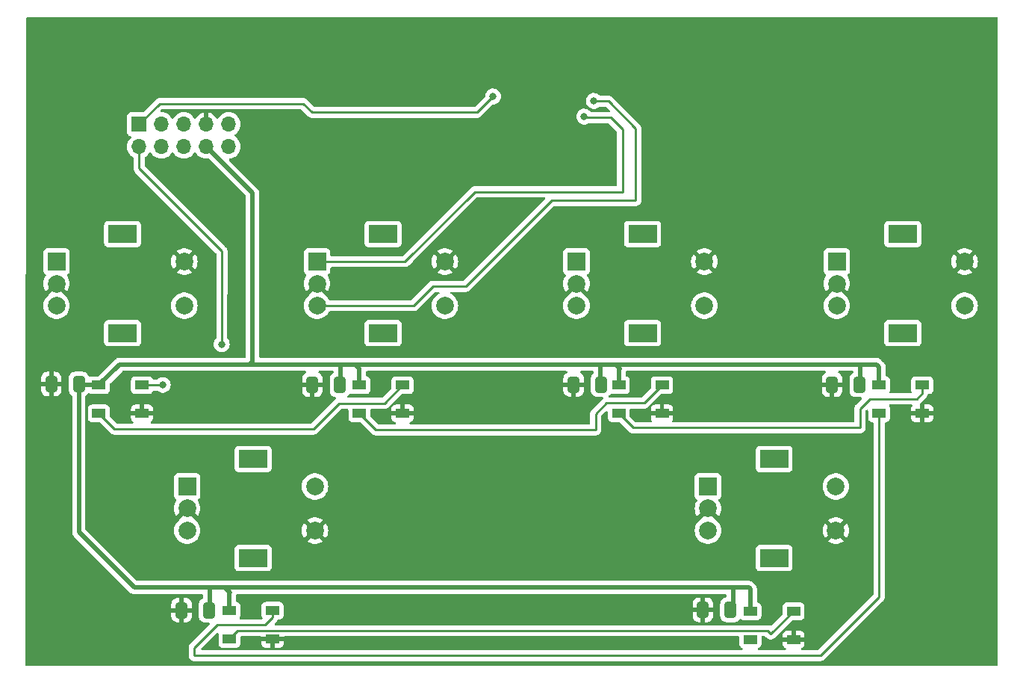
<source format=gtl>
G04 #@! TF.GenerationSoftware,KiCad,Pcbnew,7.0.7*
G04 #@! TF.CreationDate,2024-03-19T10:03:33+01:00*
G04 #@! TF.ProjectId,Poly_UA_controller_6enc_4sw,506f6c79-5f55-4415-9f63-6f6e74726f6c,rev?*
G04 #@! TF.SameCoordinates,Original*
G04 #@! TF.FileFunction,Copper,L1,Top*
G04 #@! TF.FilePolarity,Positive*
%FSLAX46Y46*%
G04 Gerber Fmt 4.6, Leading zero omitted, Abs format (unit mm)*
G04 Created by KiCad (PCBNEW 7.0.7) date 2024-03-19 10:03:33*
%MOMM*%
%LPD*%
G01*
G04 APERTURE LIST*
G04 Aperture macros list*
%AMRoundRect*
0 Rectangle with rounded corners*
0 $1 Rounding radius*
0 $2 $3 $4 $5 $6 $7 $8 $9 X,Y pos of 4 corners*
0 Add a 4 corners polygon primitive as box body*
4,1,4,$2,$3,$4,$5,$6,$7,$8,$9,$2,$3,0*
0 Add four circle primitives for the rounded corners*
1,1,$1+$1,$2,$3*
1,1,$1+$1,$4,$5*
1,1,$1+$1,$6,$7*
1,1,$1+$1,$8,$9*
0 Add four rect primitives between the rounded corners*
20,1,$1+$1,$2,$3,$4,$5,0*
20,1,$1+$1,$4,$5,$6,$7,0*
20,1,$1+$1,$6,$7,$8,$9,0*
20,1,$1+$1,$8,$9,$2,$3,0*%
G04 Aperture macros list end*
G04 #@! TA.AperFunction,ComponentPad*
%ADD10R,2.000000X2.000000*%
G04 #@! TD*
G04 #@! TA.AperFunction,ComponentPad*
%ADD11C,2.000000*%
G04 #@! TD*
G04 #@! TA.AperFunction,ComponentPad*
%ADD12R,3.200000X2.000000*%
G04 #@! TD*
G04 #@! TA.AperFunction,ComponentPad*
%ADD13R,1.700000X1.700000*%
G04 #@! TD*
G04 #@! TA.AperFunction,ComponentPad*
%ADD14O,1.700000X1.700000*%
G04 #@! TD*
G04 #@! TA.AperFunction,SMDPad,CuDef*
%ADD15R,1.500000X1.000000*%
G04 #@! TD*
G04 #@! TA.AperFunction,SMDPad,CuDef*
%ADD16RoundRect,0.250000X-0.412500X-0.650000X0.412500X-0.650000X0.412500X0.650000X-0.412500X0.650000X0*%
G04 #@! TD*
G04 #@! TA.AperFunction,ViaPad*
%ADD17C,0.800000*%
G04 #@! TD*
G04 #@! TA.AperFunction,Conductor*
%ADD18C,0.250000*%
G04 #@! TD*
G04 #@! TA.AperFunction,Conductor*
%ADD19C,0.500000*%
G04 #@! TD*
G04 APERTURE END LIST*
D10*
X166663800Y-89752800D03*
D11*
X166663800Y-94752800D03*
X166663800Y-92252800D03*
D12*
X174163800Y-97852800D03*
X174163800Y-86652800D03*
D11*
X181163800Y-94752800D03*
X181163800Y-89752800D03*
D10*
X107608800Y-89752800D03*
D11*
X107608800Y-94752800D03*
X107608800Y-92252800D03*
D12*
X115108800Y-97852800D03*
X115108800Y-86652800D03*
D11*
X122108800Y-94752800D03*
X122108800Y-89752800D03*
D10*
X181268800Y-64276600D03*
D11*
X181268800Y-69276600D03*
X181268800Y-66776600D03*
D12*
X188768800Y-72376600D03*
X188768800Y-61176600D03*
D11*
X195768800Y-69276600D03*
X195768800Y-64276600D03*
X166254000Y-64276600D03*
X166254000Y-69276600D03*
D12*
X159254000Y-61176600D03*
X159254000Y-72376600D03*
D11*
X151754000Y-66776600D03*
X151754000Y-69276600D03*
D10*
X151754000Y-64276600D03*
X122340800Y-64276600D03*
D11*
X122340800Y-69276600D03*
X122340800Y-66776600D03*
D12*
X129840800Y-72376600D03*
X129840800Y-61176600D03*
D11*
X136840800Y-69276600D03*
X136840800Y-64276600D03*
D10*
X92800600Y-64276600D03*
D11*
X92800600Y-69276600D03*
X92800600Y-66776600D03*
D12*
X100300600Y-72376600D03*
X100300600Y-61176600D03*
D11*
X107300600Y-69276600D03*
X107300600Y-64276600D03*
D13*
X102158800Y-48717200D03*
D14*
X102158800Y-51257200D03*
X104698800Y-48717200D03*
X104698800Y-51257200D03*
X107238800Y-48717200D03*
X107238800Y-51257200D03*
X109778800Y-48717200D03*
X109778800Y-51257200D03*
X112318800Y-48717200D03*
X112318800Y-51257200D03*
D15*
X176363800Y-107086400D03*
X176363800Y-103886400D03*
X171463800Y-103886400D03*
X171463800Y-107086400D03*
X117308800Y-107035400D03*
X117308800Y-103835400D03*
X112408800Y-103835400D03*
X112408800Y-107035400D03*
X190968800Y-81483000D03*
X190968800Y-78283000D03*
X186068800Y-78283000D03*
X186068800Y-81483000D03*
X161454000Y-81483000D03*
X161454000Y-78283000D03*
X156554000Y-78283000D03*
X156554000Y-81483000D03*
X132040800Y-81483000D03*
X132040800Y-78283000D03*
X127140800Y-78283000D03*
X127140800Y-81483000D03*
X102500600Y-81483000D03*
X102500600Y-78283000D03*
X97600600Y-78283000D03*
X97600600Y-81483000D03*
D16*
X166089800Y-103733600D03*
X169214800Y-103733600D03*
X106984000Y-103784400D03*
X110109000Y-103784400D03*
X180745600Y-78232000D03*
X183870600Y-78232000D03*
X151434000Y-78206600D03*
X154559000Y-78206600D03*
X121817600Y-78232000D03*
X124942600Y-78232000D03*
X92201200Y-78155800D03*
X95326200Y-78155800D03*
D17*
X117195600Y-50393600D03*
X121691400Y-43459400D03*
X134696200Y-43535600D03*
X128219200Y-43535600D03*
X139141200Y-50088800D03*
X180035200Y-104343200D03*
X105283000Y-80797400D03*
X141376400Y-79451200D03*
X114604800Y-79781400D03*
X116357400Y-60020200D03*
X121843800Y-57683400D03*
X177317400Y-59537600D03*
X178816000Y-66725800D03*
X173939200Y-71145400D03*
X178028600Y-89687400D03*
X162915600Y-85471000D03*
X166827200Y-80086200D03*
X193954400Y-96748600D03*
X146583400Y-107467400D03*
X145872200Y-103708200D03*
X142748000Y-97231200D03*
X100888800Y-90906600D03*
X97358200Y-70891400D03*
X90881200Y-37998400D03*
X110007400Y-44653200D03*
X148412200Y-49530000D03*
X170434000Y-44500800D03*
X153720800Y-46075600D03*
X152628600Y-47853600D03*
X142290800Y-45567600D03*
X104851200Y-78257400D03*
X111531400Y-73634600D03*
D18*
X110998000Y-105435400D02*
X116484400Y-105435400D01*
X108407200Y-108026200D02*
X110998000Y-105435400D01*
X179425600Y-108915200D02*
X108407200Y-108915200D01*
X117308800Y-104611000D02*
X117308800Y-103835400D01*
X186068800Y-102272000D02*
X179425600Y-108915200D01*
X108407200Y-108915200D02*
X108407200Y-108026200D01*
X116484400Y-105435400D02*
X117308800Y-104611000D01*
X186068800Y-81483000D02*
X186068800Y-102272000D01*
X173786800Y-106463400D02*
X176363800Y-103886400D01*
X173419200Y-106095800D02*
X173786800Y-106463400D01*
X113348400Y-106095800D02*
X173419200Y-106095800D01*
X112408800Y-107035400D02*
X113348400Y-106095800D01*
D19*
X115036600Y-56515000D02*
X115036600Y-75590400D01*
X109778800Y-51257200D02*
X115036600Y-56515000D01*
D18*
X111556800Y-63093600D02*
X102158800Y-53695600D01*
X111531400Y-73634600D02*
X111556800Y-63093600D01*
X102158800Y-53695600D02*
X102158800Y-51257200D01*
X104495600Y-46380400D02*
X102158800Y-48717200D01*
X120777000Y-46380400D02*
X104495600Y-46380400D01*
X140487400Y-47371000D02*
X121767600Y-47371000D01*
X142290800Y-45567600D02*
X140487400Y-47371000D01*
X121767600Y-47371000D02*
X120777000Y-46380400D01*
X152628600Y-47853600D02*
X152692100Y-47790100D01*
X132294000Y-64276600D02*
X122340800Y-64276600D01*
X140208000Y-56362600D02*
X132294000Y-64276600D01*
X156972000Y-49301400D02*
X156972000Y-56362600D01*
X155625800Y-47955200D02*
X156972000Y-49301400D01*
X152730200Y-47955200D02*
X155625800Y-47955200D01*
X156972000Y-56362600D02*
X140208000Y-56362600D01*
X152628600Y-47853600D02*
X152730200Y-47955200D01*
X153746200Y-46101000D02*
X153720800Y-46075600D01*
X155371800Y-46101000D02*
X153746200Y-46101000D01*
X155371800Y-46101000D02*
X158470600Y-49199800D01*
X139192000Y-67081400D02*
X135458200Y-67081400D01*
X135458200Y-67081400D02*
X133263000Y-69276600D01*
X148920200Y-57353200D02*
X139192000Y-67081400D01*
X158470600Y-57353200D02*
X148920200Y-57353200D01*
X158470600Y-49199800D02*
X158470600Y-57353200D01*
X133263000Y-69276600D02*
X122340800Y-69276600D01*
X142316200Y-45542200D02*
X142341600Y-45542200D01*
X142290800Y-45567600D02*
X142316200Y-45542200D01*
X104825600Y-78283000D02*
X104851200Y-78257400D01*
X102500600Y-78283000D02*
X104825600Y-78283000D01*
X111531400Y-73634600D02*
X111556800Y-73634600D01*
D19*
X99963000Y-75920600D02*
X114706400Y-75920600D01*
X114706400Y-75920600D02*
X124993400Y-75920600D01*
X115036600Y-75590400D02*
X114706400Y-75920600D01*
X169494200Y-103454200D02*
X169214800Y-103733600D01*
X169494200Y-101193600D02*
X169494200Y-103454200D01*
X169494200Y-101193600D02*
X171272200Y-101193600D01*
X110998000Y-101193600D02*
X169494200Y-101193600D01*
X171272200Y-101193600D02*
X171475400Y-101396800D01*
X171463800Y-101408400D02*
X171463800Y-103886400D01*
X110998000Y-101193600D02*
X111887000Y-101193600D01*
X171475400Y-101396800D02*
X171463800Y-101408400D01*
X109702600Y-101193600D02*
X110998000Y-101193600D01*
X112471200Y-101777800D02*
X112408800Y-101840200D01*
X111887000Y-101193600D02*
X112471200Y-101777800D01*
X112408800Y-101840200D02*
X112408800Y-103835400D01*
X109702600Y-101193600D02*
X110083600Y-101193600D01*
X101600000Y-101193600D02*
X109702600Y-101193600D01*
X110083600Y-101193600D02*
X110185200Y-101295200D01*
X95326200Y-94919800D02*
X101600000Y-101193600D01*
X110185200Y-101295200D02*
X110185200Y-103708200D01*
X110185200Y-103708200D02*
X110109000Y-103784400D01*
X95326200Y-78155800D02*
X95326200Y-94919800D01*
X183921400Y-75920600D02*
X183921400Y-78181200D01*
X183921400Y-78181200D02*
X183870600Y-78232000D01*
X183921400Y-75920600D02*
X185750200Y-75920600D01*
X156235400Y-75920600D02*
X183921400Y-75920600D01*
X185750200Y-75920600D02*
X186068800Y-76239200D01*
X186068800Y-76239200D02*
X186068800Y-78283000D01*
X154457400Y-75920600D02*
X154457400Y-78105000D01*
X154457400Y-75920600D02*
X156235400Y-75920600D01*
X126034800Y-75920600D02*
X154457400Y-75920600D01*
X154457400Y-78105000D02*
X154559000Y-78206600D01*
X156692600Y-76377800D02*
X156554000Y-76516400D01*
X156235400Y-75920600D02*
X156692600Y-76377800D01*
X126034800Y-75920600D02*
X126695200Y-75920600D01*
X156554000Y-76516400D02*
X156554000Y-78283000D01*
X124993400Y-75920600D02*
X126034800Y-75920600D01*
X124993400Y-75920600D02*
X124993400Y-78181200D01*
X124993400Y-78181200D02*
X124942600Y-78232000D01*
X126695200Y-75920600D02*
X127140800Y-76366200D01*
X127140800Y-76366200D02*
X127140800Y-78283000D01*
X97600600Y-78283000D02*
X99963000Y-75920600D01*
X95453400Y-78283000D02*
X95326200Y-78155800D01*
X97600600Y-78283000D02*
X95453400Y-78283000D01*
D18*
X190347600Y-79832200D02*
X190968800Y-79211000D01*
X184988200Y-79832200D02*
X190347600Y-79832200D01*
X183896000Y-80924400D02*
X184988200Y-79832200D01*
X190968800Y-79211000D02*
X190968800Y-78283000D01*
X158179800Y-83108800D02*
X183896000Y-83108800D01*
X156554000Y-81483000D02*
X158179800Y-83108800D01*
X183896000Y-83108800D02*
X183896000Y-80924400D01*
X155143200Y-80314800D02*
X159422200Y-80314800D01*
X159422200Y-80314800D02*
X161454000Y-78283000D01*
X153924000Y-81534000D02*
X155143200Y-80314800D01*
X153924000Y-83337400D02*
X153924000Y-81534000D01*
X127140800Y-81483000D02*
X128995200Y-83337400D01*
X128995200Y-83337400D02*
X153924000Y-83337400D01*
X124841000Y-80340200D02*
X129983600Y-80340200D01*
X121920000Y-83261200D02*
X124841000Y-80340200D01*
X99378800Y-83261200D02*
X121920000Y-83261200D01*
X129983600Y-80340200D02*
X132040800Y-78283000D01*
X97600600Y-81483000D02*
X99378800Y-83261200D01*
G04 #@! TA.AperFunction,Conductor*
G36*
X111080263Y-106340240D02*
G01*
X111136196Y-106382112D01*
X111160613Y-106447576D01*
X111160219Y-106469671D01*
X111158300Y-106487520D01*
X111158300Y-107583270D01*
X111158301Y-107583276D01*
X111164708Y-107642883D01*
X111215002Y-107777728D01*
X111215006Y-107777735D01*
X111301252Y-107892944D01*
X111301255Y-107892947D01*
X111416464Y-107979193D01*
X111416471Y-107979197D01*
X111551317Y-108029491D01*
X111551316Y-108029491D01*
X111553763Y-108029754D01*
X111610927Y-108035900D01*
X113206672Y-108035899D01*
X113266283Y-108029491D01*
X113401131Y-107979196D01*
X113516346Y-107892946D01*
X113602596Y-107777731D01*
X113652891Y-107642883D01*
X113659300Y-107583273D01*
X113659300Y-107285400D01*
X116058800Y-107285400D01*
X116058800Y-107583244D01*
X116065201Y-107642772D01*
X116065203Y-107642779D01*
X116115445Y-107777486D01*
X116115449Y-107777493D01*
X116201609Y-107892587D01*
X116201612Y-107892590D01*
X116316706Y-107978750D01*
X116316713Y-107978754D01*
X116451420Y-108028996D01*
X116451427Y-108028998D01*
X116510955Y-108035399D01*
X116510972Y-108035400D01*
X117058800Y-108035400D01*
X117058800Y-107285400D01*
X117558800Y-107285400D01*
X117558800Y-108035400D01*
X118106628Y-108035400D01*
X118106644Y-108035399D01*
X118166172Y-108028998D01*
X118166179Y-108028996D01*
X118300886Y-107978754D01*
X118300893Y-107978750D01*
X118415987Y-107892590D01*
X118415990Y-107892587D01*
X118502150Y-107777493D01*
X118502154Y-107777486D01*
X118552396Y-107642779D01*
X118552398Y-107642772D01*
X118558799Y-107583244D01*
X118558800Y-107583227D01*
X118558800Y-107285400D01*
X117558800Y-107285400D01*
X117058800Y-107285400D01*
X116058800Y-107285400D01*
X113659300Y-107285400D01*
X113659299Y-106845299D01*
X113678983Y-106778261D01*
X113731787Y-106732506D01*
X113783299Y-106721300D01*
X115943338Y-106721300D01*
X116010377Y-106740985D01*
X116031019Y-106757619D01*
X116058800Y-106785400D01*
X118558800Y-106785400D01*
X118586581Y-106757619D01*
X118647904Y-106724134D01*
X118674262Y-106721300D01*
X170089300Y-106721300D01*
X170156339Y-106740985D01*
X170202094Y-106793789D01*
X170213300Y-106845300D01*
X170213300Y-107634270D01*
X170213301Y-107634276D01*
X170219708Y-107693883D01*
X170270002Y-107828728D01*
X170270006Y-107828735D01*
X170356252Y-107943944D01*
X170356255Y-107943947D01*
X170471464Y-108030193D01*
X170471471Y-108030197D01*
X170523273Y-108049518D01*
X170579207Y-108091389D01*
X170603624Y-108156853D01*
X170588773Y-108225126D01*
X170539367Y-108274532D01*
X170479940Y-108289700D01*
X109327652Y-108289700D01*
X109260613Y-108270015D01*
X109214858Y-108217211D01*
X109204914Y-108148053D01*
X109233939Y-108084497D01*
X109239971Y-108078019D01*
X110032590Y-107285400D01*
X110949252Y-106368738D01*
X111010571Y-106335256D01*
X111080263Y-106340240D01*
G37*
G04 #@! TD.AperFunction*
G04 #@! TA.AperFunction,Conductor*
G36*
X114660665Y-76672409D02*
G01*
X114684423Y-76675889D01*
X114736468Y-76671335D01*
X114741870Y-76671100D01*
X121016023Y-76671100D01*
X121083062Y-76690785D01*
X121128817Y-76743589D01*
X121138761Y-76812747D01*
X121109736Y-76876303D01*
X121081120Y-76900639D01*
X120936754Y-76989684D01*
X120812784Y-77113654D01*
X120720743Y-77262875D01*
X120720741Y-77262880D01*
X120665594Y-77429302D01*
X120665593Y-77429309D01*
X120655100Y-77532013D01*
X120655100Y-77982000D01*
X122980099Y-77982000D01*
X122980099Y-77532028D01*
X122980098Y-77532013D01*
X122969605Y-77429302D01*
X122914458Y-77262880D01*
X122914456Y-77262875D01*
X122822415Y-77113654D01*
X122698445Y-76989684D01*
X122554080Y-76900639D01*
X122507356Y-76848691D01*
X122496133Y-76779728D01*
X122523977Y-76715646D01*
X122582046Y-76676790D01*
X122619177Y-76671100D01*
X124118900Y-76671100D01*
X124185939Y-76690785D01*
X124231694Y-76743589D01*
X124242900Y-76795100D01*
X124242900Y-76808158D01*
X124223215Y-76875197D01*
X124183997Y-76913697D01*
X124061442Y-76989289D01*
X123937389Y-77113342D01*
X123845287Y-77262663D01*
X123845285Y-77262668D01*
X123837181Y-77287124D01*
X123790101Y-77429203D01*
X123790101Y-77429204D01*
X123790100Y-77429204D01*
X123779600Y-77531983D01*
X123779600Y-78932001D01*
X123779601Y-78932018D01*
X123790100Y-79034796D01*
X123790101Y-79034799D01*
X123845285Y-79201331D01*
X123845287Y-79201336D01*
X123872824Y-79245981D01*
X123937388Y-79350656D01*
X124061444Y-79474712D01*
X124210766Y-79566814D01*
X124377303Y-79621999D01*
X124388077Y-79623099D01*
X124452766Y-79649491D01*
X124492920Y-79706670D01*
X124495786Y-79776481D01*
X124460455Y-79836759D01*
X124456280Y-79840329D01*
X124440414Y-79856195D01*
X124425624Y-79868827D01*
X124409414Y-79880604D01*
X124409411Y-79880607D01*
X124379710Y-79916509D01*
X124375777Y-79920831D01*
X121697228Y-82599381D01*
X121635905Y-82632866D01*
X121609547Y-82635700D01*
X103585594Y-82635700D01*
X103518555Y-82616015D01*
X103472800Y-82563211D01*
X103462856Y-82494053D01*
X103491881Y-82430497D01*
X103511283Y-82412433D01*
X103607790Y-82340186D01*
X103693950Y-82225093D01*
X103693954Y-82225086D01*
X103744196Y-82090379D01*
X103744198Y-82090372D01*
X103750599Y-82030844D01*
X103750600Y-82030827D01*
X103750600Y-81733000D01*
X101250600Y-81733000D01*
X101250600Y-82030844D01*
X101257001Y-82090372D01*
X101257003Y-82090379D01*
X101307245Y-82225086D01*
X101307249Y-82225093D01*
X101393409Y-82340186D01*
X101489917Y-82412433D01*
X101531788Y-82468367D01*
X101536772Y-82538059D01*
X101503287Y-82599382D01*
X101441963Y-82632866D01*
X101415606Y-82635700D01*
X99689252Y-82635700D01*
X99622213Y-82616015D01*
X99601571Y-82599381D01*
X98887418Y-81885228D01*
X98853933Y-81823905D01*
X98851099Y-81797547D01*
X98851099Y-81233000D01*
X101250600Y-81233000D01*
X102250600Y-81233000D01*
X102250600Y-80483000D01*
X102750600Y-80483000D01*
X102750600Y-81233000D01*
X103750600Y-81233000D01*
X103750600Y-80935172D01*
X103750599Y-80935155D01*
X103744198Y-80875627D01*
X103744196Y-80875620D01*
X103693954Y-80740913D01*
X103693950Y-80740906D01*
X103607790Y-80625812D01*
X103607787Y-80625809D01*
X103492693Y-80539649D01*
X103492686Y-80539645D01*
X103357979Y-80489403D01*
X103357972Y-80489401D01*
X103298444Y-80483000D01*
X102750600Y-80483000D01*
X102250600Y-80483000D01*
X101702755Y-80483000D01*
X101643227Y-80489401D01*
X101643220Y-80489403D01*
X101508513Y-80539645D01*
X101508506Y-80539649D01*
X101393412Y-80625809D01*
X101393409Y-80625812D01*
X101307249Y-80740906D01*
X101307245Y-80740913D01*
X101257003Y-80875620D01*
X101257001Y-80875627D01*
X101250600Y-80935155D01*
X101250600Y-81233000D01*
X98851099Y-81233000D01*
X98851099Y-80935129D01*
X98851098Y-80935123D01*
X98851097Y-80935116D01*
X98844691Y-80875517D01*
X98839682Y-80862088D01*
X98794397Y-80740671D01*
X98794393Y-80740664D01*
X98708147Y-80625455D01*
X98708144Y-80625452D01*
X98592935Y-80539206D01*
X98592928Y-80539202D01*
X98458082Y-80488908D01*
X98458083Y-80488908D01*
X98398483Y-80482501D01*
X98398481Y-80482500D01*
X98398473Y-80482500D01*
X98398464Y-80482500D01*
X96802729Y-80482500D01*
X96802723Y-80482501D01*
X96743116Y-80488908D01*
X96608271Y-80539202D01*
X96608264Y-80539206D01*
X96493055Y-80625452D01*
X96493052Y-80625455D01*
X96406806Y-80740664D01*
X96406802Y-80740671D01*
X96356508Y-80875517D01*
X96350368Y-80932633D01*
X96350101Y-80935123D01*
X96350100Y-80935135D01*
X96350100Y-82030870D01*
X96350101Y-82030876D01*
X96356508Y-82090483D01*
X96406802Y-82225328D01*
X96406806Y-82225335D01*
X96493052Y-82340544D01*
X96493055Y-82340547D01*
X96608264Y-82426793D01*
X96608271Y-82426797D01*
X96743117Y-82477091D01*
X96743116Y-82477091D01*
X96750044Y-82477835D01*
X96802727Y-82483500D01*
X97665147Y-82483499D01*
X97732186Y-82503183D01*
X97752828Y-82519818D01*
X98877994Y-83644984D01*
X98887819Y-83657248D01*
X98888040Y-83657066D01*
X98893010Y-83663073D01*
X98893013Y-83663076D01*
X98893014Y-83663077D01*
X98943451Y-83710441D01*
X98964330Y-83731320D01*
X98969804Y-83735566D01*
X98974242Y-83739356D01*
X99008218Y-83771262D01*
X99008222Y-83771264D01*
X99025773Y-83780913D01*
X99042031Y-83791592D01*
X99057864Y-83803874D01*
X99068987Y-83808687D01*
X99100637Y-83822383D01*
X99105881Y-83824952D01*
X99146708Y-83847397D01*
X99166112Y-83852379D01*
X99184510Y-83858678D01*
X99202905Y-83866638D01*
X99248929Y-83873926D01*
X99254632Y-83875107D01*
X99299781Y-83886700D01*
X99319816Y-83886700D01*
X99339213Y-83888226D01*
X99358996Y-83891360D01*
X99405383Y-83886975D01*
X99411222Y-83886700D01*
X121837257Y-83886700D01*
X121852877Y-83888424D01*
X121852904Y-83888139D01*
X121860660Y-83888871D01*
X121860667Y-83888873D01*
X121929814Y-83886700D01*
X121959350Y-83886700D01*
X121966228Y-83885830D01*
X121972041Y-83885372D01*
X122018627Y-83883909D01*
X122037869Y-83878317D01*
X122056912Y-83874374D01*
X122076792Y-83871864D01*
X122120122Y-83854707D01*
X122125646Y-83852817D01*
X122144071Y-83847464D01*
X122170390Y-83839818D01*
X122187629Y-83829622D01*
X122205103Y-83821062D01*
X122223727Y-83813688D01*
X122223727Y-83813687D01*
X122223732Y-83813686D01*
X122261449Y-83786282D01*
X122266305Y-83783092D01*
X122306420Y-83759370D01*
X122320589Y-83745199D01*
X122335379Y-83732568D01*
X122351587Y-83720794D01*
X122381299Y-83684876D01*
X122385212Y-83680576D01*
X125063771Y-81002019D01*
X125125095Y-80968534D01*
X125151453Y-80965700D01*
X125766300Y-80965700D01*
X125833339Y-80985385D01*
X125879094Y-81038189D01*
X125890300Y-81089700D01*
X125890300Y-82030870D01*
X125890301Y-82030876D01*
X125896708Y-82090483D01*
X125947002Y-82225328D01*
X125947006Y-82225335D01*
X126033252Y-82340544D01*
X126033255Y-82340547D01*
X126148464Y-82426793D01*
X126148471Y-82426797D01*
X126283317Y-82477091D01*
X126283316Y-82477091D01*
X126290244Y-82477835D01*
X126342927Y-82483500D01*
X127205347Y-82483499D01*
X127272386Y-82503183D01*
X127293028Y-82519818D01*
X128494394Y-83721184D01*
X128504219Y-83733448D01*
X128504440Y-83733266D01*
X128509410Y-83739273D01*
X128509413Y-83739276D01*
X128509414Y-83739277D01*
X128559851Y-83786641D01*
X128580730Y-83807520D01*
X128586204Y-83811766D01*
X128590642Y-83815556D01*
X128624618Y-83847462D01*
X128634359Y-83852817D01*
X128642173Y-83857113D01*
X128658431Y-83867792D01*
X128674264Y-83880074D01*
X128696215Y-83889572D01*
X128717037Y-83898583D01*
X128722281Y-83901152D01*
X128763108Y-83923597D01*
X128782512Y-83928579D01*
X128800910Y-83934878D01*
X128819305Y-83942838D01*
X128865329Y-83950126D01*
X128871032Y-83951307D01*
X128916181Y-83962900D01*
X128936216Y-83962900D01*
X128955613Y-83964426D01*
X128975396Y-83967560D01*
X129021783Y-83963175D01*
X129027622Y-83962900D01*
X153853153Y-83962900D01*
X153876385Y-83965096D01*
X153877989Y-83965401D01*
X153884412Y-83966627D01*
X153941724Y-83963021D01*
X153945597Y-83962900D01*
X153963342Y-83962900D01*
X153963350Y-83962900D01*
X153980990Y-83960671D01*
X153984807Y-83960310D01*
X154042138Y-83956704D01*
X154049905Y-83954180D01*
X154072680Y-83949088D01*
X154080792Y-83948064D01*
X154134195Y-83926919D01*
X154137835Y-83925609D01*
X154192441Y-83907867D01*
X154199337Y-83903490D01*
X154220133Y-83892894D01*
X154227732Y-83889886D01*
X154274191Y-83856130D01*
X154277390Y-83853955D01*
X154325877Y-83823186D01*
X154331466Y-83817233D01*
X154348979Y-83801794D01*
X154355587Y-83796994D01*
X154392190Y-83752747D01*
X154394736Y-83749857D01*
X154434062Y-83707982D01*
X154437998Y-83700821D01*
X154451119Y-83681514D01*
X154456324Y-83675223D01*
X154480769Y-83623274D01*
X154482528Y-83619819D01*
X154510197Y-83569492D01*
X154512227Y-83561581D01*
X154520135Y-83539618D01*
X154523614Y-83532226D01*
X154534377Y-83475801D01*
X154535210Y-83472070D01*
X154549500Y-83416419D01*
X154549500Y-83408243D01*
X154551697Y-83385006D01*
X154553227Y-83376988D01*
X154549621Y-83319675D01*
X154549500Y-83315803D01*
X154549500Y-81844451D01*
X154569185Y-81777412D01*
X154585814Y-81756775D01*
X155091821Y-81250768D01*
X155153142Y-81217285D01*
X155222834Y-81222269D01*
X155278767Y-81264141D01*
X155303184Y-81329605D01*
X155303500Y-81338451D01*
X155303500Y-82030870D01*
X155303501Y-82030876D01*
X155309908Y-82090483D01*
X155360202Y-82225328D01*
X155360206Y-82225335D01*
X155446452Y-82340544D01*
X155446455Y-82340547D01*
X155561664Y-82426793D01*
X155561671Y-82426797D01*
X155696517Y-82477091D01*
X155696516Y-82477091D01*
X155703444Y-82477835D01*
X155756127Y-82483500D01*
X156618547Y-82483499D01*
X156685586Y-82503183D01*
X156706228Y-82519818D01*
X157678997Y-83492588D01*
X157688822Y-83504851D01*
X157689043Y-83504669D01*
X157694014Y-83510678D01*
X157716957Y-83532222D01*
X157744435Y-83558026D01*
X157765329Y-83578920D01*
X157770811Y-83583173D01*
X157775243Y-83586957D01*
X157809218Y-83618862D01*
X157826776Y-83628514D01*
X157843035Y-83639195D01*
X157858864Y-83651473D01*
X157901638Y-83669982D01*
X157906856Y-83672538D01*
X157947708Y-83694997D01*
X157967116Y-83699980D01*
X157985517Y-83706280D01*
X158003904Y-83714237D01*
X158043372Y-83720488D01*
X158049919Y-83721525D01*
X158055639Y-83722709D01*
X158100781Y-83734300D01*
X158120816Y-83734300D01*
X158140214Y-83735826D01*
X158159994Y-83738959D01*
X158159995Y-83738960D01*
X158159995Y-83738959D01*
X158159996Y-83738960D01*
X158206383Y-83734575D01*
X158212222Y-83734300D01*
X183825153Y-83734300D01*
X183848385Y-83736496D01*
X183849989Y-83736801D01*
X183856412Y-83738027D01*
X183913724Y-83734421D01*
X183917597Y-83734300D01*
X183935342Y-83734300D01*
X183935350Y-83734300D01*
X183952990Y-83732071D01*
X183956807Y-83731710D01*
X184014138Y-83728104D01*
X184021905Y-83725580D01*
X184044680Y-83720488D01*
X184052792Y-83719464D01*
X184106195Y-83698319D01*
X184109835Y-83697009D01*
X184164441Y-83679267D01*
X184171337Y-83674890D01*
X184192133Y-83664294D01*
X184199732Y-83661286D01*
X184246191Y-83627530D01*
X184249390Y-83625355D01*
X184297877Y-83594586D01*
X184303466Y-83588633D01*
X184320979Y-83573194D01*
X184327587Y-83568394D01*
X184364190Y-83524147D01*
X184366736Y-83521257D01*
X184406062Y-83479382D01*
X184409998Y-83472221D01*
X184423119Y-83452914D01*
X184428324Y-83446623D01*
X184442538Y-83416416D01*
X184452769Y-83394674D01*
X184454528Y-83391219D01*
X184482197Y-83340892D01*
X184484227Y-83332981D01*
X184492135Y-83311018D01*
X184495614Y-83303626D01*
X184506377Y-83247201D01*
X184507210Y-83243470D01*
X184521500Y-83187819D01*
X184521500Y-83179644D01*
X184523697Y-83156406D01*
X184525227Y-83148388D01*
X184521621Y-83091075D01*
X184521500Y-83087203D01*
X184521500Y-81234852D01*
X184541185Y-81167813D01*
X184557818Y-81147172D01*
X184579973Y-81125017D01*
X184606620Y-81098369D01*
X184667941Y-81064885D01*
X184737632Y-81069869D01*
X184793566Y-81111740D01*
X184817984Y-81177204D01*
X184818300Y-81186051D01*
X184818300Y-82030870D01*
X184818301Y-82030876D01*
X184824708Y-82090483D01*
X184875002Y-82225328D01*
X184875006Y-82225335D01*
X184961252Y-82340544D01*
X184961255Y-82340547D01*
X185076464Y-82426793D01*
X185076471Y-82426797D01*
X185121418Y-82443561D01*
X185211317Y-82477091D01*
X185270927Y-82483500D01*
X185319300Y-82483499D01*
X185386337Y-82503182D01*
X185432093Y-82555985D01*
X185443300Y-82607499D01*
X185443299Y-101961547D01*
X185423614Y-102028586D01*
X185406980Y-102049228D01*
X179202828Y-108253381D01*
X179141505Y-108286866D01*
X179115147Y-108289700D01*
X177346231Y-108289700D01*
X177279192Y-108270015D01*
X177233437Y-108217211D01*
X177223493Y-108148053D01*
X177252518Y-108084497D01*
X177302898Y-108049518D01*
X177355886Y-108029754D01*
X177355893Y-108029750D01*
X177470987Y-107943590D01*
X177470990Y-107943587D01*
X177557150Y-107828493D01*
X177557154Y-107828486D01*
X177607396Y-107693779D01*
X177607398Y-107693772D01*
X177613799Y-107634244D01*
X177613800Y-107634227D01*
X177613800Y-107336400D01*
X175113800Y-107336400D01*
X175113800Y-107634244D01*
X175120201Y-107693772D01*
X175120203Y-107693779D01*
X175170445Y-107828486D01*
X175170449Y-107828493D01*
X175256609Y-107943587D01*
X175256612Y-107943590D01*
X175371706Y-108029750D01*
X175371713Y-108029754D01*
X175424702Y-108049518D01*
X175480636Y-108091389D01*
X175505053Y-108156854D01*
X175490201Y-108225127D01*
X175440796Y-108274532D01*
X175381369Y-108289700D01*
X172447660Y-108289700D01*
X172380621Y-108270015D01*
X172334866Y-108217211D01*
X172324922Y-108148053D01*
X172353947Y-108084497D01*
X172404327Y-108049518D01*
X172456128Y-108030197D01*
X172456127Y-108030197D01*
X172456131Y-108030196D01*
X172571346Y-107943946D01*
X172657596Y-107828731D01*
X172707891Y-107693883D01*
X172714300Y-107634273D01*
X172714299Y-106845299D01*
X172733983Y-106778261D01*
X172786787Y-106732506D01*
X172838299Y-106721300D01*
X173108747Y-106721300D01*
X173175786Y-106740985D01*
X173196428Y-106757619D01*
X173294406Y-106855597D01*
X173309280Y-106873575D01*
X173313876Y-106880338D01*
X173313877Y-106880339D01*
X173313878Y-106880340D01*
X173356938Y-106918302D01*
X173359762Y-106920953D01*
X173372329Y-106933520D01*
X173372330Y-106933521D01*
X173386356Y-106944401D01*
X173389347Y-106946875D01*
X173406016Y-106961570D01*
X173432422Y-106984850D01*
X173439698Y-106988557D01*
X173459408Y-107001065D01*
X173465864Y-107006073D01*
X173518562Y-107028877D01*
X173522073Y-107030529D01*
X173544621Y-107042018D01*
X173573232Y-107056597D01*
X173573238Y-107056599D01*
X173581205Y-107058380D01*
X173603402Y-107065591D01*
X173610904Y-107068838D01*
X173667638Y-107077822D01*
X173671433Y-107078546D01*
X173727467Y-107091073D01*
X173735635Y-107090816D01*
X173758924Y-107092281D01*
X173766996Y-107093560D01*
X173766997Y-107093559D01*
X173766999Y-107093560D01*
X173767000Y-107093560D01*
X173809863Y-107089507D01*
X173824158Y-107088155D01*
X173828024Y-107087912D01*
X173885427Y-107086109D01*
X173893267Y-107083830D01*
X173916200Y-107079455D01*
X173924333Y-107078687D01*
X173978354Y-107059237D01*
X173982048Y-107058038D01*
X173992945Y-107054871D01*
X174037190Y-107042018D01*
X174044227Y-107037855D01*
X174065332Y-107027924D01*
X174073028Y-107025154D01*
X174120513Y-106992882D01*
X174123797Y-106990798D01*
X174127586Y-106988557D01*
X174173220Y-106961570D01*
X174178989Y-106955800D01*
X174196982Y-106940914D01*
X174203738Y-106936324D01*
X174241725Y-106893234D01*
X174244361Y-106890427D01*
X174298388Y-106836400D01*
X175113800Y-106836400D01*
X176113800Y-106836400D01*
X176113800Y-106086400D01*
X176613800Y-106086400D01*
X176613800Y-106836400D01*
X177613800Y-106836400D01*
X177613800Y-106538572D01*
X177613799Y-106538555D01*
X177607398Y-106479027D01*
X177607396Y-106479020D01*
X177557154Y-106344313D01*
X177557150Y-106344306D01*
X177470990Y-106229212D01*
X177470987Y-106229209D01*
X177355893Y-106143049D01*
X177355886Y-106143045D01*
X177221179Y-106092803D01*
X177221172Y-106092801D01*
X177161644Y-106086400D01*
X176613800Y-106086400D01*
X176113800Y-106086400D01*
X175565955Y-106086400D01*
X175506427Y-106092801D01*
X175506420Y-106092803D01*
X175371713Y-106143045D01*
X175371706Y-106143049D01*
X175256612Y-106229209D01*
X175256609Y-106229212D01*
X175170449Y-106344306D01*
X175170445Y-106344313D01*
X175120203Y-106479020D01*
X175120201Y-106479027D01*
X175113800Y-106538555D01*
X175113800Y-106836400D01*
X174298388Y-106836400D01*
X176211571Y-104923218D01*
X176272895Y-104889733D01*
X176299253Y-104886899D01*
X177161671Y-104886899D01*
X177161672Y-104886899D01*
X177221283Y-104880491D01*
X177356131Y-104830196D01*
X177471346Y-104743946D01*
X177557596Y-104628731D01*
X177607891Y-104493883D01*
X177614300Y-104434273D01*
X177614299Y-103338528D01*
X177607891Y-103278917D01*
X177588869Y-103227917D01*
X177557597Y-103144071D01*
X177557593Y-103144064D01*
X177471347Y-103028855D01*
X177471344Y-103028852D01*
X177356135Y-102942606D01*
X177356128Y-102942602D01*
X177221282Y-102892308D01*
X177221283Y-102892308D01*
X177161683Y-102885901D01*
X177161681Y-102885900D01*
X177161673Y-102885900D01*
X177161664Y-102885900D01*
X175565929Y-102885900D01*
X175565923Y-102885901D01*
X175506316Y-102892308D01*
X175371471Y-102942602D01*
X175371464Y-102942606D01*
X175256255Y-103028852D01*
X175256252Y-103028855D01*
X175170006Y-103144064D01*
X175170002Y-103144071D01*
X175119708Y-103278917D01*
X175118782Y-103287535D01*
X175113301Y-103338523D01*
X175113300Y-103338535D01*
X175113300Y-104200946D01*
X175093615Y-104267985D01*
X175076981Y-104288627D01*
X173850218Y-105515389D01*
X173788895Y-105548874D01*
X173719203Y-105543890D01*
X173713292Y-105541510D01*
X173709398Y-105539825D01*
X173697365Y-105534617D01*
X173692121Y-105532048D01*
X173651293Y-105509603D01*
X173651292Y-105509602D01*
X173631893Y-105504622D01*
X173613481Y-105498318D01*
X173595098Y-105490362D01*
X173595092Y-105490360D01*
X173549074Y-105483072D01*
X173543352Y-105481887D01*
X173498221Y-105470300D01*
X173498219Y-105470300D01*
X173478184Y-105470300D01*
X173458786Y-105468773D01*
X173451362Y-105467597D01*
X173439005Y-105465640D01*
X173439004Y-105465640D01*
X173392616Y-105470025D01*
X173386778Y-105470300D01*
X117633451Y-105470300D01*
X117566412Y-105450615D01*
X117520657Y-105397811D01*
X117510713Y-105328653D01*
X117539738Y-105265097D01*
X117545749Y-105258639D01*
X117692590Y-105111798D01*
X117704848Y-105101980D01*
X117704665Y-105101759D01*
X117710667Y-105096792D01*
X117710677Y-105096786D01*
X117758041Y-105046348D01*
X117778920Y-105025470D01*
X117783173Y-105019986D01*
X117786950Y-105015563D01*
X117818862Y-104981582D01*
X117828514Y-104964023D01*
X117839189Y-104947772D01*
X117851474Y-104931936D01*
X117860682Y-104910654D01*
X117905372Y-104856946D01*
X117972004Y-104835924D01*
X117974485Y-104835899D01*
X118106671Y-104835899D01*
X118106672Y-104835899D01*
X118166283Y-104829491D01*
X118301131Y-104779196D01*
X118416346Y-104692946D01*
X118502596Y-104577731D01*
X118552891Y-104442883D01*
X118559300Y-104383273D01*
X118559300Y-103983600D01*
X164927301Y-103983600D01*
X164927301Y-104433586D01*
X164937794Y-104536297D01*
X164992941Y-104702719D01*
X164992943Y-104702724D01*
X165084984Y-104851945D01*
X165208954Y-104975915D01*
X165358175Y-105067956D01*
X165358180Y-105067958D01*
X165524602Y-105123105D01*
X165524609Y-105123106D01*
X165627319Y-105133599D01*
X165839799Y-105133599D01*
X165839800Y-105133598D01*
X165839800Y-103983600D01*
X166339800Y-103983600D01*
X166339800Y-105133599D01*
X166552272Y-105133599D01*
X166552286Y-105133598D01*
X166654997Y-105123105D01*
X166821419Y-105067958D01*
X166821424Y-105067956D01*
X166970645Y-104975915D01*
X167094615Y-104851945D01*
X167186656Y-104702724D01*
X167186658Y-104702719D01*
X167241805Y-104536297D01*
X167241806Y-104536290D01*
X167252299Y-104433586D01*
X167252300Y-104433573D01*
X167252300Y-103983600D01*
X166339800Y-103983600D01*
X165839800Y-103983600D01*
X164927301Y-103983600D01*
X118559300Y-103983600D01*
X118559299Y-103483600D01*
X164927300Y-103483600D01*
X165839800Y-103483600D01*
X165839800Y-102333600D01*
X166339800Y-102333600D01*
X166339800Y-103483600D01*
X167252299Y-103483600D01*
X167252299Y-103033628D01*
X167252298Y-103033613D01*
X167241805Y-102930902D01*
X167186658Y-102764480D01*
X167186656Y-102764475D01*
X167094615Y-102615254D01*
X166970645Y-102491284D01*
X166821424Y-102399243D01*
X166821419Y-102399241D01*
X166654997Y-102344094D01*
X166654990Y-102344093D01*
X166552286Y-102333600D01*
X166339800Y-102333600D01*
X165839800Y-102333600D01*
X165627329Y-102333600D01*
X165627312Y-102333601D01*
X165524602Y-102344094D01*
X165358180Y-102399241D01*
X165358175Y-102399243D01*
X165208954Y-102491284D01*
X165084984Y-102615254D01*
X164992943Y-102764475D01*
X164992941Y-102764480D01*
X164937794Y-102930902D01*
X164937793Y-102930909D01*
X164927300Y-103033613D01*
X164927300Y-103483600D01*
X118559299Y-103483600D01*
X118559299Y-103287528D01*
X118552891Y-103227917D01*
X118521618Y-103144071D01*
X118502597Y-103093071D01*
X118502593Y-103093064D01*
X118416347Y-102977855D01*
X118416344Y-102977852D01*
X118301135Y-102891606D01*
X118301128Y-102891602D01*
X118166282Y-102841308D01*
X118166283Y-102841308D01*
X118106683Y-102834901D01*
X118106681Y-102834900D01*
X118106673Y-102834900D01*
X118106664Y-102834900D01*
X116510929Y-102834900D01*
X116510923Y-102834901D01*
X116451316Y-102841308D01*
X116316471Y-102891602D01*
X116316464Y-102891606D01*
X116201255Y-102977852D01*
X116201252Y-102977855D01*
X116115006Y-103093064D01*
X116115002Y-103093071D01*
X116064708Y-103227917D01*
X116058301Y-103287516D01*
X116058301Y-103287523D01*
X116058300Y-103287535D01*
X116058300Y-104383270D01*
X116058301Y-104383276D01*
X116064708Y-104442883D01*
X116115002Y-104577728D01*
X116115004Y-104577731D01*
X116140350Y-104611589D01*
X116164767Y-104677054D01*
X116149915Y-104745326D01*
X116100510Y-104794732D01*
X116041083Y-104809900D01*
X113676517Y-104809900D01*
X113609478Y-104790215D01*
X113563723Y-104737411D01*
X113553779Y-104668253D01*
X113577250Y-104611589D01*
X113595508Y-104587199D01*
X113602596Y-104577731D01*
X113652891Y-104442883D01*
X113659300Y-104383273D01*
X113659299Y-103287528D01*
X113652891Y-103227917D01*
X113621618Y-103144071D01*
X113602597Y-103093071D01*
X113602593Y-103093064D01*
X113516347Y-102977855D01*
X113516344Y-102977852D01*
X113401135Y-102891606D01*
X113401128Y-102891602D01*
X113266282Y-102841308D01*
X113258738Y-102839526D01*
X113259274Y-102837253D01*
X113205488Y-102814971D01*
X113165643Y-102757577D01*
X113159300Y-102718424D01*
X113159300Y-102105488D01*
X113170919Y-102053082D01*
X113188354Y-102015694D01*
X113234527Y-101963255D01*
X113300735Y-101944100D01*
X168619700Y-101944100D01*
X168686739Y-101963785D01*
X168732494Y-102016589D01*
X168743700Y-102068100D01*
X168743700Y-102223172D01*
X168724015Y-102290211D01*
X168671211Y-102335966D01*
X168655796Y-102341068D01*
X168655930Y-102341472D01*
X168649505Y-102343600D01*
X168649503Y-102343601D01*
X168539158Y-102380165D01*
X168482968Y-102398785D01*
X168482963Y-102398787D01*
X168333642Y-102490889D01*
X168209589Y-102614942D01*
X168117487Y-102764263D01*
X168117485Y-102764268D01*
X168095301Y-102831217D01*
X168062301Y-102930803D01*
X168062301Y-102930804D01*
X168062300Y-102930804D01*
X168051800Y-103033583D01*
X168051800Y-104433601D01*
X168051801Y-104433618D01*
X168062300Y-104536396D01*
X168062301Y-104536399D01*
X168117485Y-104702931D01*
X168117487Y-104702936D01*
X168148821Y-104753736D01*
X168209588Y-104852256D01*
X168333644Y-104976312D01*
X168482966Y-105068414D01*
X168649503Y-105123599D01*
X168752291Y-105134100D01*
X169677308Y-105134099D01*
X169677316Y-105134098D01*
X169677319Y-105134098D01*
X169733602Y-105128348D01*
X169780097Y-105123599D01*
X169946634Y-105068414D01*
X170095956Y-104976312D01*
X170220012Y-104852256D01*
X170237521Y-104823868D01*
X170289468Y-104777144D01*
X170358431Y-104765921D01*
X170417370Y-104789697D01*
X170444357Y-104809900D01*
X170471469Y-104830196D01*
X170471471Y-104830197D01*
X170606317Y-104880491D01*
X170606316Y-104880491D01*
X170613244Y-104881235D01*
X170665927Y-104886900D01*
X172261672Y-104886899D01*
X172321283Y-104880491D01*
X172456131Y-104830196D01*
X172571346Y-104743946D01*
X172657596Y-104628731D01*
X172707891Y-104493883D01*
X172714300Y-104434273D01*
X172714299Y-103338528D01*
X172707891Y-103278917D01*
X172688869Y-103227917D01*
X172657597Y-103144071D01*
X172657593Y-103144064D01*
X172571347Y-103028855D01*
X172571344Y-103028852D01*
X172456135Y-102942606D01*
X172456128Y-102942602D01*
X172321282Y-102892308D01*
X172313738Y-102890526D01*
X172314274Y-102888253D01*
X172260488Y-102865971D01*
X172220643Y-102808577D01*
X172214300Y-102769424D01*
X172214300Y-101542319D01*
X172216862Y-101517242D01*
X172228134Y-101462654D01*
X172227808Y-101451452D01*
X172229064Y-101429871D01*
X172230689Y-101418775D01*
X172225105Y-101354960D01*
X172224895Y-101351357D01*
X172223031Y-101287288D01*
X172220127Y-101276450D01*
X172216374Y-101255167D01*
X172215398Y-101244003D01*
X172195241Y-101183173D01*
X172194212Y-101179735D01*
X172177623Y-101117825D01*
X172177623Y-101117824D01*
X172172301Y-101107953D01*
X172163740Y-101088107D01*
X172160214Y-101077465D01*
X172126564Y-101022911D01*
X172124770Y-101019802D01*
X172094358Y-100963399D01*
X172086901Y-100955019D01*
X172073999Y-100937688D01*
X172072712Y-100935603D01*
X172068112Y-100928144D01*
X172022784Y-100882816D01*
X172020326Y-100880210D01*
X171977730Y-100832345D01*
X171977728Y-100832343D01*
X171977726Y-100832341D01*
X171968542Y-100825910D01*
X171951984Y-100812016D01*
X171847929Y-100707961D01*
X171836149Y-100694330D01*
X171828682Y-100684301D01*
X171821812Y-100675072D01*
X171821810Y-100675070D01*
X171781787Y-100641486D01*
X171777812Y-100637844D01*
X171774890Y-100634922D01*
X171771980Y-100632011D01*
X171746240Y-100611659D01*
X171687409Y-100562294D01*
X171681380Y-100558329D01*
X171681412Y-100558280D01*
X171675053Y-100554228D01*
X171675022Y-100554279D01*
X171668880Y-100550491D01*
X171668878Y-100550490D01*
X171668877Y-100550489D01*
X171629674Y-100532208D01*
X171599258Y-100518024D01*
X171565094Y-100500867D01*
X171530633Y-100483560D01*
X171530631Y-100483559D01*
X171530630Y-100483559D01*
X171523845Y-100481089D01*
X171523865Y-100481033D01*
X171516749Y-100478559D01*
X171516731Y-100478615D01*
X171509871Y-100476342D01*
X171482041Y-100470596D01*
X171434634Y-100460807D01*
X171385672Y-100449203D01*
X171359919Y-100443099D01*
X171352747Y-100442261D01*
X171352753Y-100442201D01*
X171345255Y-100441435D01*
X171345250Y-100441495D01*
X171338060Y-100440865D01*
X171261283Y-100443100D01*
X169517841Y-100443100D01*
X169514240Y-100442995D01*
X169450265Y-100439269D01*
X169450264Y-100439269D01*
X169439223Y-100441216D01*
X169417691Y-100443100D01*
X111976345Y-100443100D01*
X111960055Y-100441435D01*
X111960050Y-100441495D01*
X111952860Y-100440865D01*
X111876083Y-100443100D01*
X110172945Y-100443100D01*
X110156655Y-100441435D01*
X110156650Y-100441495D01*
X110149460Y-100440865D01*
X110072683Y-100443100D01*
X101962230Y-100443100D01*
X101895191Y-100423415D01*
X101874549Y-100406781D01*
X100368438Y-98900670D01*
X113008300Y-98900670D01*
X113008301Y-98900676D01*
X113014708Y-98960283D01*
X113065002Y-99095128D01*
X113065006Y-99095135D01*
X113151252Y-99210344D01*
X113151255Y-99210347D01*
X113266464Y-99296593D01*
X113266471Y-99296597D01*
X113401317Y-99346891D01*
X113401316Y-99346891D01*
X113408244Y-99347635D01*
X113460927Y-99353300D01*
X116756672Y-99353299D01*
X116816283Y-99346891D01*
X116951131Y-99296596D01*
X117066346Y-99210346D01*
X117152596Y-99095131D01*
X117202891Y-98960283D01*
X117209300Y-98900673D01*
X117209300Y-98900670D01*
X172063300Y-98900670D01*
X172063301Y-98900676D01*
X172069708Y-98960283D01*
X172120002Y-99095128D01*
X172120006Y-99095135D01*
X172206252Y-99210344D01*
X172206255Y-99210347D01*
X172321464Y-99296593D01*
X172321471Y-99296597D01*
X172456317Y-99346891D01*
X172456316Y-99346891D01*
X172463244Y-99347635D01*
X172515927Y-99353300D01*
X175811672Y-99353299D01*
X175871283Y-99346891D01*
X176006131Y-99296596D01*
X176121346Y-99210346D01*
X176207596Y-99095131D01*
X176257891Y-98960283D01*
X176264300Y-98900673D01*
X176264299Y-96804928D01*
X176257891Y-96745317D01*
X176207596Y-96610469D01*
X176207595Y-96610468D01*
X176207593Y-96610464D01*
X176121347Y-96495255D01*
X176121344Y-96495252D01*
X176006135Y-96409006D01*
X176006128Y-96409002D01*
X175871282Y-96358708D01*
X175871283Y-96358708D01*
X175811683Y-96352301D01*
X175811681Y-96352300D01*
X175811673Y-96352300D01*
X175811664Y-96352300D01*
X172515929Y-96352300D01*
X172515923Y-96352301D01*
X172456316Y-96358708D01*
X172321471Y-96409002D01*
X172321464Y-96409006D01*
X172206255Y-96495252D01*
X172206252Y-96495255D01*
X172120006Y-96610464D01*
X172120002Y-96610471D01*
X172069708Y-96745317D01*
X172063301Y-96804916D01*
X172063301Y-96804923D01*
X172063300Y-96804935D01*
X172063300Y-98900670D01*
X117209300Y-98900670D01*
X117209299Y-96804928D01*
X117202891Y-96745317D01*
X117152596Y-96610469D01*
X117152595Y-96610468D01*
X117152593Y-96610464D01*
X117066347Y-96495255D01*
X117066344Y-96495252D01*
X116951135Y-96409006D01*
X116951128Y-96409002D01*
X116816282Y-96358708D01*
X116816283Y-96358708D01*
X116756683Y-96352301D01*
X116756681Y-96352300D01*
X116756673Y-96352300D01*
X116756664Y-96352300D01*
X113460929Y-96352300D01*
X113460923Y-96352301D01*
X113401316Y-96358708D01*
X113266471Y-96409002D01*
X113266464Y-96409006D01*
X113151255Y-96495252D01*
X113151252Y-96495255D01*
X113065006Y-96610464D01*
X113065002Y-96610471D01*
X113014708Y-96745317D01*
X113008301Y-96804916D01*
X113008301Y-96804923D01*
X113008300Y-96804935D01*
X113008300Y-98900670D01*
X100368438Y-98900670D01*
X96220573Y-94752805D01*
X106103157Y-94752805D01*
X106123690Y-95000612D01*
X106123692Y-95000624D01*
X106184736Y-95241681D01*
X106284626Y-95469406D01*
X106420633Y-95677582D01*
X106420636Y-95677585D01*
X106589056Y-95860538D01*
X106785291Y-96013274D01*
X106785293Y-96013275D01*
X107003132Y-96131164D01*
X107003990Y-96131628D01*
X107222941Y-96206794D01*
X107237764Y-96211883D01*
X107239186Y-96212371D01*
X107484465Y-96253300D01*
X107733135Y-96253300D01*
X107978414Y-96212371D01*
X108213610Y-96131628D01*
X108432309Y-96013274D01*
X108628544Y-95860538D01*
X108796964Y-95677585D01*
X108932973Y-95469407D01*
X109032863Y-95241681D01*
X109093908Y-95000621D01*
X109094285Y-94996074D01*
X109114443Y-94752805D01*
X120603658Y-94752805D01*
X120624185Y-95000529D01*
X120624187Y-95000538D01*
X120685212Y-95241517D01*
X120785066Y-95469164D01*
X120885364Y-95622682D01*
X121499850Y-95008195D01*
X121561173Y-94974710D01*
X121630864Y-94979694D01*
X121686798Y-95021565D01*
X121691839Y-95028825D01*
X121691848Y-95028839D01*
X121727039Y-95083598D01*
X121842402Y-95183559D01*
X121840093Y-95186222D01*
X121874806Y-95226299D01*
X121884735Y-95295460D01*
X121855698Y-95359010D01*
X121849682Y-95365469D01*
X121238742Y-95976409D01*
X121285568Y-96012855D01*
X121285570Y-96012856D01*
X121504185Y-96131164D01*
X121504196Y-96131169D01*
X121739306Y-96211883D01*
X121984507Y-96252800D01*
X122233093Y-96252800D01*
X122478293Y-96211883D01*
X122713403Y-96131169D01*
X122713414Y-96131164D01*
X122932028Y-96012857D01*
X122932031Y-96012855D01*
X122978856Y-95976409D01*
X122367916Y-95365469D01*
X122334431Y-95304146D01*
X122339415Y-95234454D01*
X122376441Y-95184993D01*
X122375198Y-95183559D01*
X122395205Y-95166223D01*
X122490561Y-95083598D01*
X122525754Y-95028837D01*
X122578555Y-94983083D01*
X122647714Y-94973139D01*
X122711270Y-95002163D01*
X122717749Y-95008196D01*
X123332234Y-95622682D01*
X123432531Y-95469169D01*
X123532387Y-95241517D01*
X123593412Y-95000538D01*
X123593414Y-95000529D01*
X123613941Y-94752805D01*
X165158157Y-94752805D01*
X165178690Y-95000612D01*
X165178692Y-95000624D01*
X165239736Y-95241681D01*
X165339626Y-95469406D01*
X165475633Y-95677582D01*
X165475636Y-95677585D01*
X165644056Y-95860538D01*
X165840291Y-96013274D01*
X165840293Y-96013275D01*
X166058132Y-96131164D01*
X166058990Y-96131628D01*
X166277941Y-96206794D01*
X166292764Y-96211883D01*
X166294186Y-96212371D01*
X166539465Y-96253300D01*
X166788135Y-96253300D01*
X167033414Y-96212371D01*
X167268610Y-96131628D01*
X167487309Y-96013274D01*
X167683544Y-95860538D01*
X167851964Y-95677585D01*
X167987973Y-95469407D01*
X168087863Y-95241681D01*
X168148908Y-95000621D01*
X168169443Y-94752805D01*
X179658659Y-94752805D01*
X179679185Y-95000529D01*
X179679187Y-95000538D01*
X179740212Y-95241517D01*
X179840066Y-95469164D01*
X179940364Y-95622682D01*
X180554850Y-95008195D01*
X180616173Y-94974710D01*
X180685864Y-94979694D01*
X180741798Y-95021565D01*
X180746839Y-95028825D01*
X180746848Y-95028839D01*
X180782039Y-95083598D01*
X180897402Y-95183559D01*
X180895093Y-95186222D01*
X180929806Y-95226299D01*
X180939735Y-95295460D01*
X180910698Y-95359010D01*
X180904682Y-95365469D01*
X180293742Y-95976409D01*
X180340568Y-96012855D01*
X180340570Y-96012856D01*
X180559185Y-96131164D01*
X180559196Y-96131169D01*
X180794306Y-96211883D01*
X181039507Y-96252800D01*
X181288093Y-96252800D01*
X181533293Y-96211883D01*
X181768403Y-96131169D01*
X181768414Y-96131164D01*
X181987028Y-96012857D01*
X181987031Y-96012855D01*
X182033856Y-95976409D01*
X181422916Y-95365469D01*
X181389431Y-95304146D01*
X181394415Y-95234454D01*
X181431441Y-95184993D01*
X181430198Y-95183559D01*
X181450205Y-95166223D01*
X181545561Y-95083598D01*
X181580754Y-95028837D01*
X181633555Y-94983083D01*
X181702714Y-94973139D01*
X181766270Y-95002163D01*
X181772749Y-95008196D01*
X182387234Y-95622682D01*
X182487531Y-95469169D01*
X182587387Y-95241517D01*
X182648412Y-95000538D01*
X182648414Y-95000529D01*
X182668941Y-94752805D01*
X182668941Y-94752794D01*
X182648414Y-94505070D01*
X182648412Y-94505061D01*
X182587387Y-94264082D01*
X182487531Y-94036430D01*
X182387234Y-93882916D01*
X181772749Y-94497402D01*
X181711426Y-94530887D01*
X181641734Y-94525903D01*
X181585801Y-94484031D01*
X181580753Y-94476761D01*
X181545561Y-94422002D01*
X181430198Y-94322041D01*
X181432498Y-94319385D01*
X181397760Y-94279228D01*
X181387874Y-94210061D01*
X181416952Y-94146529D01*
X181422916Y-94140129D01*
X182033856Y-93529189D01*
X181987029Y-93492743D01*
X181768414Y-93374435D01*
X181768403Y-93374430D01*
X181533293Y-93293716D01*
X181288093Y-93252800D01*
X181039507Y-93252800D01*
X180794306Y-93293716D01*
X180559196Y-93374430D01*
X180559190Y-93374432D01*
X180340561Y-93492749D01*
X180293742Y-93529188D01*
X180293742Y-93529190D01*
X180904683Y-94140130D01*
X180938168Y-94201453D01*
X180933184Y-94271144D01*
X180896158Y-94320605D01*
X180897402Y-94322041D01*
X180782038Y-94422002D01*
X180746846Y-94476762D01*
X180694042Y-94522517D01*
X180624883Y-94532460D01*
X180561328Y-94503434D01*
X180554850Y-94497403D01*
X179940364Y-93882916D01*
X179840067Y-94036432D01*
X179740212Y-94264082D01*
X179679187Y-94505061D01*
X179679185Y-94505070D01*
X179658659Y-94752794D01*
X179658659Y-94752805D01*
X168169443Y-94752805D01*
X168169443Y-94752800D01*
X168150642Y-94525903D01*
X168148909Y-94504987D01*
X168148907Y-94504975D01*
X168087863Y-94263918D01*
X167987973Y-94036193D01*
X167851966Y-93828017D01*
X167831660Y-93805959D01*
X167683544Y-93645062D01*
X167582423Y-93566356D01*
X167541610Y-93509646D01*
X167537497Y-93480049D01*
X166922916Y-92865469D01*
X166889431Y-92804146D01*
X166894415Y-92734455D01*
X166931440Y-92684993D01*
X166930198Y-92683559D01*
X166936900Y-92677752D01*
X167045561Y-92583598D01*
X167080754Y-92528837D01*
X167133555Y-92483083D01*
X167202714Y-92473139D01*
X167266270Y-92502163D01*
X167272749Y-92508196D01*
X167887234Y-93122682D01*
X167987531Y-92969169D01*
X168087387Y-92741517D01*
X168148412Y-92500538D01*
X168148414Y-92500529D01*
X168168941Y-92252805D01*
X168168941Y-92252794D01*
X168148414Y-92005070D01*
X168148412Y-92005061D01*
X168087387Y-91764082D01*
X167987532Y-91536432D01*
X167875315Y-91364670D01*
X167855128Y-91297781D01*
X167874308Y-91230595D01*
X167904813Y-91197582D01*
X167906129Y-91196596D01*
X167906131Y-91196596D01*
X168021346Y-91110346D01*
X168107596Y-90995131D01*
X168157891Y-90860283D01*
X168164300Y-90800673D01*
X168164300Y-89752805D01*
X179658157Y-89752805D01*
X179678690Y-90000612D01*
X179678692Y-90000624D01*
X179739736Y-90241681D01*
X179839626Y-90469406D01*
X179975633Y-90677582D01*
X179975636Y-90677585D01*
X180144056Y-90860538D01*
X180340291Y-91013274D01*
X180558990Y-91131628D01*
X180794186Y-91212371D01*
X181039465Y-91253300D01*
X181288135Y-91253300D01*
X181533414Y-91212371D01*
X181768610Y-91131628D01*
X181987309Y-91013274D01*
X182183544Y-90860538D01*
X182351964Y-90677585D01*
X182487973Y-90469407D01*
X182587863Y-90241681D01*
X182648908Y-90000621D01*
X182669443Y-89752800D01*
X182648908Y-89504979D01*
X182587863Y-89263919D01*
X182487973Y-89036193D01*
X182487972Y-89036192D01*
X182351966Y-88828017D01*
X182330357Y-88804544D01*
X182183544Y-88645062D01*
X181987309Y-88492326D01*
X181987307Y-88492325D01*
X181987306Y-88492324D01*
X181768611Y-88373972D01*
X181768602Y-88373969D01*
X181533416Y-88293229D01*
X181288135Y-88252300D01*
X181039465Y-88252300D01*
X180794183Y-88293229D01*
X180558997Y-88373969D01*
X180558988Y-88373972D01*
X180340293Y-88492324D01*
X180144057Y-88645061D01*
X179975633Y-88828017D01*
X179839626Y-89036193D01*
X179739736Y-89263918D01*
X179678692Y-89504975D01*
X179678690Y-89504987D01*
X179658157Y-89752794D01*
X179658157Y-89752805D01*
X168164300Y-89752805D01*
X168164299Y-88704928D01*
X168157891Y-88645317D01*
X168107596Y-88510469D01*
X168107595Y-88510468D01*
X168107593Y-88510464D01*
X168021347Y-88395255D01*
X168021344Y-88395252D01*
X167906135Y-88309006D01*
X167906128Y-88309002D01*
X167771282Y-88258708D01*
X167771283Y-88258708D01*
X167711683Y-88252301D01*
X167711681Y-88252300D01*
X167711673Y-88252300D01*
X167711664Y-88252300D01*
X165615929Y-88252300D01*
X165615923Y-88252301D01*
X165556316Y-88258708D01*
X165421471Y-88309002D01*
X165421464Y-88309006D01*
X165306255Y-88395252D01*
X165306252Y-88395255D01*
X165220006Y-88510464D01*
X165220002Y-88510471D01*
X165169708Y-88645317D01*
X165163301Y-88704916D01*
X165163301Y-88704923D01*
X165163300Y-88704935D01*
X165163300Y-90800670D01*
X165163301Y-90800676D01*
X165169708Y-90860283D01*
X165220002Y-90995128D01*
X165220006Y-90995135D01*
X165306252Y-91110344D01*
X165306255Y-91110347D01*
X165422786Y-91197583D01*
X165464657Y-91253517D01*
X165469641Y-91323208D01*
X165452284Y-91364670D01*
X165340067Y-91536431D01*
X165240212Y-91764082D01*
X165179187Y-92005061D01*
X165179185Y-92005070D01*
X165158659Y-92252794D01*
X165158659Y-92252805D01*
X165179185Y-92500529D01*
X165179187Y-92500538D01*
X165240212Y-92741517D01*
X165340066Y-92969164D01*
X165440364Y-93122682D01*
X166054850Y-92508195D01*
X166116173Y-92474710D01*
X166185864Y-92479694D01*
X166241798Y-92521565D01*
X166246839Y-92528825D01*
X166246848Y-92528839D01*
X166282039Y-92583598D01*
X166397402Y-92683559D01*
X166395093Y-92686222D01*
X166429806Y-92726299D01*
X166439735Y-92795460D01*
X166410698Y-92859010D01*
X166404682Y-92865469D01*
X165787900Y-93482250D01*
X165777282Y-93528948D01*
X165745176Y-93566356D01*
X165644055Y-93645062D01*
X165475633Y-93828017D01*
X165339626Y-94036193D01*
X165239736Y-94263918D01*
X165178692Y-94504975D01*
X165178690Y-94504987D01*
X165158157Y-94752794D01*
X165158157Y-94752805D01*
X123613941Y-94752805D01*
X123613941Y-94752794D01*
X123593414Y-94505070D01*
X123593412Y-94505061D01*
X123532387Y-94264082D01*
X123432531Y-94036430D01*
X123332234Y-93882916D01*
X122717749Y-94497402D01*
X122656426Y-94530887D01*
X122586734Y-94525903D01*
X122530801Y-94484031D01*
X122525753Y-94476761D01*
X122490561Y-94422002D01*
X122375198Y-94322041D01*
X122377498Y-94319385D01*
X122342760Y-94279228D01*
X122332874Y-94210061D01*
X122361952Y-94146529D01*
X122367916Y-94140129D01*
X122978856Y-93529189D01*
X122932029Y-93492743D01*
X122713414Y-93374435D01*
X122713403Y-93374430D01*
X122478293Y-93293716D01*
X122233093Y-93252800D01*
X121984507Y-93252800D01*
X121739306Y-93293716D01*
X121504196Y-93374430D01*
X121504190Y-93374432D01*
X121285561Y-93492749D01*
X121238742Y-93529188D01*
X121238742Y-93529190D01*
X121849683Y-94140130D01*
X121883168Y-94201453D01*
X121878184Y-94271144D01*
X121841158Y-94320605D01*
X121842402Y-94322041D01*
X121727038Y-94422002D01*
X121691846Y-94476762D01*
X121639042Y-94522517D01*
X121569883Y-94532460D01*
X121506328Y-94503434D01*
X121499850Y-94497403D01*
X120885364Y-93882916D01*
X120785067Y-94036432D01*
X120685212Y-94264082D01*
X120624187Y-94505061D01*
X120624185Y-94505070D01*
X120603658Y-94752794D01*
X120603658Y-94752805D01*
X109114443Y-94752805D01*
X109114443Y-94752794D01*
X109093909Y-94504987D01*
X109093907Y-94504975D01*
X109032863Y-94263918D01*
X108932973Y-94036193D01*
X108796966Y-93828017D01*
X108776660Y-93805959D01*
X108628544Y-93645062D01*
X108527423Y-93566356D01*
X108486610Y-93509646D01*
X108482497Y-93480049D01*
X107867916Y-92865469D01*
X107834431Y-92804146D01*
X107839415Y-92734455D01*
X107876440Y-92684993D01*
X107875198Y-92683559D01*
X107881900Y-92677752D01*
X107990561Y-92583598D01*
X108025754Y-92528837D01*
X108078555Y-92483083D01*
X108147714Y-92473139D01*
X108211270Y-92502163D01*
X108217749Y-92508196D01*
X108832234Y-93122682D01*
X108932531Y-92969169D01*
X109032387Y-92741517D01*
X109093412Y-92500538D01*
X109093414Y-92500529D01*
X109113941Y-92252805D01*
X109113941Y-92252794D01*
X109093414Y-92005070D01*
X109093412Y-92005061D01*
X109032387Y-91764082D01*
X108932532Y-91536432D01*
X108820315Y-91364670D01*
X108800128Y-91297781D01*
X108819308Y-91230595D01*
X108849813Y-91197582D01*
X108851129Y-91196596D01*
X108851131Y-91196596D01*
X108966346Y-91110346D01*
X109052596Y-90995131D01*
X109102891Y-90860283D01*
X109109300Y-90800673D01*
X109109300Y-89752805D01*
X120603157Y-89752805D01*
X120623690Y-90000612D01*
X120623692Y-90000624D01*
X120684736Y-90241681D01*
X120784626Y-90469406D01*
X120920633Y-90677582D01*
X120920636Y-90677585D01*
X121089056Y-90860538D01*
X121285291Y-91013274D01*
X121503990Y-91131628D01*
X121739186Y-91212371D01*
X121984465Y-91253300D01*
X122233135Y-91253300D01*
X122478414Y-91212371D01*
X122713610Y-91131628D01*
X122932309Y-91013274D01*
X123128544Y-90860538D01*
X123296964Y-90677585D01*
X123432973Y-90469407D01*
X123532863Y-90241681D01*
X123593908Y-90000621D01*
X123614443Y-89752800D01*
X123593908Y-89504979D01*
X123532863Y-89263919D01*
X123432973Y-89036193D01*
X123432972Y-89036192D01*
X123296966Y-88828017D01*
X123275357Y-88804544D01*
X123128544Y-88645062D01*
X122932309Y-88492326D01*
X122932307Y-88492325D01*
X122932306Y-88492324D01*
X122713611Y-88373972D01*
X122713602Y-88373969D01*
X122478416Y-88293229D01*
X122233135Y-88252300D01*
X121984465Y-88252300D01*
X121739183Y-88293229D01*
X121503997Y-88373969D01*
X121503988Y-88373972D01*
X121285293Y-88492324D01*
X121089057Y-88645061D01*
X120920633Y-88828017D01*
X120784626Y-89036193D01*
X120684736Y-89263918D01*
X120623692Y-89504975D01*
X120623690Y-89504987D01*
X120603157Y-89752794D01*
X120603157Y-89752805D01*
X109109300Y-89752805D01*
X109109299Y-88704928D01*
X109102891Y-88645317D01*
X109052596Y-88510469D01*
X109052595Y-88510468D01*
X109052593Y-88510464D01*
X108966347Y-88395255D01*
X108966344Y-88395252D01*
X108851135Y-88309006D01*
X108851128Y-88309002D01*
X108716282Y-88258708D01*
X108716283Y-88258708D01*
X108656683Y-88252301D01*
X108656681Y-88252300D01*
X108656673Y-88252300D01*
X108656664Y-88252300D01*
X106560929Y-88252300D01*
X106560923Y-88252301D01*
X106501316Y-88258708D01*
X106366471Y-88309002D01*
X106366464Y-88309006D01*
X106251255Y-88395252D01*
X106251252Y-88395255D01*
X106165006Y-88510464D01*
X106165002Y-88510471D01*
X106114708Y-88645317D01*
X106108301Y-88704916D01*
X106108301Y-88704923D01*
X106108300Y-88704935D01*
X106108300Y-90800670D01*
X106108301Y-90800676D01*
X106114708Y-90860283D01*
X106165002Y-90995128D01*
X106165006Y-90995135D01*
X106251252Y-91110344D01*
X106251255Y-91110347D01*
X106367786Y-91197583D01*
X106409657Y-91253517D01*
X106414641Y-91323208D01*
X106397284Y-91364670D01*
X106285067Y-91536431D01*
X106185212Y-91764082D01*
X106124187Y-92005061D01*
X106124185Y-92005070D01*
X106103658Y-92252794D01*
X106103658Y-92252805D01*
X106124185Y-92500529D01*
X106124187Y-92500538D01*
X106185212Y-92741517D01*
X106285066Y-92969164D01*
X106385364Y-93122682D01*
X106999850Y-92508195D01*
X107061173Y-92474710D01*
X107130864Y-92479694D01*
X107186798Y-92521565D01*
X107191839Y-92528825D01*
X107191848Y-92528839D01*
X107227039Y-92583598D01*
X107342402Y-92683559D01*
X107340093Y-92686222D01*
X107374806Y-92726299D01*
X107384735Y-92795460D01*
X107355698Y-92859010D01*
X107349682Y-92865469D01*
X106732900Y-93482250D01*
X106722282Y-93528948D01*
X106690176Y-93566356D01*
X106589055Y-93645062D01*
X106420633Y-93828017D01*
X106284626Y-94036193D01*
X106184736Y-94263918D01*
X106123692Y-94504975D01*
X106123690Y-94504987D01*
X106103157Y-94752794D01*
X106103157Y-94752805D01*
X96220573Y-94752805D01*
X96113019Y-94645251D01*
X96079534Y-94583928D01*
X96076700Y-94557570D01*
X96076700Y-87700670D01*
X113008300Y-87700670D01*
X113008301Y-87700676D01*
X113014708Y-87760283D01*
X113065002Y-87895128D01*
X113065006Y-87895135D01*
X113151252Y-88010344D01*
X113151255Y-88010347D01*
X113266464Y-88096593D01*
X113266471Y-88096597D01*
X113401317Y-88146891D01*
X113401316Y-88146891D01*
X113408244Y-88147635D01*
X113460927Y-88153300D01*
X116756672Y-88153299D01*
X116816283Y-88146891D01*
X116951131Y-88096596D01*
X117066346Y-88010346D01*
X117152596Y-87895131D01*
X117202891Y-87760283D01*
X117209300Y-87700673D01*
X117209300Y-87700670D01*
X172063300Y-87700670D01*
X172063301Y-87700676D01*
X172069708Y-87760283D01*
X172120002Y-87895128D01*
X172120006Y-87895135D01*
X172206252Y-88010344D01*
X172206255Y-88010347D01*
X172321464Y-88096593D01*
X172321471Y-88096597D01*
X172456317Y-88146891D01*
X172456316Y-88146891D01*
X172463244Y-88147635D01*
X172515927Y-88153300D01*
X175811672Y-88153299D01*
X175871283Y-88146891D01*
X176006131Y-88096596D01*
X176121346Y-88010346D01*
X176207596Y-87895131D01*
X176257891Y-87760283D01*
X176264300Y-87700673D01*
X176264299Y-85604928D01*
X176257891Y-85545317D01*
X176207596Y-85410469D01*
X176207595Y-85410468D01*
X176207593Y-85410464D01*
X176121347Y-85295255D01*
X176121344Y-85295252D01*
X176006135Y-85209006D01*
X176006128Y-85209002D01*
X175871282Y-85158708D01*
X175871283Y-85158708D01*
X175811683Y-85152301D01*
X175811681Y-85152300D01*
X175811673Y-85152300D01*
X175811664Y-85152300D01*
X172515929Y-85152300D01*
X172515923Y-85152301D01*
X172456316Y-85158708D01*
X172321471Y-85209002D01*
X172321464Y-85209006D01*
X172206255Y-85295252D01*
X172206252Y-85295255D01*
X172120006Y-85410464D01*
X172120002Y-85410471D01*
X172069708Y-85545317D01*
X172063301Y-85604916D01*
X172063301Y-85604923D01*
X172063300Y-85604935D01*
X172063300Y-87700670D01*
X117209300Y-87700670D01*
X117209299Y-85604928D01*
X117202891Y-85545317D01*
X117152596Y-85410469D01*
X117152595Y-85410468D01*
X117152593Y-85410464D01*
X117066347Y-85295255D01*
X117066344Y-85295252D01*
X116951135Y-85209006D01*
X116951128Y-85209002D01*
X116816282Y-85158708D01*
X116816283Y-85158708D01*
X116756683Y-85152301D01*
X116756681Y-85152300D01*
X116756673Y-85152300D01*
X116756664Y-85152300D01*
X113460929Y-85152300D01*
X113460923Y-85152301D01*
X113401316Y-85158708D01*
X113266471Y-85209002D01*
X113266464Y-85209006D01*
X113151255Y-85295252D01*
X113151252Y-85295255D01*
X113065006Y-85410464D01*
X113065002Y-85410471D01*
X113014708Y-85545317D01*
X113008301Y-85604916D01*
X113008301Y-85604923D01*
X113008300Y-85604935D01*
X113008300Y-87700670D01*
X96076700Y-87700670D01*
X96076700Y-79548307D01*
X96096385Y-79481268D01*
X96135603Y-79442768D01*
X96207356Y-79398512D01*
X96331412Y-79274456D01*
X96367748Y-79215544D01*
X96419692Y-79168822D01*
X96488655Y-79157599D01*
X96547596Y-79181376D01*
X96608269Y-79226796D01*
X96608271Y-79226797D01*
X96743117Y-79277091D01*
X96743116Y-79277091D01*
X96750044Y-79277835D01*
X96802727Y-79283500D01*
X98398472Y-79283499D01*
X98458083Y-79277091D01*
X98592931Y-79226796D01*
X98708146Y-79140546D01*
X98794396Y-79025331D01*
X98844691Y-78890483D01*
X98851100Y-78830873D01*
X98851100Y-78830870D01*
X101250100Y-78830870D01*
X101250101Y-78830876D01*
X101256508Y-78890483D01*
X101306802Y-79025328D01*
X101306806Y-79025335D01*
X101393052Y-79140544D01*
X101393055Y-79140547D01*
X101508264Y-79226793D01*
X101508271Y-79226797D01*
X101643117Y-79277091D01*
X101643116Y-79277091D01*
X101650044Y-79277835D01*
X101702727Y-79283500D01*
X103298472Y-79283499D01*
X103358083Y-79277091D01*
X103492931Y-79226796D01*
X103608146Y-79140546D01*
X103694396Y-79025331D01*
X103707884Y-78989166D01*
X103749757Y-78933233D01*
X103815221Y-78908816D01*
X103824067Y-78908500D01*
X104175051Y-78908500D01*
X104242090Y-78928185D01*
X104247933Y-78932180D01*
X104266448Y-78945632D01*
X104398465Y-79041548D01*
X104398470Y-79041551D01*
X104571392Y-79118542D01*
X104571397Y-79118544D01*
X104756554Y-79157900D01*
X104756555Y-79157900D01*
X104945844Y-79157900D01*
X104945846Y-79157900D01*
X105131003Y-79118544D01*
X105303930Y-79041551D01*
X105457071Y-78930288D01*
X105583733Y-78789616D01*
X105678379Y-78625684D01*
X105725065Y-78482000D01*
X120655101Y-78482000D01*
X120655101Y-78931986D01*
X120665594Y-79034697D01*
X120720741Y-79201119D01*
X120720743Y-79201124D01*
X120812784Y-79350345D01*
X120936754Y-79474315D01*
X121085975Y-79566356D01*
X121085980Y-79566358D01*
X121252402Y-79621505D01*
X121252409Y-79621506D01*
X121355119Y-79631999D01*
X121567599Y-79631999D01*
X121567600Y-79631998D01*
X121567600Y-78482000D01*
X122067600Y-78482000D01*
X122067600Y-79631999D01*
X122280072Y-79631999D01*
X122280086Y-79631998D01*
X122382797Y-79621505D01*
X122549219Y-79566358D01*
X122549224Y-79566356D01*
X122698445Y-79474315D01*
X122822415Y-79350345D01*
X122914456Y-79201124D01*
X122914458Y-79201119D01*
X122969605Y-79034697D01*
X122969606Y-79034690D01*
X122980099Y-78931986D01*
X122980100Y-78931973D01*
X122980100Y-78482000D01*
X122067600Y-78482000D01*
X121567600Y-78482000D01*
X120655101Y-78482000D01*
X105725065Y-78482000D01*
X105736874Y-78445656D01*
X105756660Y-78257400D01*
X105736874Y-78069144D01*
X105678379Y-77889116D01*
X105583733Y-77725184D01*
X105457071Y-77584512D01*
X105457063Y-77584506D01*
X105303934Y-77473251D01*
X105303929Y-77473248D01*
X105131007Y-77396257D01*
X105131002Y-77396255D01*
X104985201Y-77365265D01*
X104945846Y-77356900D01*
X104756554Y-77356900D01*
X104724097Y-77363798D01*
X104571397Y-77396255D01*
X104571392Y-77396257D01*
X104398470Y-77473248D01*
X104398465Y-77473251D01*
X104245335Y-77584506D01*
X104245329Y-77584511D01*
X104216552Y-77616472D01*
X104157065Y-77653121D01*
X104124402Y-77657500D01*
X103824067Y-77657500D01*
X103757028Y-77637815D01*
X103711273Y-77585011D01*
X103707885Y-77576834D01*
X103694396Y-77540669D01*
X103694393Y-77540664D01*
X103608147Y-77425455D01*
X103608144Y-77425452D01*
X103492935Y-77339206D01*
X103492928Y-77339202D01*
X103358082Y-77288908D01*
X103358083Y-77288908D01*
X103298483Y-77282501D01*
X103298481Y-77282500D01*
X103298473Y-77282500D01*
X103298464Y-77282500D01*
X101702729Y-77282500D01*
X101702723Y-77282501D01*
X101643116Y-77288908D01*
X101508271Y-77339202D01*
X101508264Y-77339206D01*
X101393055Y-77425452D01*
X101393052Y-77425455D01*
X101306806Y-77540664D01*
X101306802Y-77540671D01*
X101256508Y-77675517D01*
X101251169Y-77725184D01*
X101250101Y-77735123D01*
X101250100Y-77735135D01*
X101250100Y-78830870D01*
X98851100Y-78830870D01*
X98851099Y-78145228D01*
X98870783Y-78078190D01*
X98887413Y-78057553D01*
X100237547Y-76707419D01*
X100298871Y-76673934D01*
X100325229Y-76671100D01*
X114618679Y-76671100D01*
X114642695Y-76671100D01*
X114660665Y-76672409D01*
G37*
G04 #@! TD.AperFunction*
G04 #@! TA.AperFunction,Conductor*
G36*
X150658282Y-76690785D02*
G01*
X150704037Y-76743589D01*
X150713981Y-76812747D01*
X150684956Y-76876303D01*
X150656340Y-76900639D01*
X150553154Y-76964284D01*
X150429184Y-77088254D01*
X150337143Y-77237475D01*
X150337141Y-77237480D01*
X150281994Y-77403902D01*
X150281993Y-77403909D01*
X150271500Y-77506613D01*
X150271500Y-77956600D01*
X152596499Y-77956600D01*
X152596499Y-77506628D01*
X152596498Y-77506613D01*
X152586005Y-77403902D01*
X152530858Y-77237480D01*
X152530856Y-77237475D01*
X152438815Y-77088254D01*
X152314845Y-76964284D01*
X152211660Y-76900639D01*
X152164936Y-76848691D01*
X152153713Y-76779728D01*
X152181557Y-76715646D01*
X152239626Y-76676790D01*
X152276757Y-76671100D01*
X153582900Y-76671100D01*
X153649939Y-76690785D01*
X153695694Y-76743589D01*
X153706900Y-76795100D01*
X153706900Y-76883470D01*
X153687215Y-76950509D01*
X153670581Y-76971151D01*
X153553789Y-77087942D01*
X153461687Y-77237263D01*
X153461685Y-77237268D01*
X153437497Y-77310262D01*
X153406501Y-77403803D01*
X153406501Y-77403804D01*
X153406500Y-77403804D01*
X153396000Y-77506583D01*
X153396000Y-78906601D01*
X153396001Y-78906618D01*
X153406500Y-79009396D01*
X153406501Y-79009399D01*
X153461685Y-79175931D01*
X153461687Y-79175936D01*
X153486120Y-79215548D01*
X153553788Y-79325256D01*
X153677844Y-79449312D01*
X153827166Y-79541414D01*
X153993703Y-79596599D01*
X154096491Y-79607100D01*
X154666948Y-79607099D01*
X154733986Y-79626783D01*
X154779741Y-79679587D01*
X154789685Y-79748746D01*
X154760660Y-79812302D01*
X154754625Y-79818784D01*
X154742609Y-79830799D01*
X154727823Y-79843428D01*
X154711612Y-79855207D01*
X154681909Y-79891110D01*
X154677977Y-79895431D01*
X153540208Y-81033199D01*
X153527951Y-81043020D01*
X153528134Y-81043241D01*
X153522123Y-81048213D01*
X153474772Y-81098636D01*
X153453889Y-81119519D01*
X153453877Y-81119532D01*
X153449621Y-81125017D01*
X153445837Y-81129447D01*
X153413937Y-81163418D01*
X153413936Y-81163420D01*
X153404284Y-81180976D01*
X153393610Y-81197226D01*
X153381329Y-81213061D01*
X153381324Y-81213068D01*
X153362815Y-81255838D01*
X153360245Y-81261084D01*
X153337803Y-81301906D01*
X153332822Y-81321307D01*
X153326521Y-81339710D01*
X153318562Y-81358102D01*
X153318561Y-81358105D01*
X153311271Y-81404127D01*
X153310087Y-81409846D01*
X153298501Y-81454972D01*
X153298500Y-81454982D01*
X153298500Y-81475016D01*
X153296973Y-81494415D01*
X153293840Y-81514194D01*
X153293840Y-81514195D01*
X153298225Y-81560583D01*
X153298500Y-81566421D01*
X153298500Y-82587900D01*
X153278815Y-82654939D01*
X153226011Y-82700694D01*
X153174500Y-82711900D01*
X132954593Y-82711900D01*
X132887554Y-82692215D01*
X132841799Y-82639411D01*
X132831855Y-82570253D01*
X132860880Y-82506697D01*
X132911260Y-82471718D01*
X133032886Y-82426354D01*
X133032893Y-82426350D01*
X133147987Y-82340190D01*
X133147990Y-82340187D01*
X133234150Y-82225093D01*
X133234154Y-82225086D01*
X133284396Y-82090379D01*
X133284398Y-82090372D01*
X133290799Y-82030844D01*
X133290800Y-82030827D01*
X133290800Y-81733000D01*
X130790800Y-81733000D01*
X130790800Y-82030844D01*
X130797201Y-82090372D01*
X130797203Y-82090379D01*
X130847445Y-82225086D01*
X130847449Y-82225093D01*
X130933609Y-82340187D01*
X130933612Y-82340190D01*
X131048706Y-82426350D01*
X131048713Y-82426354D01*
X131170340Y-82471718D01*
X131226274Y-82513589D01*
X131250691Y-82579053D01*
X131235839Y-82647326D01*
X131186434Y-82696732D01*
X131127007Y-82711900D01*
X129305652Y-82711900D01*
X129238613Y-82692215D01*
X129217971Y-82675581D01*
X128427618Y-81885228D01*
X128394133Y-81823905D01*
X128391299Y-81797547D01*
X128391299Y-81233000D01*
X130790800Y-81233000D01*
X131790800Y-81233000D01*
X131790800Y-80483000D01*
X132290800Y-80483000D01*
X132290800Y-81233000D01*
X133290800Y-81233000D01*
X133290800Y-80935172D01*
X133290799Y-80935155D01*
X133284398Y-80875627D01*
X133284396Y-80875620D01*
X133234154Y-80740913D01*
X133234150Y-80740906D01*
X133147990Y-80625812D01*
X133147987Y-80625809D01*
X133032893Y-80539649D01*
X133032886Y-80539645D01*
X132898179Y-80489403D01*
X132898172Y-80489401D01*
X132838644Y-80483000D01*
X132290800Y-80483000D01*
X131790800Y-80483000D01*
X131242955Y-80483000D01*
X131183427Y-80489401D01*
X131183420Y-80489403D01*
X131048713Y-80539645D01*
X131048706Y-80539649D01*
X130933612Y-80625809D01*
X130933609Y-80625812D01*
X130847449Y-80740906D01*
X130847445Y-80740913D01*
X130797203Y-80875620D01*
X130797201Y-80875627D01*
X130790800Y-80935155D01*
X130790800Y-81233000D01*
X128391299Y-81233000D01*
X128391299Y-81089700D01*
X128410984Y-81022661D01*
X128463788Y-80976906D01*
X128515299Y-80965700D01*
X129900857Y-80965700D01*
X129916477Y-80967424D01*
X129916504Y-80967139D01*
X129924260Y-80967871D01*
X129924267Y-80967873D01*
X129993414Y-80965700D01*
X130022950Y-80965700D01*
X130029828Y-80964830D01*
X130035641Y-80964372D01*
X130082227Y-80962909D01*
X130101469Y-80957317D01*
X130120512Y-80953374D01*
X130140392Y-80950864D01*
X130183722Y-80933707D01*
X130189246Y-80931817D01*
X130202477Y-80927973D01*
X130233990Y-80918818D01*
X130251229Y-80908622D01*
X130268703Y-80900062D01*
X130287327Y-80892688D01*
X130287327Y-80892687D01*
X130287332Y-80892686D01*
X130325049Y-80865282D01*
X130329905Y-80862092D01*
X130370020Y-80838370D01*
X130384189Y-80824199D01*
X130398979Y-80811568D01*
X130415187Y-80799794D01*
X130444899Y-80763876D01*
X130448812Y-80759576D01*
X131888571Y-79319818D01*
X131949895Y-79286333D01*
X131976253Y-79283499D01*
X132838671Y-79283499D01*
X132838672Y-79283499D01*
X132898283Y-79277091D01*
X133033131Y-79226796D01*
X133148346Y-79140546D01*
X133234596Y-79025331D01*
X133284891Y-78890483D01*
X133291300Y-78830873D01*
X133291300Y-78456600D01*
X150271501Y-78456600D01*
X150271501Y-78906586D01*
X150281994Y-79009297D01*
X150337141Y-79175719D01*
X150337143Y-79175724D01*
X150429184Y-79324945D01*
X150553154Y-79448915D01*
X150702375Y-79540956D01*
X150702380Y-79540958D01*
X150868802Y-79596105D01*
X150868809Y-79596106D01*
X150971519Y-79606599D01*
X151183999Y-79606599D01*
X151184000Y-79606598D01*
X151184000Y-78456600D01*
X151684000Y-78456600D01*
X151684000Y-79606599D01*
X151896472Y-79606599D01*
X151896486Y-79606598D01*
X151999197Y-79596105D01*
X152165619Y-79540958D01*
X152165624Y-79540956D01*
X152314845Y-79448915D01*
X152438815Y-79324945D01*
X152530856Y-79175724D01*
X152530858Y-79175719D01*
X152586005Y-79009297D01*
X152586006Y-79009290D01*
X152596499Y-78906586D01*
X152596500Y-78906573D01*
X152596500Y-78456600D01*
X151684000Y-78456600D01*
X151184000Y-78456600D01*
X150271501Y-78456600D01*
X133291300Y-78456600D01*
X133291299Y-77735128D01*
X133284891Y-77675517D01*
X133251134Y-77585011D01*
X133234597Y-77540671D01*
X133234593Y-77540664D01*
X133148347Y-77425455D01*
X133148344Y-77425452D01*
X133033135Y-77339206D01*
X133033128Y-77339202D01*
X132898282Y-77288908D01*
X132898283Y-77288908D01*
X132838683Y-77282501D01*
X132838681Y-77282500D01*
X132838673Y-77282500D01*
X132838664Y-77282500D01*
X131242929Y-77282500D01*
X131242923Y-77282501D01*
X131183316Y-77288908D01*
X131048471Y-77339202D01*
X131048464Y-77339206D01*
X130933255Y-77425452D01*
X130933252Y-77425455D01*
X130847006Y-77540664D01*
X130847002Y-77540671D01*
X130796708Y-77675517D01*
X130791369Y-77725184D01*
X130790301Y-77735123D01*
X130790300Y-77735135D01*
X130790300Y-78597546D01*
X130770615Y-78664585D01*
X130753981Y-78685227D01*
X129760828Y-79678381D01*
X129699505Y-79711866D01*
X129673147Y-79714700D01*
X125871912Y-79714700D01*
X125804873Y-79695015D01*
X125759118Y-79642211D01*
X125749174Y-79573053D01*
X125778199Y-79509497D01*
X125806815Y-79485162D01*
X125817354Y-79478660D01*
X125823756Y-79474712D01*
X125947812Y-79350656D01*
X125993991Y-79275787D01*
X126045934Y-79229065D01*
X126114897Y-79217842D01*
X126142860Y-79224704D01*
X126283317Y-79277091D01*
X126283316Y-79277091D01*
X126290244Y-79277835D01*
X126342927Y-79283500D01*
X127938672Y-79283499D01*
X127998283Y-79277091D01*
X128133131Y-79226796D01*
X128248346Y-79140546D01*
X128334596Y-79025331D01*
X128384891Y-78890483D01*
X128391300Y-78830873D01*
X128391299Y-77735128D01*
X128384891Y-77675517D01*
X128351134Y-77585011D01*
X128334597Y-77540671D01*
X128334593Y-77540664D01*
X128248347Y-77425455D01*
X128248344Y-77425452D01*
X128133135Y-77339206D01*
X128133128Y-77339202D01*
X127998282Y-77288908D01*
X127990738Y-77287126D01*
X127991274Y-77284853D01*
X127937488Y-77262571D01*
X127897643Y-77205177D01*
X127891300Y-77166024D01*
X127891300Y-76795100D01*
X127910985Y-76728061D01*
X127963789Y-76682306D01*
X128015300Y-76671100D01*
X150591243Y-76671100D01*
X150658282Y-76690785D01*
G37*
G04 #@! TD.AperFunction*
G04 #@! TA.AperFunction,Conductor*
G36*
X180011062Y-76690785D02*
G01*
X180056817Y-76743589D01*
X180066761Y-76812747D01*
X180037736Y-76876303D01*
X180009120Y-76900639D01*
X179864754Y-76989684D01*
X179740784Y-77113654D01*
X179648743Y-77262875D01*
X179648741Y-77262880D01*
X179593594Y-77429302D01*
X179593593Y-77429309D01*
X179583100Y-77532013D01*
X179583100Y-77982000D01*
X181908099Y-77982000D01*
X181908099Y-77532028D01*
X181908098Y-77532013D01*
X181897605Y-77429302D01*
X181842458Y-77262880D01*
X181842456Y-77262875D01*
X181750415Y-77113654D01*
X181626445Y-76989684D01*
X181482080Y-76900639D01*
X181435356Y-76848691D01*
X181424133Y-76779728D01*
X181451977Y-76715646D01*
X181510046Y-76676790D01*
X181547177Y-76671100D01*
X183046900Y-76671100D01*
X183113939Y-76690785D01*
X183159694Y-76743589D01*
X183170900Y-76795100D01*
X183170900Y-76808158D01*
X183151215Y-76875197D01*
X183111997Y-76913697D01*
X182989442Y-76989289D01*
X182865389Y-77113342D01*
X182773287Y-77262663D01*
X182773285Y-77262668D01*
X182765181Y-77287124D01*
X182718101Y-77429203D01*
X182718101Y-77429204D01*
X182718100Y-77429204D01*
X182707600Y-77531983D01*
X182707600Y-78932001D01*
X182707601Y-78932018D01*
X182718100Y-79034796D01*
X182718101Y-79034799D01*
X182773285Y-79201331D01*
X182773287Y-79201336D01*
X182800824Y-79245981D01*
X182865388Y-79350656D01*
X182989444Y-79474712D01*
X183138766Y-79566814D01*
X183305303Y-79621999D01*
X183408091Y-79632500D01*
X184003948Y-79632499D01*
X184070986Y-79652183D01*
X184116741Y-79704987D01*
X184126685Y-79774146D01*
X184097660Y-79837702D01*
X184091628Y-79844180D01*
X183512208Y-80423599D01*
X183499951Y-80433420D01*
X183500134Y-80433641D01*
X183494123Y-80438613D01*
X183446772Y-80489036D01*
X183425889Y-80509919D01*
X183425877Y-80509932D01*
X183421621Y-80515417D01*
X183417837Y-80519847D01*
X183385937Y-80553818D01*
X183385936Y-80553820D01*
X183376284Y-80571376D01*
X183365610Y-80587626D01*
X183353329Y-80603461D01*
X183353324Y-80603468D01*
X183334815Y-80646238D01*
X183332245Y-80651484D01*
X183309803Y-80692306D01*
X183304822Y-80711707D01*
X183298521Y-80730110D01*
X183290562Y-80748502D01*
X183290561Y-80748505D01*
X183283271Y-80794527D01*
X183282087Y-80800246D01*
X183270501Y-80845372D01*
X183270499Y-80845384D01*
X183270499Y-80865420D01*
X183268973Y-80884811D01*
X183267610Y-80893418D01*
X183265840Y-80904596D01*
X183267813Y-80925464D01*
X183270225Y-80950983D01*
X183270500Y-80956821D01*
X183270500Y-82359300D01*
X183250815Y-82426339D01*
X183198011Y-82472094D01*
X183146500Y-82483300D01*
X162701778Y-82483300D01*
X162634739Y-82463615D01*
X162588984Y-82410811D01*
X162579040Y-82341653D01*
X162602512Y-82284988D01*
X162647352Y-82225089D01*
X162647354Y-82225086D01*
X162697596Y-82090379D01*
X162697598Y-82090372D01*
X162703999Y-82030844D01*
X162704000Y-82030827D01*
X162704000Y-81733000D01*
X160204000Y-81733000D01*
X160204000Y-82030844D01*
X160210401Y-82090372D01*
X160210403Y-82090379D01*
X160260645Y-82225086D01*
X160260647Y-82225089D01*
X160305488Y-82284988D01*
X160329906Y-82350452D01*
X160315055Y-82418725D01*
X160265650Y-82468131D01*
X160206222Y-82483300D01*
X158490253Y-82483300D01*
X158423214Y-82463615D01*
X158402572Y-82446981D01*
X157840818Y-81885227D01*
X157807333Y-81823904D01*
X157804499Y-81797546D01*
X157804499Y-81233000D01*
X160204000Y-81233000D01*
X161204000Y-81233000D01*
X161204000Y-80483000D01*
X161704000Y-80483000D01*
X161704000Y-81233000D01*
X162704000Y-81233000D01*
X162704000Y-80935172D01*
X162703999Y-80935155D01*
X162697598Y-80875627D01*
X162697596Y-80875620D01*
X162647354Y-80740913D01*
X162647350Y-80740906D01*
X162561190Y-80625812D01*
X162561187Y-80625809D01*
X162446093Y-80539649D01*
X162446086Y-80539645D01*
X162311379Y-80489403D01*
X162311372Y-80489401D01*
X162251844Y-80483000D01*
X161704000Y-80483000D01*
X161204000Y-80483000D01*
X160656155Y-80483000D01*
X160596627Y-80489401D01*
X160596620Y-80489403D01*
X160461913Y-80539645D01*
X160461906Y-80539649D01*
X160346812Y-80625809D01*
X160346809Y-80625812D01*
X160260649Y-80740906D01*
X160260645Y-80740913D01*
X160210403Y-80875620D01*
X160210401Y-80875627D01*
X160204000Y-80935155D01*
X160204000Y-81233000D01*
X157804499Y-81233000D01*
X157804499Y-81064300D01*
X157824184Y-80997261D01*
X157876988Y-80951506D01*
X157928499Y-80940300D01*
X159339457Y-80940300D01*
X159355077Y-80942024D01*
X159355104Y-80941739D01*
X159362860Y-80942471D01*
X159362867Y-80942473D01*
X159432014Y-80940300D01*
X159461550Y-80940300D01*
X159468428Y-80939430D01*
X159474241Y-80938972D01*
X159520827Y-80937509D01*
X159540069Y-80931917D01*
X159559112Y-80927974D01*
X159578992Y-80925464D01*
X159622322Y-80908307D01*
X159627846Y-80906417D01*
X159634121Y-80904594D01*
X159672590Y-80893418D01*
X159689829Y-80883222D01*
X159707303Y-80874662D01*
X159725927Y-80867288D01*
X159725927Y-80867287D01*
X159725932Y-80867286D01*
X159763649Y-80839882D01*
X159768505Y-80836692D01*
X159808620Y-80812970D01*
X159822789Y-80798799D01*
X159837579Y-80786168D01*
X159853787Y-80774394D01*
X159883499Y-80738476D01*
X159887412Y-80734176D01*
X161301771Y-79319818D01*
X161363095Y-79286333D01*
X161389453Y-79283499D01*
X162251871Y-79283499D01*
X162251872Y-79283499D01*
X162311483Y-79277091D01*
X162446331Y-79226796D01*
X162561546Y-79140546D01*
X162647796Y-79025331D01*
X162698091Y-78890483D01*
X162704500Y-78830873D01*
X162704500Y-78482000D01*
X179583101Y-78482000D01*
X179583101Y-78931986D01*
X179593594Y-79034697D01*
X179648741Y-79201119D01*
X179648743Y-79201124D01*
X179740784Y-79350345D01*
X179864754Y-79474315D01*
X180013975Y-79566356D01*
X180013980Y-79566358D01*
X180180402Y-79621505D01*
X180180409Y-79621506D01*
X180283119Y-79631999D01*
X180495599Y-79631999D01*
X180495600Y-79631998D01*
X180495600Y-78482000D01*
X180995600Y-78482000D01*
X180995600Y-79631999D01*
X181208072Y-79631999D01*
X181208086Y-79631998D01*
X181310797Y-79621505D01*
X181477219Y-79566358D01*
X181477224Y-79566356D01*
X181626445Y-79474315D01*
X181750415Y-79350345D01*
X181842456Y-79201124D01*
X181842458Y-79201119D01*
X181897605Y-79034697D01*
X181897606Y-79034690D01*
X181908099Y-78931986D01*
X181908100Y-78931973D01*
X181908100Y-78482000D01*
X180995600Y-78482000D01*
X180495600Y-78482000D01*
X179583101Y-78482000D01*
X162704500Y-78482000D01*
X162704499Y-77735128D01*
X162698091Y-77675517D01*
X162664334Y-77585011D01*
X162647797Y-77540671D01*
X162647793Y-77540664D01*
X162561547Y-77425455D01*
X162561544Y-77425452D01*
X162446335Y-77339206D01*
X162446328Y-77339202D01*
X162311482Y-77288908D01*
X162311483Y-77288908D01*
X162251883Y-77282501D01*
X162251881Y-77282500D01*
X162251873Y-77282500D01*
X162251864Y-77282500D01*
X160656129Y-77282500D01*
X160656123Y-77282501D01*
X160596516Y-77288908D01*
X160461671Y-77339202D01*
X160461664Y-77339206D01*
X160346455Y-77425452D01*
X160346452Y-77425455D01*
X160260206Y-77540664D01*
X160260202Y-77540671D01*
X160209908Y-77675517D01*
X160203501Y-77735116D01*
X160203499Y-77735135D01*
X160203499Y-78597546D01*
X160183814Y-78664586D01*
X160167180Y-78685227D01*
X159199428Y-79652981D01*
X159138105Y-79686466D01*
X159111747Y-79689300D01*
X155488312Y-79689300D01*
X155421273Y-79669615D01*
X155375518Y-79616811D01*
X155365574Y-79547653D01*
X155394599Y-79484097D01*
X155423215Y-79459762D01*
X155433754Y-79453260D01*
X155440156Y-79449312D01*
X155564212Y-79325256D01*
X155564214Y-79325252D01*
X155568169Y-79320252D01*
X155625190Y-79279874D01*
X155688752Y-79276741D01*
X155688804Y-79276262D01*
X155691845Y-79276588D01*
X155693955Y-79276485D01*
X155696508Y-79277087D01*
X155696517Y-79277091D01*
X155756127Y-79283500D01*
X157351872Y-79283499D01*
X157411483Y-79277091D01*
X157546331Y-79226796D01*
X157661546Y-79140546D01*
X157747796Y-79025331D01*
X157798091Y-78890483D01*
X157804500Y-78830873D01*
X157804499Y-77735128D01*
X157798091Y-77675517D01*
X157764334Y-77585011D01*
X157747797Y-77540671D01*
X157747793Y-77540664D01*
X157661547Y-77425455D01*
X157661544Y-77425452D01*
X157546335Y-77339206D01*
X157546328Y-77339202D01*
X157411482Y-77288908D01*
X157403938Y-77287126D01*
X157404474Y-77284853D01*
X157350688Y-77262571D01*
X157310843Y-77205177D01*
X157304500Y-77166024D01*
X157304500Y-76857050D01*
X157324185Y-76790011D01*
X157331233Y-76780140D01*
X157331559Y-76779728D01*
X157335711Y-76774477D01*
X157340452Y-76764307D01*
X157351260Y-76745590D01*
X157352661Y-76743589D01*
X157357687Y-76736412D01*
X157357692Y-76736399D01*
X157357770Y-76736257D01*
X157357857Y-76736168D01*
X157361831Y-76730494D01*
X157362800Y-76731172D01*
X157406910Y-76686588D01*
X157466919Y-76671100D01*
X179944023Y-76671100D01*
X180011062Y-76690785D01*
G37*
G04 #@! TD.AperFunction*
G04 #@! TA.AperFunction,Conductor*
G36*
X148168386Y-57007785D02*
G01*
X148214141Y-57060589D01*
X148224085Y-57129747D01*
X148195060Y-57193303D01*
X148189028Y-57199781D01*
X138969228Y-66419581D01*
X138907905Y-66453066D01*
X138881547Y-66455900D01*
X135540943Y-66455900D01*
X135525322Y-66454175D01*
X135525295Y-66454461D01*
X135517533Y-66453726D01*
X135448372Y-66455900D01*
X135418849Y-66455900D01*
X135411978Y-66456767D01*
X135406159Y-66457225D01*
X135359574Y-66458689D01*
X135359568Y-66458690D01*
X135340326Y-66464280D01*
X135321287Y-66468223D01*
X135301417Y-66470734D01*
X135301403Y-66470737D01*
X135258083Y-66487888D01*
X135252558Y-66489780D01*
X135207813Y-66502780D01*
X135207810Y-66502781D01*
X135190566Y-66512979D01*
X135173105Y-66521533D01*
X135154474Y-66528910D01*
X135154462Y-66528917D01*
X135116770Y-66556302D01*
X135111887Y-66559509D01*
X135071780Y-66583229D01*
X135057614Y-66597395D01*
X135042824Y-66610027D01*
X135026614Y-66621804D01*
X135026611Y-66621807D01*
X134996910Y-66657709D01*
X134992977Y-66662031D01*
X133040228Y-68614781D01*
X132978905Y-68648266D01*
X132952547Y-68651100D01*
X123785950Y-68651100D01*
X123718911Y-68631415D01*
X123673156Y-68578611D01*
X123672395Y-68576911D01*
X123664975Y-68559996D01*
X123528966Y-68351817D01*
X123508660Y-68329759D01*
X123360544Y-68168862D01*
X123259423Y-68090156D01*
X123218610Y-68033446D01*
X123214497Y-68003849D01*
X122599916Y-67389269D01*
X122566431Y-67327946D01*
X122571415Y-67258255D01*
X122608440Y-67208793D01*
X122607198Y-67207359D01*
X122613900Y-67201552D01*
X122722561Y-67107398D01*
X122757754Y-67052637D01*
X122810555Y-67006883D01*
X122879714Y-66996939D01*
X122943270Y-67025963D01*
X122949749Y-67031996D01*
X123564234Y-67646482D01*
X123664531Y-67492969D01*
X123764387Y-67265317D01*
X123825412Y-67024338D01*
X123825414Y-67024329D01*
X123845941Y-66776605D01*
X123845941Y-66776594D01*
X123825414Y-66528870D01*
X123825412Y-66528861D01*
X123764387Y-66287882D01*
X123664532Y-66060232D01*
X123552315Y-65888470D01*
X123532128Y-65821581D01*
X123551308Y-65754395D01*
X123581813Y-65721382D01*
X123583129Y-65720396D01*
X123583131Y-65720396D01*
X123698346Y-65634146D01*
X123784596Y-65518931D01*
X123834891Y-65384083D01*
X123841300Y-65324473D01*
X123841300Y-65026100D01*
X123860985Y-64959061D01*
X123913789Y-64913306D01*
X123965300Y-64902100D01*
X132211257Y-64902100D01*
X132226877Y-64903824D01*
X132226904Y-64903539D01*
X132234660Y-64904271D01*
X132234667Y-64904273D01*
X132303814Y-64902100D01*
X132333350Y-64902100D01*
X132340228Y-64901230D01*
X132346041Y-64900772D01*
X132392627Y-64899309D01*
X132411869Y-64893717D01*
X132430912Y-64889774D01*
X132450792Y-64887264D01*
X132494122Y-64870107D01*
X132499646Y-64868217D01*
X132503396Y-64867127D01*
X132544390Y-64855218D01*
X132561629Y-64845022D01*
X132579103Y-64836462D01*
X132597727Y-64829088D01*
X132597727Y-64829087D01*
X132597732Y-64829086D01*
X132635449Y-64801682D01*
X132640305Y-64798492D01*
X132680420Y-64774770D01*
X132694589Y-64760599D01*
X132709379Y-64747968D01*
X132725587Y-64736194D01*
X132755299Y-64700276D01*
X132759212Y-64695976D01*
X133178583Y-64276605D01*
X135335659Y-64276605D01*
X135356185Y-64524329D01*
X135356187Y-64524338D01*
X135417212Y-64765317D01*
X135517066Y-64992964D01*
X135617364Y-65146482D01*
X136231850Y-64531995D01*
X136293173Y-64498510D01*
X136362864Y-64503494D01*
X136418798Y-64545365D01*
X136423839Y-64552625D01*
X136459039Y-64607398D01*
X136566242Y-64700289D01*
X136574402Y-64707359D01*
X136572093Y-64710022D01*
X136606806Y-64750099D01*
X136616735Y-64819260D01*
X136587698Y-64882810D01*
X136581682Y-64889269D01*
X135970742Y-65500209D01*
X136017568Y-65536655D01*
X136017570Y-65536656D01*
X136236185Y-65654964D01*
X136236196Y-65654969D01*
X136471306Y-65735683D01*
X136716507Y-65776600D01*
X136965093Y-65776600D01*
X137210293Y-65735683D01*
X137445403Y-65654969D01*
X137445414Y-65654964D01*
X137664028Y-65536657D01*
X137664031Y-65536655D01*
X137710856Y-65500209D01*
X137099916Y-64889269D01*
X137066431Y-64827946D01*
X137071415Y-64758254D01*
X137108441Y-64708793D01*
X137107198Y-64707359D01*
X137113900Y-64701552D01*
X137222561Y-64607398D01*
X137257754Y-64552637D01*
X137310555Y-64506883D01*
X137379714Y-64496939D01*
X137443270Y-64525963D01*
X137449749Y-64531996D01*
X138064234Y-65146482D01*
X138164531Y-64992969D01*
X138264387Y-64765317D01*
X138325412Y-64524338D01*
X138325414Y-64524329D01*
X138345941Y-64276605D01*
X138345941Y-64276594D01*
X138325414Y-64028870D01*
X138325412Y-64028861D01*
X138264387Y-63787882D01*
X138164531Y-63560230D01*
X138064234Y-63406716D01*
X137449749Y-64021202D01*
X137388426Y-64054687D01*
X137318734Y-64049703D01*
X137262801Y-64007831D01*
X137257753Y-64000561D01*
X137222561Y-63945802D01*
X137107198Y-63845841D01*
X137109498Y-63843185D01*
X137074760Y-63803028D01*
X137064874Y-63733861D01*
X137093952Y-63670329D01*
X137099916Y-63663929D01*
X137710856Y-63052989D01*
X137664029Y-63016543D01*
X137445414Y-62898235D01*
X137445403Y-62898230D01*
X137210293Y-62817516D01*
X136965093Y-62776600D01*
X136716507Y-62776600D01*
X136471306Y-62817516D01*
X136236196Y-62898230D01*
X136236190Y-62898232D01*
X136017561Y-63016549D01*
X135970742Y-63052988D01*
X135970742Y-63052990D01*
X136581683Y-63663930D01*
X136615168Y-63725253D01*
X136610184Y-63794944D01*
X136573158Y-63844405D01*
X136574402Y-63845841D01*
X136459038Y-63945802D01*
X136423846Y-64000562D01*
X136371042Y-64046317D01*
X136301883Y-64056260D01*
X136238328Y-64027234D01*
X136231850Y-64021203D01*
X135617364Y-63406716D01*
X135517067Y-63560232D01*
X135417212Y-63787882D01*
X135356187Y-64028861D01*
X135356185Y-64028870D01*
X135335659Y-64276594D01*
X135335659Y-64276605D01*
X133178583Y-64276605D01*
X140430771Y-57024419D01*
X140492095Y-56990934D01*
X140518453Y-56988100D01*
X148101347Y-56988100D01*
X148168386Y-57007785D01*
G37*
G04 #@! TD.AperFunction*
G04 #@! TA.AperFunction,Conductor*
G36*
X199472239Y-36583485D02*
G01*
X199517994Y-36636289D01*
X199529200Y-36687800D01*
X199529200Y-74751399D01*
X199517043Y-109933743D01*
X199497335Y-110000776D01*
X199444515Y-110046512D01*
X199393043Y-110057700D01*
X89405086Y-110057700D01*
X89338047Y-110038015D01*
X89292292Y-109985211D01*
X89281086Y-109933614D01*
X89281356Y-109542872D01*
X89285164Y-104034400D01*
X105821501Y-104034400D01*
X105821501Y-104484386D01*
X105831994Y-104587097D01*
X105887141Y-104753519D01*
X105887143Y-104753524D01*
X105979184Y-104902745D01*
X106103154Y-105026715D01*
X106252375Y-105118756D01*
X106252380Y-105118758D01*
X106418802Y-105173905D01*
X106418809Y-105173906D01*
X106521519Y-105184399D01*
X106733999Y-105184399D01*
X106734000Y-105184398D01*
X106734000Y-104034400D01*
X107234000Y-104034400D01*
X107234000Y-105184399D01*
X107446472Y-105184399D01*
X107446486Y-105184398D01*
X107549197Y-105173905D01*
X107715619Y-105118758D01*
X107715624Y-105118756D01*
X107864845Y-105026715D01*
X107988815Y-104902745D01*
X108080856Y-104753524D01*
X108080858Y-104753519D01*
X108136005Y-104587097D01*
X108136006Y-104587090D01*
X108146499Y-104484386D01*
X108146500Y-104484373D01*
X108146500Y-104034400D01*
X107234000Y-104034400D01*
X106734000Y-104034400D01*
X105821501Y-104034400D01*
X89285164Y-104034400D01*
X89285510Y-103534400D01*
X105821500Y-103534400D01*
X106734000Y-103534400D01*
X106734000Y-103534399D01*
X107233999Y-103534399D01*
X107234000Y-103534400D01*
X108146499Y-103534400D01*
X108146499Y-103084428D01*
X108146498Y-103084413D01*
X108136005Y-102981702D01*
X108080858Y-102815280D01*
X108080856Y-102815275D01*
X107988815Y-102666054D01*
X107864845Y-102542084D01*
X107715624Y-102450043D01*
X107715619Y-102450041D01*
X107549197Y-102394894D01*
X107549190Y-102394893D01*
X107446486Y-102384400D01*
X107234000Y-102384400D01*
X107233999Y-103534399D01*
X106734000Y-103534399D01*
X106734000Y-102384400D01*
X106521529Y-102384400D01*
X106521512Y-102384401D01*
X106418802Y-102394894D01*
X106252380Y-102450041D01*
X106252375Y-102450043D01*
X106103154Y-102542084D01*
X105979184Y-102666054D01*
X105887143Y-102815275D01*
X105887141Y-102815280D01*
X105831994Y-102981702D01*
X105831993Y-102981709D01*
X105821500Y-103084413D01*
X105821500Y-103534400D01*
X89285510Y-103534400D01*
X89302881Y-78405800D01*
X91038701Y-78405800D01*
X91038701Y-78855786D01*
X91049194Y-78958497D01*
X91104341Y-79124919D01*
X91104343Y-79124924D01*
X91196384Y-79274145D01*
X91320354Y-79398115D01*
X91469575Y-79490156D01*
X91469580Y-79490158D01*
X91636002Y-79545305D01*
X91636009Y-79545306D01*
X91738719Y-79555799D01*
X91951199Y-79555799D01*
X91951200Y-79555798D01*
X91951200Y-78405800D01*
X92451200Y-78405800D01*
X92451200Y-79555799D01*
X92663672Y-79555799D01*
X92663686Y-79555798D01*
X92766397Y-79545305D01*
X92932819Y-79490158D01*
X92932824Y-79490156D01*
X93082045Y-79398115D01*
X93206015Y-79274145D01*
X93298056Y-79124924D01*
X93298058Y-79124919D01*
X93353205Y-78958497D01*
X93353206Y-78958490D01*
X93363697Y-78855801D01*
X94163200Y-78855801D01*
X94163201Y-78855818D01*
X94173700Y-78958596D01*
X94173701Y-78958599D01*
X94228885Y-79125131D01*
X94228887Y-79125136D01*
X94260221Y-79175936D01*
X94320988Y-79274456D01*
X94445044Y-79398512D01*
X94516796Y-79442768D01*
X94563521Y-79494715D01*
X94575700Y-79548307D01*
X94575700Y-94856094D01*
X94574391Y-94874063D01*
X94570910Y-94897825D01*
X94575464Y-94949864D01*
X94575700Y-94955270D01*
X94575700Y-94963509D01*
X94579506Y-94996075D01*
X94579903Y-95000612D01*
X94586200Y-95072591D01*
X94587661Y-95079667D01*
X94587603Y-95079678D01*
X94589234Y-95087037D01*
X94589292Y-95087024D01*
X94590957Y-95094050D01*
X94617225Y-95166224D01*
X94641385Y-95239131D01*
X94644436Y-95245674D01*
X94644382Y-95245698D01*
X94647670Y-95252488D01*
X94647721Y-95252463D01*
X94650961Y-95258913D01*
X94650962Y-95258914D01*
X94650963Y-95258917D01*
X94680710Y-95304146D01*
X94693165Y-95323083D01*
X94733487Y-95388455D01*
X94737966Y-95394119D01*
X94737919Y-95394156D01*
X94742682Y-95400002D01*
X94742728Y-95399964D01*
X94747373Y-95405500D01*
X94803217Y-95458185D01*
X101024270Y-101679238D01*
X101036051Y-101692870D01*
X101050388Y-101712128D01*
X101090409Y-101745711D01*
X101094397Y-101749366D01*
X101100216Y-101755185D01*
X101100220Y-101755188D01*
X101100223Y-101755191D01*
X101125959Y-101775540D01*
X101184786Y-101824902D01*
X101184787Y-101824902D01*
X101184789Y-101824904D01*
X101190818Y-101828870D01*
X101190785Y-101828919D01*
X101197147Y-101832972D01*
X101197179Y-101832921D01*
X101203319Y-101836708D01*
X101203323Y-101836711D01*
X101238132Y-101852943D01*
X101272941Y-101869175D01*
X101341565Y-101903639D01*
X101341567Y-101903640D01*
X101341569Y-101903640D01*
X101348357Y-101906111D01*
X101348336Y-101906167D01*
X101355457Y-101908643D01*
X101355476Y-101908586D01*
X101362322Y-101910854D01*
X101362327Y-101910857D01*
X101362332Y-101910858D01*
X101362335Y-101910859D01*
X101437564Y-101926392D01*
X101437565Y-101926392D01*
X101512279Y-101944100D01*
X101512282Y-101944100D01*
X101512286Y-101944101D01*
X101519453Y-101944939D01*
X101519446Y-101944998D01*
X101526944Y-101945764D01*
X101526950Y-101945705D01*
X101534139Y-101946334D01*
X101534143Y-101946333D01*
X101534144Y-101946334D01*
X101610917Y-101944100D01*
X109310700Y-101944100D01*
X109377739Y-101963785D01*
X109423494Y-102016589D01*
X109434700Y-102068100D01*
X109434700Y-102344891D01*
X109415015Y-102411930D01*
X109375797Y-102450430D01*
X109227842Y-102541689D01*
X109103789Y-102665742D01*
X109011687Y-102815063D01*
X109011685Y-102815068D01*
X109002990Y-102841308D01*
X108956501Y-102981603D01*
X108956501Y-102981604D01*
X108956500Y-102981604D01*
X108946000Y-103084383D01*
X108946000Y-104484401D01*
X108946001Y-104484418D01*
X108956500Y-104587196D01*
X108956501Y-104587199D01*
X109011685Y-104753731D01*
X109011687Y-104753736D01*
X109036974Y-104794732D01*
X109103788Y-104903056D01*
X109227844Y-105027112D01*
X109377166Y-105119214D01*
X109543703Y-105174399D01*
X109646491Y-105184900D01*
X110064547Y-105184899D01*
X110131585Y-105204583D01*
X110177340Y-105257387D01*
X110187284Y-105326546D01*
X110158259Y-105390102D01*
X110152227Y-105396580D01*
X108023408Y-107525399D01*
X108011151Y-107535220D01*
X108011334Y-107535441D01*
X108005323Y-107540413D01*
X107957972Y-107590836D01*
X107937089Y-107611719D01*
X107937077Y-107611732D01*
X107932821Y-107617217D01*
X107929037Y-107621647D01*
X107897137Y-107655618D01*
X107897136Y-107655620D01*
X107887484Y-107673176D01*
X107876810Y-107689426D01*
X107864529Y-107705261D01*
X107864524Y-107705268D01*
X107846015Y-107748038D01*
X107843445Y-107753284D01*
X107821003Y-107794106D01*
X107816022Y-107813507D01*
X107809721Y-107831910D01*
X107801762Y-107850302D01*
X107801761Y-107850305D01*
X107794471Y-107896327D01*
X107793287Y-107902046D01*
X107781701Y-107947172D01*
X107781700Y-107947182D01*
X107781700Y-107967216D01*
X107780173Y-107986615D01*
X107777040Y-108006394D01*
X107777040Y-108006395D01*
X107781425Y-108052783D01*
X107781700Y-108058621D01*
X107781700Y-108844352D01*
X107779505Y-108867579D01*
X107777973Y-108875612D01*
X107781578Y-108932924D01*
X107781700Y-108936795D01*
X107781700Y-108954556D01*
X107783925Y-108972168D01*
X107784291Y-108976043D01*
X107787896Y-109033338D01*
X107790422Y-109041114D01*
X107795509Y-109063872D01*
X107796534Y-109071984D01*
X107796536Y-109071992D01*
X107817669Y-109125370D01*
X107818988Y-109129033D01*
X107836732Y-109183640D01*
X107841107Y-109190533D01*
X107851703Y-109211329D01*
X107854711Y-109218926D01*
X107854713Y-109218931D01*
X107888465Y-109265387D01*
X107890655Y-109268609D01*
X107921413Y-109317076D01*
X107927364Y-109322664D01*
X107942804Y-109340178D01*
X107947603Y-109346785D01*
X107991847Y-109383387D01*
X107994767Y-109385961D01*
X108036618Y-109425262D01*
X108043778Y-109429198D01*
X108063079Y-109442314D01*
X108069377Y-109447524D01*
X108069378Y-109447524D01*
X108069379Y-109447525D01*
X108121325Y-109471969D01*
X108124797Y-109473738D01*
X108175103Y-109501395D01*
X108175105Y-109501395D01*
X108175108Y-109501397D01*
X108180405Y-109502756D01*
X108183014Y-109503427D01*
X108204977Y-109511333D01*
X108212374Y-109514814D01*
X108268776Y-109525573D01*
X108272562Y-109526419D01*
X108328181Y-109540700D01*
X108336353Y-109540700D01*
X108359585Y-109542896D01*
X108361189Y-109543201D01*
X108367612Y-109544427D01*
X108424924Y-109540821D01*
X108428797Y-109540700D01*
X179342857Y-109540700D01*
X179358477Y-109542424D01*
X179358504Y-109542139D01*
X179366260Y-109542871D01*
X179366267Y-109542873D01*
X179435414Y-109540700D01*
X179464950Y-109540700D01*
X179471828Y-109539830D01*
X179477641Y-109539372D01*
X179524227Y-109537909D01*
X179543469Y-109532317D01*
X179562512Y-109528374D01*
X179582392Y-109525864D01*
X179625722Y-109508707D01*
X179631246Y-109506817D01*
X179634996Y-109505727D01*
X179675990Y-109493818D01*
X179693229Y-109483622D01*
X179710703Y-109475062D01*
X179729327Y-109467688D01*
X179729327Y-109467687D01*
X179729332Y-109467686D01*
X179767049Y-109440282D01*
X179771905Y-109437092D01*
X179812020Y-109413370D01*
X179826189Y-109399199D01*
X179840979Y-109386568D01*
X179857187Y-109374794D01*
X179886899Y-109338876D01*
X179890812Y-109334576D01*
X186452586Y-102772802D01*
X186464848Y-102762980D01*
X186464665Y-102762759D01*
X186470667Y-102757792D01*
X186470677Y-102757786D01*
X186518041Y-102707348D01*
X186538920Y-102686470D01*
X186543173Y-102680986D01*
X186546950Y-102676563D01*
X186578862Y-102642582D01*
X186588514Y-102625023D01*
X186599189Y-102608772D01*
X186611474Y-102592936D01*
X186629986Y-102550152D01*
X186632542Y-102544935D01*
X186654997Y-102504092D01*
X186659980Y-102484680D01*
X186666277Y-102466291D01*
X186674238Y-102447895D01*
X186681529Y-102401853D01*
X186682708Y-102396162D01*
X186694300Y-102351019D01*
X186694300Y-102330974D01*
X186695825Y-102311591D01*
X186698960Y-102291804D01*
X186694575Y-102245415D01*
X186694300Y-102239577D01*
X186694300Y-82607499D01*
X186713985Y-82540460D01*
X186766789Y-82494705D01*
X186818300Y-82483499D01*
X186866671Y-82483499D01*
X186866672Y-82483499D01*
X186926283Y-82477091D01*
X187061131Y-82426796D01*
X187176346Y-82340546D01*
X187262596Y-82225331D01*
X187312891Y-82090483D01*
X187319300Y-82030873D01*
X187319300Y-81733000D01*
X189718800Y-81733000D01*
X189718800Y-82030844D01*
X189725201Y-82090372D01*
X189725203Y-82090379D01*
X189775445Y-82225086D01*
X189775449Y-82225093D01*
X189861609Y-82340187D01*
X189861612Y-82340190D01*
X189976706Y-82426350D01*
X189976713Y-82426354D01*
X190111420Y-82476596D01*
X190111427Y-82476598D01*
X190170955Y-82482999D01*
X190170972Y-82483000D01*
X190718800Y-82483000D01*
X190718800Y-81733000D01*
X191218800Y-81733000D01*
X191218800Y-82483000D01*
X191766628Y-82483000D01*
X191766644Y-82482999D01*
X191826172Y-82476598D01*
X191826179Y-82476596D01*
X191960886Y-82426354D01*
X191960893Y-82426350D01*
X192075987Y-82340190D01*
X192075990Y-82340187D01*
X192162150Y-82225093D01*
X192162154Y-82225086D01*
X192212396Y-82090379D01*
X192212398Y-82090372D01*
X192218799Y-82030844D01*
X192218800Y-82030827D01*
X192218800Y-81733000D01*
X191218800Y-81733000D01*
X190718800Y-81733000D01*
X189718800Y-81733000D01*
X187319300Y-81733000D01*
X187319299Y-80935128D01*
X187312891Y-80875517D01*
X187307882Y-80862088D01*
X187262597Y-80740671D01*
X187262595Y-80740668D01*
X187257727Y-80734165D01*
X187199220Y-80656010D01*
X187174803Y-80590548D01*
X187189654Y-80522275D01*
X187239059Y-80472869D01*
X187298487Y-80457700D01*
X189739737Y-80457700D01*
X189806776Y-80477385D01*
X189852531Y-80530189D01*
X189862475Y-80599347D01*
X189839003Y-80656012D01*
X189775447Y-80740910D01*
X189775445Y-80740913D01*
X189725203Y-80875620D01*
X189725201Y-80875627D01*
X189718800Y-80935155D01*
X189718800Y-81233000D01*
X190718800Y-81233000D01*
X190718800Y-80483000D01*
X191218800Y-80483000D01*
X191218800Y-81233000D01*
X192218800Y-81233000D01*
X192218800Y-80935172D01*
X192218799Y-80935155D01*
X192212398Y-80875627D01*
X192212396Y-80875620D01*
X192162154Y-80740913D01*
X192162150Y-80740906D01*
X192075990Y-80625812D01*
X192075987Y-80625809D01*
X191960893Y-80539649D01*
X191960886Y-80539645D01*
X191826179Y-80489403D01*
X191826172Y-80489401D01*
X191766644Y-80483000D01*
X191218800Y-80483000D01*
X190718800Y-80483000D01*
X190718800Y-80467224D01*
X190704291Y-80440653D01*
X190709275Y-80370961D01*
X190737765Y-80326624D01*
X190748187Y-80316201D01*
X190762979Y-80303568D01*
X190779187Y-80291794D01*
X190808899Y-80255876D01*
X190812812Y-80251576D01*
X191352587Y-79711802D01*
X191364842Y-79701986D01*
X191364659Y-79701764D01*
X191370666Y-79696792D01*
X191370677Y-79696786D01*
X191401575Y-79663882D01*
X191418027Y-79646364D01*
X191428471Y-79635918D01*
X191438920Y-79625471D01*
X191443179Y-79619978D01*
X191446952Y-79615561D01*
X191478862Y-79581582D01*
X191488513Y-79564024D01*
X191499196Y-79547761D01*
X191511473Y-79531936D01*
X191529985Y-79489153D01*
X191532538Y-79483941D01*
X191554997Y-79443092D01*
X191559980Y-79423680D01*
X191566281Y-79405280D01*
X191574237Y-79386896D01*
X191574237Y-79386893D01*
X191576413Y-79379406D01*
X191577956Y-79379854D01*
X191603969Y-79324973D01*
X191663278Y-79288038D01*
X191696519Y-79283499D01*
X191766671Y-79283499D01*
X191766672Y-79283499D01*
X191826283Y-79277091D01*
X191961131Y-79226796D01*
X192076346Y-79140546D01*
X192162596Y-79025331D01*
X192212891Y-78890483D01*
X192219300Y-78830873D01*
X192219299Y-77735128D01*
X192212891Y-77675517D01*
X192179134Y-77585011D01*
X192162597Y-77540671D01*
X192162593Y-77540664D01*
X192076347Y-77425455D01*
X192076344Y-77425452D01*
X191961135Y-77339206D01*
X191961128Y-77339202D01*
X191826282Y-77288908D01*
X191826283Y-77288908D01*
X191766683Y-77282501D01*
X191766681Y-77282500D01*
X191766673Y-77282500D01*
X191766664Y-77282500D01*
X190170929Y-77282500D01*
X190170923Y-77282501D01*
X190111316Y-77288908D01*
X189976471Y-77339202D01*
X189976464Y-77339206D01*
X189861255Y-77425452D01*
X189861252Y-77425455D01*
X189775006Y-77540664D01*
X189775002Y-77540671D01*
X189724708Y-77675517D01*
X189719369Y-77725184D01*
X189718301Y-77735123D01*
X189718300Y-77735135D01*
X189718300Y-78830870D01*
X189718301Y-78830876D01*
X189724708Y-78890483D01*
X189778103Y-79033641D01*
X189776281Y-79034320D01*
X189788732Y-79091540D01*
X189764319Y-79157006D01*
X189708387Y-79198880D01*
X189665048Y-79206700D01*
X187372552Y-79206700D01*
X187305513Y-79187015D01*
X187259758Y-79134211D01*
X187249814Y-79065053D01*
X187260184Y-79033897D01*
X187259497Y-79033641D01*
X187306873Y-78906618D01*
X187312891Y-78890483D01*
X187319300Y-78830873D01*
X187319299Y-77735128D01*
X187312891Y-77675517D01*
X187279134Y-77585011D01*
X187262597Y-77540671D01*
X187262593Y-77540664D01*
X187176347Y-77425455D01*
X187176344Y-77425452D01*
X187061135Y-77339206D01*
X187061128Y-77339202D01*
X186926282Y-77288908D01*
X186918738Y-77287126D01*
X186919274Y-77284853D01*
X186865488Y-77262571D01*
X186825643Y-77205177D01*
X186819300Y-77166024D01*
X186819300Y-76302905D01*
X186820609Y-76284935D01*
X186824089Y-76261174D01*
X186819536Y-76209139D01*
X186819300Y-76203732D01*
X186819300Y-76195497D01*
X186819300Y-76195496D01*
X186819300Y-76195491D01*
X186815491Y-76162907D01*
X186808798Y-76086402D01*
X186808796Y-76086397D01*
X186807338Y-76079333D01*
X186807397Y-76079320D01*
X186805767Y-76071964D01*
X186805708Y-76071979D01*
X186804042Y-76064953D01*
X186804041Y-76064945D01*
X186777773Y-75992773D01*
X186777772Y-75992773D01*
X186753615Y-75919866D01*
X186750563Y-75913321D01*
X186750617Y-75913295D01*
X186747333Y-75906512D01*
X186747280Y-75906540D01*
X186744038Y-75900085D01*
X186744037Y-75900083D01*
X186701829Y-75835909D01*
X186661511Y-75770544D01*
X186661510Y-75770543D01*
X186661509Y-75770541D01*
X186657033Y-75764881D01*
X186657080Y-75764843D01*
X186652319Y-75758999D01*
X186652274Y-75759038D01*
X186647634Y-75753509D01*
X186647632Y-75753507D01*
X186647630Y-75753504D01*
X186616862Y-75724476D01*
X186591767Y-75700799D01*
X186325929Y-75434961D01*
X186314149Y-75421330D01*
X186306682Y-75411301D01*
X186299812Y-75402072D01*
X186294503Y-75397617D01*
X186259787Y-75368486D01*
X186255812Y-75364844D01*
X186252890Y-75361922D01*
X186249980Y-75359011D01*
X186224240Y-75338659D01*
X186165409Y-75289294D01*
X186159380Y-75285329D01*
X186159412Y-75285280D01*
X186153053Y-75281228D01*
X186153022Y-75281279D01*
X186146880Y-75277491D01*
X186146878Y-75277490D01*
X186146877Y-75277489D01*
X186107674Y-75259208D01*
X186077258Y-75245024D01*
X186043094Y-75227867D01*
X186008633Y-75210560D01*
X186008631Y-75210559D01*
X186008630Y-75210559D01*
X186001845Y-75208089D01*
X186001865Y-75208033D01*
X185994749Y-75205559D01*
X185994731Y-75205615D01*
X185987871Y-75203342D01*
X185960041Y-75197596D01*
X185912634Y-75187807D01*
X185863672Y-75176203D01*
X185837919Y-75170099D01*
X185830747Y-75169261D01*
X185830753Y-75169201D01*
X185823255Y-75168435D01*
X185823250Y-75168495D01*
X185816060Y-75167865D01*
X185739283Y-75170100D01*
X183945041Y-75170100D01*
X183941440Y-75169995D01*
X183877465Y-75166269D01*
X183877464Y-75166269D01*
X183866423Y-75168216D01*
X183844891Y-75170100D01*
X156324745Y-75170100D01*
X156308455Y-75168435D01*
X156308450Y-75168495D01*
X156301260Y-75167865D01*
X156224483Y-75170100D01*
X154481041Y-75170100D01*
X154477440Y-75169995D01*
X154413465Y-75166269D01*
X154413464Y-75166269D01*
X154402423Y-75168216D01*
X154380891Y-75170100D01*
X126784545Y-75170100D01*
X126768255Y-75168435D01*
X126768250Y-75168495D01*
X126761060Y-75167865D01*
X126684283Y-75170100D01*
X125017041Y-75170100D01*
X125013440Y-75169995D01*
X124949465Y-75166269D01*
X124949464Y-75166269D01*
X124938423Y-75168216D01*
X124916891Y-75170100D01*
X115911100Y-75170100D01*
X115844061Y-75150415D01*
X115798306Y-75097611D01*
X115787100Y-75046100D01*
X115787100Y-73424470D01*
X127740300Y-73424470D01*
X127740301Y-73424476D01*
X127746708Y-73484083D01*
X127797002Y-73618928D01*
X127797006Y-73618935D01*
X127883252Y-73734144D01*
X127883255Y-73734147D01*
X127998464Y-73820393D01*
X127998471Y-73820397D01*
X128133317Y-73870691D01*
X128133316Y-73870691D01*
X128140244Y-73871435D01*
X128192927Y-73877100D01*
X131488672Y-73877099D01*
X131548283Y-73870691D01*
X131683131Y-73820396D01*
X131798346Y-73734146D01*
X131884596Y-73618931D01*
X131934891Y-73484083D01*
X131941300Y-73424473D01*
X131941300Y-73424470D01*
X157153500Y-73424470D01*
X157153501Y-73424476D01*
X157159908Y-73484083D01*
X157210202Y-73618928D01*
X157210206Y-73618935D01*
X157296452Y-73734144D01*
X157296455Y-73734147D01*
X157411664Y-73820393D01*
X157411671Y-73820397D01*
X157546517Y-73870691D01*
X157546516Y-73870691D01*
X157553444Y-73871435D01*
X157606127Y-73877100D01*
X160901872Y-73877099D01*
X160961483Y-73870691D01*
X161096331Y-73820396D01*
X161211546Y-73734146D01*
X161297796Y-73618931D01*
X161348091Y-73484083D01*
X161354500Y-73424473D01*
X161354500Y-73424470D01*
X186668300Y-73424470D01*
X186668301Y-73424476D01*
X186674708Y-73484083D01*
X186725002Y-73618928D01*
X186725006Y-73618935D01*
X186811252Y-73734144D01*
X186811255Y-73734147D01*
X186926464Y-73820393D01*
X186926471Y-73820397D01*
X187061317Y-73870691D01*
X187061316Y-73870691D01*
X187068244Y-73871435D01*
X187120927Y-73877100D01*
X190416672Y-73877099D01*
X190476283Y-73870691D01*
X190611131Y-73820396D01*
X190726346Y-73734146D01*
X190812596Y-73618931D01*
X190862891Y-73484083D01*
X190869300Y-73424473D01*
X190869299Y-71328728D01*
X190862891Y-71269117D01*
X190812596Y-71134269D01*
X190812595Y-71134268D01*
X190812593Y-71134264D01*
X190726347Y-71019055D01*
X190726344Y-71019052D01*
X190611135Y-70932806D01*
X190611128Y-70932802D01*
X190476282Y-70882508D01*
X190476283Y-70882508D01*
X190416683Y-70876101D01*
X190416681Y-70876100D01*
X190416673Y-70876100D01*
X190416664Y-70876100D01*
X187120929Y-70876100D01*
X187120923Y-70876101D01*
X187061316Y-70882508D01*
X186926471Y-70932802D01*
X186926464Y-70932806D01*
X186811255Y-71019052D01*
X186811252Y-71019055D01*
X186725006Y-71134264D01*
X186725002Y-71134271D01*
X186674708Y-71269117D01*
X186668301Y-71328716D01*
X186668301Y-71328723D01*
X186668300Y-71328735D01*
X186668300Y-73424470D01*
X161354500Y-73424470D01*
X161354499Y-71328728D01*
X161348091Y-71269117D01*
X161297796Y-71134269D01*
X161297795Y-71134268D01*
X161297793Y-71134264D01*
X161211547Y-71019055D01*
X161211544Y-71019052D01*
X161096335Y-70932806D01*
X161096328Y-70932802D01*
X160961482Y-70882508D01*
X160961483Y-70882508D01*
X160901883Y-70876101D01*
X160901881Y-70876100D01*
X160901873Y-70876100D01*
X160901864Y-70876100D01*
X157606129Y-70876100D01*
X157606123Y-70876101D01*
X157546516Y-70882508D01*
X157411671Y-70932802D01*
X157411664Y-70932806D01*
X157296455Y-71019052D01*
X157296452Y-71019055D01*
X157210206Y-71134264D01*
X157210202Y-71134271D01*
X157159908Y-71269117D01*
X157153501Y-71328716D01*
X157153501Y-71328723D01*
X157153500Y-71328735D01*
X157153500Y-73424470D01*
X131941300Y-73424470D01*
X131941299Y-71328728D01*
X131934891Y-71269117D01*
X131884596Y-71134269D01*
X131884595Y-71134268D01*
X131884593Y-71134264D01*
X131798347Y-71019055D01*
X131798344Y-71019052D01*
X131683135Y-70932806D01*
X131683128Y-70932802D01*
X131548282Y-70882508D01*
X131548283Y-70882508D01*
X131488683Y-70876101D01*
X131488681Y-70876100D01*
X131488673Y-70876100D01*
X131488664Y-70876100D01*
X128192929Y-70876100D01*
X128192923Y-70876101D01*
X128133316Y-70882508D01*
X127998471Y-70932802D01*
X127998464Y-70932806D01*
X127883255Y-71019052D01*
X127883252Y-71019055D01*
X127797006Y-71134264D01*
X127797002Y-71134271D01*
X127746708Y-71269117D01*
X127740301Y-71328716D01*
X127740301Y-71328723D01*
X127740300Y-71328735D01*
X127740300Y-73424470D01*
X115787100Y-73424470D01*
X115787100Y-69276605D01*
X120835157Y-69276605D01*
X120855690Y-69524412D01*
X120855692Y-69524424D01*
X120916736Y-69765481D01*
X121016626Y-69993206D01*
X121152633Y-70201382D01*
X121152636Y-70201385D01*
X121321056Y-70384338D01*
X121517291Y-70537074D01*
X121735990Y-70655428D01*
X121971186Y-70736171D01*
X122216465Y-70777100D01*
X122465135Y-70777100D01*
X122710414Y-70736171D01*
X122945610Y-70655428D01*
X123164309Y-70537074D01*
X123360544Y-70384338D01*
X123528964Y-70201385D01*
X123664973Y-69993207D01*
X123664975Y-69993203D01*
X123672395Y-69976289D01*
X123717351Y-69922803D01*
X123784087Y-69902114D01*
X123785950Y-69902100D01*
X133180257Y-69902100D01*
X133195877Y-69903824D01*
X133195904Y-69903539D01*
X133203660Y-69904271D01*
X133203667Y-69904273D01*
X133272814Y-69902100D01*
X133302350Y-69902100D01*
X133309228Y-69901230D01*
X133315041Y-69900772D01*
X133361627Y-69899309D01*
X133380869Y-69893717D01*
X133399912Y-69889774D01*
X133419792Y-69887264D01*
X133463122Y-69870107D01*
X133468646Y-69868217D01*
X133472396Y-69867127D01*
X133513390Y-69855218D01*
X133530629Y-69845022D01*
X133548103Y-69836462D01*
X133566727Y-69829088D01*
X133566727Y-69829087D01*
X133566732Y-69829086D01*
X133604449Y-69801682D01*
X133609305Y-69798492D01*
X133649420Y-69774770D01*
X133663589Y-69760599D01*
X133678379Y-69747968D01*
X133694587Y-69736194D01*
X133724299Y-69700276D01*
X133728212Y-69695976D01*
X135680970Y-67743219D01*
X135742294Y-67709734D01*
X135768652Y-67706900D01*
X136099025Y-67706900D01*
X136166064Y-67726585D01*
X136211819Y-67779389D01*
X136221763Y-67848547D01*
X136192738Y-67912103D01*
X136158043Y-67939955D01*
X136017293Y-68016124D01*
X135821057Y-68168861D01*
X135652633Y-68351817D01*
X135516626Y-68559993D01*
X135416736Y-68787718D01*
X135355692Y-69028775D01*
X135355690Y-69028787D01*
X135335157Y-69276594D01*
X135335157Y-69276605D01*
X135355690Y-69524412D01*
X135355692Y-69524424D01*
X135416736Y-69765481D01*
X135516626Y-69993206D01*
X135652633Y-70201382D01*
X135652636Y-70201385D01*
X135821056Y-70384338D01*
X136017291Y-70537074D01*
X136235990Y-70655428D01*
X136471186Y-70736171D01*
X136716465Y-70777100D01*
X136965135Y-70777100D01*
X137210414Y-70736171D01*
X137445610Y-70655428D01*
X137664309Y-70537074D01*
X137860544Y-70384338D01*
X138028964Y-70201385D01*
X138164973Y-69993207D01*
X138264863Y-69765481D01*
X138325908Y-69524421D01*
X138346443Y-69276605D01*
X150248357Y-69276605D01*
X150268890Y-69524412D01*
X150268892Y-69524424D01*
X150329936Y-69765481D01*
X150429826Y-69993206D01*
X150565833Y-70201382D01*
X150565836Y-70201385D01*
X150734256Y-70384338D01*
X150930491Y-70537074D01*
X151149190Y-70655428D01*
X151384386Y-70736171D01*
X151629665Y-70777100D01*
X151878335Y-70777100D01*
X152123614Y-70736171D01*
X152358810Y-70655428D01*
X152577509Y-70537074D01*
X152773744Y-70384338D01*
X152942164Y-70201385D01*
X153078173Y-69993207D01*
X153178063Y-69765481D01*
X153239108Y-69524421D01*
X153259643Y-69276605D01*
X164748357Y-69276605D01*
X164768890Y-69524412D01*
X164768892Y-69524424D01*
X164829936Y-69765481D01*
X164929826Y-69993206D01*
X165065833Y-70201382D01*
X165065836Y-70201385D01*
X165234256Y-70384338D01*
X165430491Y-70537074D01*
X165649190Y-70655428D01*
X165884386Y-70736171D01*
X166129665Y-70777100D01*
X166378335Y-70777100D01*
X166623614Y-70736171D01*
X166858810Y-70655428D01*
X167077509Y-70537074D01*
X167273744Y-70384338D01*
X167442164Y-70201385D01*
X167578173Y-69993207D01*
X167678063Y-69765481D01*
X167739108Y-69524421D01*
X167759643Y-69276605D01*
X179763157Y-69276605D01*
X179783690Y-69524412D01*
X179783692Y-69524424D01*
X179844736Y-69765481D01*
X179944626Y-69993206D01*
X180080633Y-70201382D01*
X180080636Y-70201385D01*
X180249056Y-70384338D01*
X180445291Y-70537074D01*
X180663990Y-70655428D01*
X180899186Y-70736171D01*
X181144465Y-70777100D01*
X181393135Y-70777100D01*
X181638414Y-70736171D01*
X181873610Y-70655428D01*
X182092309Y-70537074D01*
X182288544Y-70384338D01*
X182456964Y-70201385D01*
X182592973Y-69993207D01*
X182692863Y-69765481D01*
X182753908Y-69524421D01*
X182774443Y-69276605D01*
X194263157Y-69276605D01*
X194283690Y-69524412D01*
X194283692Y-69524424D01*
X194344736Y-69765481D01*
X194444626Y-69993206D01*
X194580633Y-70201382D01*
X194580636Y-70201385D01*
X194749056Y-70384338D01*
X194945291Y-70537074D01*
X195163990Y-70655428D01*
X195399186Y-70736171D01*
X195644465Y-70777100D01*
X195893135Y-70777100D01*
X196138414Y-70736171D01*
X196373610Y-70655428D01*
X196592309Y-70537074D01*
X196788544Y-70384338D01*
X196956964Y-70201385D01*
X197092973Y-69993207D01*
X197192863Y-69765481D01*
X197253908Y-69524421D01*
X197274443Y-69276600D01*
X197253908Y-69028779D01*
X197192863Y-68787719D01*
X197092973Y-68559993D01*
X197092973Y-68559992D01*
X196956966Y-68351817D01*
X196935357Y-68328344D01*
X196788544Y-68168862D01*
X196592309Y-68016126D01*
X196592307Y-68016125D01*
X196592306Y-68016124D01*
X196373611Y-67897772D01*
X196373602Y-67897769D01*
X196138416Y-67817029D01*
X195893135Y-67776100D01*
X195644465Y-67776100D01*
X195399183Y-67817029D01*
X195163997Y-67897769D01*
X195163988Y-67897772D01*
X194945293Y-68016124D01*
X194749057Y-68168861D01*
X194580633Y-68351817D01*
X194444626Y-68559993D01*
X194344736Y-68787718D01*
X194283692Y-69028775D01*
X194283690Y-69028787D01*
X194263157Y-69276594D01*
X194263157Y-69276605D01*
X182774443Y-69276605D01*
X182774443Y-69276600D01*
X182753908Y-69028779D01*
X182692863Y-68787719D01*
X182592973Y-68559993D01*
X182592973Y-68559992D01*
X182456966Y-68351817D01*
X182436660Y-68329759D01*
X182288544Y-68168862D01*
X182187423Y-68090156D01*
X182146610Y-68033446D01*
X182142497Y-68003849D01*
X181527916Y-67389269D01*
X181494431Y-67327946D01*
X181499415Y-67258255D01*
X181536440Y-67208793D01*
X181535198Y-67207359D01*
X181541900Y-67201552D01*
X181650561Y-67107398D01*
X181685754Y-67052637D01*
X181738555Y-67006883D01*
X181807714Y-66996939D01*
X181871270Y-67025963D01*
X181877749Y-67031996D01*
X182492234Y-67646482D01*
X182592531Y-67492969D01*
X182692387Y-67265317D01*
X182753412Y-67024338D01*
X182753414Y-67024329D01*
X182773941Y-66776605D01*
X182773941Y-66776594D01*
X182753414Y-66528870D01*
X182753412Y-66528861D01*
X182692387Y-66287882D01*
X182592532Y-66060232D01*
X182480315Y-65888470D01*
X182460128Y-65821581D01*
X182479308Y-65754395D01*
X182509813Y-65721382D01*
X182511129Y-65720396D01*
X182511131Y-65720396D01*
X182626346Y-65634146D01*
X182712596Y-65518931D01*
X182762891Y-65384083D01*
X182769300Y-65324473D01*
X182769300Y-64276605D01*
X194263659Y-64276605D01*
X194284185Y-64524329D01*
X194284187Y-64524338D01*
X194345212Y-64765317D01*
X194445066Y-64992964D01*
X194545364Y-65146482D01*
X195159850Y-64531995D01*
X195221173Y-64498510D01*
X195290864Y-64503494D01*
X195346798Y-64545365D01*
X195351839Y-64552625D01*
X195387039Y-64607398D01*
X195494242Y-64700289D01*
X195502402Y-64707359D01*
X195500093Y-64710022D01*
X195534806Y-64750099D01*
X195544735Y-64819260D01*
X195515698Y-64882810D01*
X195509682Y-64889269D01*
X194898742Y-65500209D01*
X194945568Y-65536655D01*
X194945570Y-65536656D01*
X195164185Y-65654964D01*
X195164196Y-65654969D01*
X195399306Y-65735683D01*
X195644507Y-65776600D01*
X195893093Y-65776600D01*
X196138293Y-65735683D01*
X196373403Y-65654969D01*
X196373414Y-65654964D01*
X196592028Y-65536657D01*
X196592031Y-65536655D01*
X196638856Y-65500209D01*
X196027916Y-64889269D01*
X195994431Y-64827946D01*
X195999415Y-64758254D01*
X196036441Y-64708793D01*
X196035198Y-64707359D01*
X196041900Y-64701552D01*
X196150561Y-64607398D01*
X196185754Y-64552637D01*
X196238555Y-64506883D01*
X196307714Y-64496939D01*
X196371270Y-64525963D01*
X196377749Y-64531996D01*
X196992234Y-65146482D01*
X197092531Y-64992969D01*
X197192387Y-64765317D01*
X197253412Y-64524338D01*
X197253414Y-64524329D01*
X197273941Y-64276605D01*
X197273941Y-64276594D01*
X197253414Y-64028870D01*
X197253412Y-64028861D01*
X197192387Y-63787882D01*
X197092531Y-63560230D01*
X196992234Y-63406716D01*
X196377749Y-64021202D01*
X196316426Y-64054687D01*
X196246734Y-64049703D01*
X196190801Y-64007831D01*
X196185753Y-64000561D01*
X196150561Y-63945802D01*
X196035198Y-63845841D01*
X196037498Y-63843185D01*
X196002760Y-63803028D01*
X195992874Y-63733861D01*
X196021952Y-63670329D01*
X196027916Y-63663929D01*
X196638856Y-63052989D01*
X196592029Y-63016543D01*
X196373414Y-62898235D01*
X196373403Y-62898230D01*
X196138293Y-62817516D01*
X195893093Y-62776600D01*
X195644507Y-62776600D01*
X195399306Y-62817516D01*
X195164196Y-62898230D01*
X195164190Y-62898232D01*
X194945561Y-63016549D01*
X194898742Y-63052988D01*
X194898742Y-63052990D01*
X195509683Y-63663930D01*
X195543168Y-63725253D01*
X195538184Y-63794944D01*
X195501158Y-63844405D01*
X195502402Y-63845841D01*
X195387038Y-63945802D01*
X195351846Y-64000562D01*
X195299042Y-64046317D01*
X195229883Y-64056260D01*
X195166328Y-64027234D01*
X195159850Y-64021203D01*
X194545364Y-63406716D01*
X194445067Y-63560232D01*
X194345212Y-63787882D01*
X194284187Y-64028861D01*
X194284185Y-64028870D01*
X194263659Y-64276594D01*
X194263659Y-64276605D01*
X182769300Y-64276605D01*
X182769299Y-63228728D01*
X182762891Y-63169117D01*
X182760756Y-63163394D01*
X182712597Y-63034271D01*
X182712593Y-63034264D01*
X182626347Y-62919055D01*
X182626344Y-62919052D01*
X182511135Y-62832806D01*
X182511128Y-62832802D01*
X182376282Y-62782508D01*
X182376283Y-62782508D01*
X182316683Y-62776101D01*
X182316681Y-62776100D01*
X182316673Y-62776100D01*
X182316664Y-62776100D01*
X180220929Y-62776100D01*
X180220923Y-62776101D01*
X180161316Y-62782508D01*
X180026471Y-62832802D01*
X180026464Y-62832806D01*
X179911255Y-62919052D01*
X179911252Y-62919055D01*
X179825006Y-63034264D01*
X179825002Y-63034271D01*
X179774708Y-63169117D01*
X179773868Y-63176935D01*
X179768301Y-63228723D01*
X179768300Y-63228735D01*
X179768300Y-65324470D01*
X179768301Y-65324476D01*
X179774708Y-65384083D01*
X179825002Y-65518928D01*
X179825006Y-65518935D01*
X179911252Y-65634144D01*
X179911255Y-65634147D01*
X180027786Y-65721383D01*
X180069657Y-65777317D01*
X180074641Y-65847008D01*
X180057284Y-65888470D01*
X179945067Y-66060231D01*
X179845212Y-66287882D01*
X179784187Y-66528861D01*
X179784185Y-66528870D01*
X179763659Y-66776594D01*
X179763659Y-66776605D01*
X179784185Y-67024329D01*
X179784187Y-67024338D01*
X179845212Y-67265317D01*
X179945066Y-67492964D01*
X180045364Y-67646482D01*
X180659850Y-67031995D01*
X180721173Y-66998510D01*
X180790864Y-67003494D01*
X180846798Y-67045365D01*
X180851839Y-67052625D01*
X180851848Y-67052639D01*
X180887039Y-67107398D01*
X181002402Y-67207359D01*
X181000093Y-67210022D01*
X181034806Y-67250099D01*
X181044735Y-67319260D01*
X181015698Y-67382810D01*
X181009682Y-67389269D01*
X180392900Y-68006050D01*
X180382282Y-68052748D01*
X180350176Y-68090156D01*
X180249055Y-68168862D01*
X180080633Y-68351817D01*
X179944626Y-68559993D01*
X179844736Y-68787718D01*
X179783692Y-69028775D01*
X179783690Y-69028787D01*
X179763157Y-69276594D01*
X179763157Y-69276605D01*
X167759643Y-69276605D01*
X167759643Y-69276600D01*
X167739108Y-69028779D01*
X167678063Y-68787719D01*
X167578173Y-68559993D01*
X167578172Y-68559993D01*
X167442166Y-68351817D01*
X167420557Y-68328344D01*
X167273744Y-68168862D01*
X167077509Y-68016126D01*
X167077507Y-68016125D01*
X167077506Y-68016124D01*
X166858811Y-67897772D01*
X166858802Y-67897769D01*
X166623616Y-67817029D01*
X166378335Y-67776100D01*
X166129665Y-67776100D01*
X165884383Y-67817029D01*
X165649197Y-67897769D01*
X165649188Y-67897772D01*
X165430493Y-68016124D01*
X165234257Y-68168861D01*
X165065833Y-68351817D01*
X164929826Y-68559993D01*
X164829936Y-68787718D01*
X164768892Y-69028775D01*
X164768890Y-69028787D01*
X164748357Y-69276594D01*
X164748357Y-69276605D01*
X153259643Y-69276605D01*
X153259643Y-69276600D01*
X153239108Y-69028779D01*
X153178063Y-68787719D01*
X153078173Y-68559993D01*
X152942166Y-68351817D01*
X152921860Y-68329759D01*
X152773744Y-68168862D01*
X152672623Y-68090156D01*
X152631810Y-68033446D01*
X152627697Y-68003849D01*
X152013116Y-67389269D01*
X151979631Y-67327946D01*
X151984615Y-67258255D01*
X152021640Y-67208793D01*
X152020398Y-67207359D01*
X152027100Y-67201552D01*
X152135761Y-67107398D01*
X152170954Y-67052637D01*
X152223755Y-67006883D01*
X152292914Y-66996939D01*
X152356470Y-67025963D01*
X152362949Y-67031996D01*
X152977434Y-67646482D01*
X153077731Y-67492969D01*
X153177587Y-67265317D01*
X153238612Y-67024338D01*
X153238614Y-67024329D01*
X153259141Y-66776605D01*
X153259141Y-66776594D01*
X153238614Y-66528870D01*
X153238612Y-66528861D01*
X153177587Y-66287882D01*
X153077732Y-66060232D01*
X152965515Y-65888470D01*
X152945328Y-65821581D01*
X152964508Y-65754395D01*
X152995013Y-65721382D01*
X152996329Y-65720396D01*
X152996331Y-65720396D01*
X153111546Y-65634146D01*
X153197796Y-65518931D01*
X153248091Y-65384083D01*
X153254500Y-65324473D01*
X153254500Y-64276605D01*
X164748859Y-64276605D01*
X164769385Y-64524329D01*
X164769387Y-64524338D01*
X164830412Y-64765317D01*
X164930266Y-64992964D01*
X165030564Y-65146482D01*
X165645050Y-64531995D01*
X165706373Y-64498510D01*
X165776064Y-64503494D01*
X165831998Y-64545365D01*
X165837039Y-64552625D01*
X165872239Y-64607398D01*
X165979442Y-64700289D01*
X165987602Y-64707359D01*
X165985293Y-64710022D01*
X166020006Y-64750099D01*
X166029935Y-64819260D01*
X166000898Y-64882810D01*
X165994882Y-64889269D01*
X165383942Y-65500209D01*
X165430768Y-65536655D01*
X165430770Y-65536656D01*
X165649385Y-65654964D01*
X165649396Y-65654969D01*
X165884506Y-65735683D01*
X166129707Y-65776600D01*
X166378293Y-65776600D01*
X166623493Y-65735683D01*
X166858603Y-65654969D01*
X166858614Y-65654964D01*
X167077228Y-65536657D01*
X167077231Y-65536655D01*
X167124056Y-65500209D01*
X166513116Y-64889269D01*
X166479631Y-64827946D01*
X166484615Y-64758254D01*
X166521641Y-64708793D01*
X166520398Y-64707359D01*
X166527100Y-64701552D01*
X166635761Y-64607398D01*
X166670954Y-64552637D01*
X166723755Y-64506883D01*
X166792914Y-64496939D01*
X166856470Y-64525963D01*
X166862949Y-64531996D01*
X167477434Y-65146482D01*
X167577731Y-64992969D01*
X167677587Y-64765317D01*
X167738612Y-64524338D01*
X167738614Y-64524329D01*
X167759141Y-64276605D01*
X167759141Y-64276594D01*
X167738614Y-64028870D01*
X167738612Y-64028861D01*
X167677587Y-63787882D01*
X167577731Y-63560230D01*
X167477434Y-63406716D01*
X166862949Y-64021202D01*
X166801626Y-64054687D01*
X166731934Y-64049703D01*
X166676001Y-64007831D01*
X166670953Y-64000561D01*
X166635761Y-63945802D01*
X166520398Y-63845841D01*
X166522698Y-63843185D01*
X166487960Y-63803028D01*
X166478074Y-63733861D01*
X166507152Y-63670329D01*
X166513116Y-63663929D01*
X167124056Y-63052989D01*
X167077229Y-63016543D01*
X166858614Y-62898235D01*
X166858603Y-62898230D01*
X166623493Y-62817516D01*
X166378293Y-62776600D01*
X166129707Y-62776600D01*
X165884506Y-62817516D01*
X165649396Y-62898230D01*
X165649390Y-62898232D01*
X165430761Y-63016549D01*
X165383942Y-63052988D01*
X165383942Y-63052990D01*
X165994883Y-63663930D01*
X166028368Y-63725253D01*
X166023384Y-63794944D01*
X165986358Y-63844405D01*
X165987602Y-63845841D01*
X165872238Y-63945802D01*
X165837046Y-64000562D01*
X165784242Y-64046317D01*
X165715083Y-64056260D01*
X165651528Y-64027234D01*
X165645050Y-64021203D01*
X165030564Y-63406716D01*
X164930267Y-63560232D01*
X164830412Y-63787882D01*
X164769387Y-64028861D01*
X164769385Y-64028870D01*
X164748859Y-64276594D01*
X164748859Y-64276605D01*
X153254500Y-64276605D01*
X153254499Y-63228728D01*
X153248091Y-63169117D01*
X153245956Y-63163394D01*
X153197797Y-63034271D01*
X153197793Y-63034264D01*
X153111547Y-62919055D01*
X153111544Y-62919052D01*
X152996335Y-62832806D01*
X152996328Y-62832802D01*
X152861482Y-62782508D01*
X152861483Y-62782508D01*
X152801883Y-62776101D01*
X152801881Y-62776100D01*
X152801873Y-62776100D01*
X152801864Y-62776100D01*
X150706129Y-62776100D01*
X150706123Y-62776101D01*
X150646516Y-62782508D01*
X150511671Y-62832802D01*
X150511664Y-62832806D01*
X150396455Y-62919052D01*
X150396452Y-62919055D01*
X150310206Y-63034264D01*
X150310202Y-63034271D01*
X150259908Y-63169117D01*
X150259068Y-63176935D01*
X150253501Y-63228723D01*
X150253500Y-63228735D01*
X150253500Y-65324470D01*
X150253501Y-65324476D01*
X150259908Y-65384083D01*
X150310202Y-65518928D01*
X150310206Y-65518935D01*
X150396452Y-65634144D01*
X150396455Y-65634147D01*
X150512986Y-65721383D01*
X150554857Y-65777317D01*
X150559841Y-65847008D01*
X150542484Y-65888470D01*
X150430267Y-66060231D01*
X150330412Y-66287882D01*
X150269387Y-66528861D01*
X150269385Y-66528870D01*
X150248859Y-66776594D01*
X150248859Y-66776605D01*
X150269385Y-67024329D01*
X150269387Y-67024338D01*
X150330412Y-67265317D01*
X150430266Y-67492964D01*
X150530564Y-67646482D01*
X151145050Y-67031995D01*
X151206373Y-66998510D01*
X151276064Y-67003494D01*
X151331998Y-67045365D01*
X151337039Y-67052625D01*
X151337048Y-67052639D01*
X151372239Y-67107398D01*
X151487602Y-67207359D01*
X151485293Y-67210022D01*
X151520006Y-67250099D01*
X151529935Y-67319260D01*
X151500898Y-67382810D01*
X151494882Y-67389269D01*
X150878100Y-68006050D01*
X150867482Y-68052748D01*
X150835376Y-68090156D01*
X150734255Y-68168862D01*
X150565833Y-68351817D01*
X150429826Y-68559993D01*
X150329936Y-68787718D01*
X150268892Y-69028775D01*
X150268890Y-69028787D01*
X150248357Y-69276594D01*
X150248357Y-69276605D01*
X138346443Y-69276605D01*
X138346443Y-69276600D01*
X138325908Y-69028779D01*
X138264863Y-68787719D01*
X138164973Y-68559993D01*
X138164973Y-68559992D01*
X138028966Y-68351817D01*
X138007357Y-68328344D01*
X137860544Y-68168862D01*
X137664309Y-68016126D01*
X137664307Y-68016125D01*
X137664306Y-68016124D01*
X137523557Y-67939955D01*
X137473967Y-67890735D01*
X137458859Y-67822519D01*
X137483029Y-67756963D01*
X137538805Y-67714882D01*
X137582575Y-67706900D01*
X139109257Y-67706900D01*
X139124877Y-67708624D01*
X139124904Y-67708339D01*
X139132660Y-67709071D01*
X139132667Y-67709073D01*
X139201814Y-67706900D01*
X139231350Y-67706900D01*
X139238228Y-67706030D01*
X139244041Y-67705572D01*
X139290627Y-67704109D01*
X139309869Y-67698517D01*
X139328912Y-67694574D01*
X139348792Y-67692064D01*
X139392122Y-67674907D01*
X139397646Y-67673017D01*
X139401396Y-67671927D01*
X139442390Y-67660018D01*
X139459629Y-67649822D01*
X139477103Y-67641262D01*
X139495727Y-67633888D01*
X139495727Y-67633887D01*
X139495732Y-67633886D01*
X139533449Y-67606482D01*
X139538305Y-67603292D01*
X139578420Y-67579570D01*
X139592589Y-67565399D01*
X139607379Y-67552768D01*
X139623587Y-67540994D01*
X139653299Y-67505076D01*
X139657212Y-67500776D01*
X144933519Y-62224470D01*
X157153500Y-62224470D01*
X157153501Y-62224476D01*
X157159908Y-62284083D01*
X157210202Y-62418928D01*
X157210206Y-62418935D01*
X157296452Y-62534144D01*
X157296455Y-62534147D01*
X157411664Y-62620393D01*
X157411671Y-62620397D01*
X157546517Y-62670691D01*
X157546516Y-62670691D01*
X157553444Y-62671435D01*
X157606127Y-62677100D01*
X160901872Y-62677099D01*
X160961483Y-62670691D01*
X161096331Y-62620396D01*
X161211546Y-62534146D01*
X161297796Y-62418931D01*
X161348091Y-62284083D01*
X161354500Y-62224473D01*
X161354500Y-62224470D01*
X186668300Y-62224470D01*
X186668301Y-62224476D01*
X186674708Y-62284083D01*
X186725002Y-62418928D01*
X186725006Y-62418935D01*
X186811252Y-62534144D01*
X186811255Y-62534147D01*
X186926464Y-62620393D01*
X186926471Y-62620397D01*
X187061317Y-62670691D01*
X187061316Y-62670691D01*
X187068244Y-62671435D01*
X187120927Y-62677100D01*
X190416672Y-62677099D01*
X190476283Y-62670691D01*
X190611131Y-62620396D01*
X190726346Y-62534146D01*
X190812596Y-62418931D01*
X190862891Y-62284083D01*
X190869300Y-62224473D01*
X190869299Y-60128728D01*
X190862891Y-60069117D01*
X190812596Y-59934269D01*
X190812595Y-59934268D01*
X190812593Y-59934264D01*
X190726347Y-59819055D01*
X190726344Y-59819052D01*
X190611135Y-59732806D01*
X190611128Y-59732802D01*
X190476282Y-59682508D01*
X190476283Y-59682508D01*
X190416683Y-59676101D01*
X190416681Y-59676100D01*
X190416673Y-59676100D01*
X190416664Y-59676100D01*
X187120929Y-59676100D01*
X187120923Y-59676101D01*
X187061316Y-59682508D01*
X186926471Y-59732802D01*
X186926464Y-59732806D01*
X186811255Y-59819052D01*
X186811252Y-59819055D01*
X186725006Y-59934264D01*
X186725002Y-59934271D01*
X186674708Y-60069117D01*
X186668301Y-60128716D01*
X186668301Y-60128723D01*
X186668300Y-60128735D01*
X186668300Y-62224470D01*
X161354500Y-62224470D01*
X161354499Y-60128728D01*
X161348091Y-60069117D01*
X161297796Y-59934269D01*
X161297795Y-59934268D01*
X161297793Y-59934264D01*
X161211547Y-59819055D01*
X161211544Y-59819052D01*
X161096335Y-59732806D01*
X161096328Y-59732802D01*
X160961482Y-59682508D01*
X160961483Y-59682508D01*
X160901883Y-59676101D01*
X160901881Y-59676100D01*
X160901873Y-59676100D01*
X160901864Y-59676100D01*
X157606129Y-59676100D01*
X157606123Y-59676101D01*
X157546516Y-59682508D01*
X157411671Y-59732802D01*
X157411664Y-59732806D01*
X157296455Y-59819052D01*
X157296452Y-59819055D01*
X157210206Y-59934264D01*
X157210202Y-59934271D01*
X157159908Y-60069117D01*
X157153501Y-60128716D01*
X157153501Y-60128723D01*
X157153500Y-60128735D01*
X157153500Y-62224470D01*
X144933519Y-62224470D01*
X149142971Y-58015019D01*
X149204295Y-57981534D01*
X149230653Y-57978700D01*
X158399753Y-57978700D01*
X158422985Y-57980896D01*
X158424589Y-57981201D01*
X158431012Y-57982427D01*
X158488324Y-57978821D01*
X158492197Y-57978700D01*
X158509942Y-57978700D01*
X158509950Y-57978700D01*
X158527590Y-57976471D01*
X158531407Y-57976110D01*
X158588738Y-57972504D01*
X158596505Y-57969980D01*
X158619280Y-57964888D01*
X158627392Y-57963864D01*
X158680795Y-57942719D01*
X158684435Y-57941409D01*
X158739041Y-57923667D01*
X158745937Y-57919290D01*
X158766733Y-57908694D01*
X158774332Y-57905686D01*
X158820791Y-57871930D01*
X158823990Y-57869755D01*
X158872477Y-57838986D01*
X158878066Y-57833033D01*
X158895579Y-57817594D01*
X158902187Y-57812794D01*
X158938790Y-57768547D01*
X158941336Y-57765657D01*
X158980662Y-57723782D01*
X158984598Y-57716621D01*
X158997719Y-57697314D01*
X159002924Y-57691023D01*
X159027369Y-57639074D01*
X159029128Y-57635619D01*
X159056797Y-57585292D01*
X159058827Y-57577381D01*
X159066735Y-57555418D01*
X159070214Y-57548026D01*
X159080977Y-57491601D01*
X159081810Y-57487870D01*
X159096100Y-57432219D01*
X159096100Y-57424044D01*
X159098297Y-57400806D01*
X159099827Y-57392788D01*
X159096221Y-57335475D01*
X159096100Y-57331603D01*
X159096100Y-49282542D01*
X159097824Y-49266922D01*
X159097539Y-49266896D01*
X159098271Y-49259140D01*
X159098273Y-49259133D01*
X159096100Y-49189985D01*
X159096100Y-49160450D01*
X159095231Y-49153572D01*
X159094772Y-49147743D01*
X159093309Y-49101172D01*
X159087722Y-49081944D01*
X159083774Y-49062884D01*
X159081263Y-49043004D01*
X159064112Y-48999687D01*
X159062219Y-48994158D01*
X159049218Y-48949409D01*
X159049216Y-48949406D01*
X159039023Y-48932171D01*
X159030461Y-48914694D01*
X159023087Y-48896070D01*
X159023086Y-48896068D01*
X158995679Y-48858345D01*
X158992488Y-48853486D01*
X158968772Y-48813383D01*
X158968765Y-48813374D01*
X158954606Y-48799215D01*
X158941968Y-48784419D01*
X158930194Y-48768213D01*
X158913134Y-48754100D01*
X158894288Y-48738509D01*
X158889976Y-48734586D01*
X155872603Y-45717212D01*
X155862780Y-45704950D01*
X155862559Y-45705134D01*
X155857586Y-45699123D01*
X155857585Y-45699122D01*
X155807164Y-45651773D01*
X155796719Y-45641328D01*
X155786275Y-45630883D01*
X155780786Y-45626625D01*
X155776361Y-45622847D01*
X155742382Y-45590938D01*
X155742380Y-45590936D01*
X155742377Y-45590935D01*
X155724829Y-45581288D01*
X155708563Y-45570604D01*
X155692736Y-45558327D01*
X155692735Y-45558326D01*
X155692733Y-45558325D01*
X155649968Y-45539818D01*
X155644722Y-45537248D01*
X155603893Y-45514803D01*
X155603892Y-45514802D01*
X155584493Y-45509822D01*
X155566081Y-45503518D01*
X155547698Y-45495562D01*
X155547692Y-45495560D01*
X155501674Y-45488272D01*
X155495952Y-45487087D01*
X155450821Y-45475500D01*
X155450819Y-45475500D01*
X155430784Y-45475500D01*
X155411386Y-45473973D01*
X155403962Y-45472797D01*
X155391605Y-45470840D01*
X155391604Y-45470840D01*
X155345216Y-45475225D01*
X155339378Y-45475500D01*
X154447418Y-45475500D01*
X154380379Y-45455815D01*
X154355268Y-45434472D01*
X154326670Y-45402711D01*
X154326664Y-45402706D01*
X154173534Y-45291451D01*
X154173529Y-45291448D01*
X154000607Y-45214457D01*
X154000602Y-45214455D01*
X153854801Y-45183465D01*
X153815446Y-45175100D01*
X153626154Y-45175100D01*
X153593697Y-45181998D01*
X153440997Y-45214455D01*
X153440992Y-45214457D01*
X153268070Y-45291448D01*
X153268065Y-45291451D01*
X153114929Y-45402711D01*
X152988266Y-45543385D01*
X152893621Y-45707315D01*
X152893618Y-45707322D01*
X152835127Y-45887340D01*
X152835126Y-45887344D01*
X152815340Y-46075600D01*
X152835126Y-46263856D01*
X152835127Y-46263859D01*
X152893618Y-46443877D01*
X152893621Y-46443884D01*
X152988267Y-46607816D01*
X153079537Y-46709181D01*
X153114929Y-46748488D01*
X153268065Y-46859748D01*
X153268070Y-46859751D01*
X153440992Y-46936742D01*
X153440997Y-46936744D01*
X153626154Y-46976100D01*
X153626155Y-46976100D01*
X153815444Y-46976100D01*
X153815446Y-46976100D01*
X154000603Y-46936744D01*
X154173530Y-46859751D01*
X154200233Y-46840350D01*
X154324340Y-46750182D01*
X154390146Y-46726702D01*
X154397225Y-46726500D01*
X155061348Y-46726500D01*
X155128387Y-46746185D01*
X155149029Y-46762819D01*
X155504229Y-47118019D01*
X155537714Y-47179342D01*
X155532730Y-47249034D01*
X155490858Y-47304967D01*
X155425394Y-47329384D01*
X155416548Y-47329700D01*
X153423829Y-47329700D01*
X153356790Y-47310015D01*
X153331679Y-47288672D01*
X153234470Y-47180711D01*
X153081334Y-47069451D01*
X153081329Y-47069448D01*
X152908407Y-46992457D01*
X152908402Y-46992455D01*
X152762600Y-46961465D01*
X152723246Y-46953100D01*
X152533954Y-46953100D01*
X152501497Y-46959998D01*
X152348797Y-46992455D01*
X152348792Y-46992457D01*
X152175870Y-47069448D01*
X152175865Y-47069451D01*
X152022729Y-47180711D01*
X151896066Y-47321385D01*
X151801421Y-47485315D01*
X151801418Y-47485322D01*
X151742927Y-47665340D01*
X151742926Y-47665344D01*
X151723140Y-47853600D01*
X151742926Y-48041856D01*
X151742927Y-48041859D01*
X151801418Y-48221877D01*
X151801421Y-48221884D01*
X151896067Y-48385816D01*
X152022728Y-48526487D01*
X152022729Y-48526488D01*
X152175865Y-48637748D01*
X152175870Y-48637751D01*
X152348792Y-48714742D01*
X152348797Y-48714744D01*
X152533954Y-48754100D01*
X152533955Y-48754100D01*
X152723244Y-48754100D01*
X152723246Y-48754100D01*
X152908403Y-48714744D01*
X153081330Y-48637751D01*
X153127258Y-48604381D01*
X153193065Y-48580902D01*
X153200144Y-48580700D01*
X155315348Y-48580700D01*
X155382387Y-48600385D01*
X155403029Y-48617018D01*
X156310182Y-49524172D01*
X156343666Y-49585493D01*
X156346500Y-49611851D01*
X156346500Y-55613100D01*
X156326815Y-55680139D01*
X156274011Y-55725894D01*
X156222500Y-55737100D01*
X140290738Y-55737100D01*
X140275121Y-55735376D01*
X140275094Y-55735662D01*
X140267332Y-55734927D01*
X140198204Y-55737100D01*
X140168650Y-55737100D01*
X140167929Y-55737190D01*
X140161757Y-55737969D01*
X140155945Y-55738426D01*
X140109373Y-55739890D01*
X140109372Y-55739890D01*
X140090129Y-55745481D01*
X140071079Y-55749425D01*
X140051211Y-55751934D01*
X140051209Y-55751935D01*
X140007884Y-55769088D01*
X140002357Y-55770980D01*
X139957610Y-55783981D01*
X139957609Y-55783982D01*
X139940367Y-55794179D01*
X139922899Y-55802737D01*
X139904269Y-55810113D01*
X139904267Y-55810114D01*
X139866576Y-55837498D01*
X139861694Y-55840705D01*
X139821579Y-55864430D01*
X139807408Y-55878600D01*
X139792623Y-55891228D01*
X139776412Y-55903007D01*
X139746709Y-55938910D01*
X139742777Y-55943231D01*
X132071228Y-63614781D01*
X132009905Y-63648266D01*
X131983547Y-63651100D01*
X123965299Y-63651100D01*
X123898260Y-63631415D01*
X123852505Y-63578611D01*
X123841299Y-63527100D01*
X123841299Y-63228729D01*
X123841298Y-63228723D01*
X123841297Y-63228716D01*
X123834891Y-63169117D01*
X123832756Y-63163394D01*
X123784597Y-63034271D01*
X123784593Y-63034264D01*
X123698347Y-62919055D01*
X123698344Y-62919052D01*
X123583135Y-62832806D01*
X123583128Y-62832802D01*
X123448282Y-62782508D01*
X123448283Y-62782508D01*
X123388683Y-62776101D01*
X123388681Y-62776100D01*
X123388673Y-62776100D01*
X123388664Y-62776100D01*
X121292929Y-62776100D01*
X121292923Y-62776101D01*
X121233316Y-62782508D01*
X121098471Y-62832802D01*
X121098464Y-62832806D01*
X120983255Y-62919052D01*
X120983252Y-62919055D01*
X120897006Y-63034264D01*
X120897002Y-63034271D01*
X120846708Y-63169117D01*
X120845868Y-63176935D01*
X120840301Y-63228723D01*
X120840300Y-63228735D01*
X120840300Y-65324470D01*
X120840301Y-65324476D01*
X120846708Y-65384083D01*
X120897002Y-65518928D01*
X120897006Y-65518935D01*
X120983252Y-65634144D01*
X120983255Y-65634147D01*
X121099786Y-65721383D01*
X121141657Y-65777317D01*
X121146641Y-65847008D01*
X121129284Y-65888470D01*
X121017067Y-66060231D01*
X120917212Y-66287882D01*
X120856187Y-66528861D01*
X120856185Y-66528870D01*
X120835658Y-66776594D01*
X120835658Y-66776605D01*
X120856185Y-67024329D01*
X120856187Y-67024338D01*
X120917212Y-67265317D01*
X121017066Y-67492964D01*
X121117364Y-67646482D01*
X121731850Y-67031995D01*
X121793173Y-66998510D01*
X121862864Y-67003494D01*
X121918798Y-67045365D01*
X121923839Y-67052625D01*
X121923848Y-67052639D01*
X121959039Y-67107398D01*
X122074402Y-67207359D01*
X122072093Y-67210022D01*
X122106806Y-67250099D01*
X122116735Y-67319260D01*
X122087698Y-67382810D01*
X122081682Y-67389269D01*
X121464900Y-68006050D01*
X121454282Y-68052748D01*
X121422176Y-68090156D01*
X121321055Y-68168862D01*
X121152633Y-68351817D01*
X121016626Y-68559993D01*
X120916736Y-68787718D01*
X120855692Y-69028775D01*
X120855690Y-69028787D01*
X120835157Y-69276594D01*
X120835157Y-69276605D01*
X115787100Y-69276605D01*
X115787100Y-62224470D01*
X127740300Y-62224470D01*
X127740301Y-62224476D01*
X127746708Y-62284083D01*
X127797002Y-62418928D01*
X127797006Y-62418935D01*
X127883252Y-62534144D01*
X127883255Y-62534147D01*
X127998464Y-62620393D01*
X127998471Y-62620397D01*
X128133317Y-62670691D01*
X128133316Y-62670691D01*
X128140244Y-62671435D01*
X128192927Y-62677100D01*
X131488672Y-62677099D01*
X131548283Y-62670691D01*
X131683131Y-62620396D01*
X131798346Y-62534146D01*
X131884596Y-62418931D01*
X131934891Y-62284083D01*
X131941300Y-62224473D01*
X131941299Y-60128728D01*
X131934891Y-60069117D01*
X131884596Y-59934269D01*
X131884595Y-59934268D01*
X131884593Y-59934264D01*
X131798347Y-59819055D01*
X131798344Y-59819052D01*
X131683135Y-59732806D01*
X131683128Y-59732802D01*
X131548282Y-59682508D01*
X131548283Y-59682508D01*
X131488683Y-59676101D01*
X131488681Y-59676100D01*
X131488673Y-59676100D01*
X131488664Y-59676100D01*
X128192929Y-59676100D01*
X128192923Y-59676101D01*
X128133316Y-59682508D01*
X127998471Y-59732802D01*
X127998464Y-59732806D01*
X127883255Y-59819052D01*
X127883252Y-59819055D01*
X127797006Y-59934264D01*
X127797002Y-59934271D01*
X127746708Y-60069117D01*
X127740301Y-60128716D01*
X127740301Y-60128723D01*
X127740300Y-60128735D01*
X127740300Y-62224470D01*
X115787100Y-62224470D01*
X115787100Y-56578705D01*
X115788409Y-56560735D01*
X115788894Y-56557422D01*
X115791889Y-56536977D01*
X115787335Y-56484931D01*
X115787100Y-56479528D01*
X115787100Y-56471297D01*
X115787100Y-56471291D01*
X115783293Y-56438724D01*
X115780097Y-56402188D01*
X115776599Y-56362201D01*
X115775139Y-56355129D01*
X115775197Y-56355116D01*
X115773565Y-56347757D01*
X115773506Y-56347772D01*
X115771841Y-56340751D01*
X115771841Y-56340745D01*
X115745574Y-56268576D01*
X115721414Y-56195666D01*
X115721413Y-56195665D01*
X115721413Y-56195663D01*
X115718364Y-56189124D01*
X115718417Y-56189099D01*
X115715131Y-56182311D01*
X115715079Y-56182338D01*
X115711836Y-56175882D01*
X115669634Y-56111716D01*
X115629314Y-56046347D01*
X115624834Y-56040681D01*
X115624880Y-56040643D01*
X115620119Y-56034799D01*
X115620074Y-56034838D01*
X115615434Y-56029308D01*
X115559582Y-55976613D01*
X112393752Y-52810784D01*
X112360267Y-52749461D01*
X112365251Y-52679769D01*
X112407123Y-52623836D01*
X112470623Y-52599575D01*
X112554208Y-52592263D01*
X112782463Y-52531103D01*
X112996630Y-52431235D01*
X113190201Y-52295695D01*
X113357295Y-52128601D01*
X113492835Y-51935030D01*
X113592703Y-51720863D01*
X113653863Y-51492608D01*
X113674459Y-51257200D01*
X113653863Y-51021792D01*
X113592703Y-50793537D01*
X113492835Y-50579371D01*
X113487225Y-50571358D01*
X113357294Y-50385797D01*
X113190202Y-50218706D01*
X113190196Y-50218701D01*
X113004642Y-50088775D01*
X112961017Y-50034198D01*
X112953823Y-49964700D01*
X112985346Y-49902345D01*
X113004642Y-49885625D01*
X113026826Y-49870091D01*
X113190201Y-49755695D01*
X113357295Y-49588601D01*
X113492835Y-49395030D01*
X113592703Y-49180863D01*
X113653863Y-48952608D01*
X113674459Y-48717200D01*
X113653863Y-48481792D01*
X113592703Y-48253537D01*
X113492835Y-48039371D01*
X113487531Y-48031795D01*
X113357294Y-47845797D01*
X113190202Y-47678706D01*
X113190195Y-47678701D01*
X113171119Y-47665344D01*
X113113318Y-47624871D01*
X112996634Y-47543167D01*
X112996630Y-47543165D01*
X112996628Y-47543164D01*
X112782463Y-47443297D01*
X112782459Y-47443296D01*
X112782455Y-47443294D01*
X112554213Y-47382138D01*
X112554203Y-47382136D01*
X112318801Y-47361541D01*
X112318799Y-47361541D01*
X112083396Y-47382136D01*
X112083386Y-47382138D01*
X111855144Y-47443294D01*
X111855135Y-47443298D01*
X111640971Y-47543164D01*
X111640969Y-47543165D01*
X111447397Y-47678705D01*
X111280308Y-47845794D01*
X111150069Y-48031795D01*
X111095492Y-48075419D01*
X111025993Y-48082612D01*
X110963639Y-48051090D01*
X110946919Y-48031794D01*
X110816913Y-47846126D01*
X110816908Y-47846120D01*
X110649882Y-47679094D01*
X110456378Y-47543599D01*
X110242292Y-47443770D01*
X110242286Y-47443767D01*
X110028800Y-47386564D01*
X110028800Y-48104898D01*
X110009115Y-48171937D01*
X109956311Y-48217692D01*
X109887155Y-48227636D01*
X109814566Y-48217200D01*
X109814563Y-48217200D01*
X109743037Y-48217200D01*
X109743033Y-48217200D01*
X109670445Y-48227636D01*
X109601287Y-48217692D01*
X109548484Y-48171936D01*
X109528800Y-48104898D01*
X109528800Y-47386564D01*
X109528799Y-47386564D01*
X109315313Y-47443767D01*
X109315307Y-47443770D01*
X109101222Y-47543599D01*
X109101220Y-47543600D01*
X108907726Y-47679086D01*
X108907720Y-47679091D01*
X108740691Y-47846120D01*
X108740690Y-47846122D01*
X108610680Y-48031795D01*
X108556103Y-48075419D01*
X108486604Y-48082612D01*
X108424250Y-48051090D01*
X108407530Y-48031794D01*
X108277294Y-47845797D01*
X108110202Y-47678706D01*
X108110195Y-47678701D01*
X108091119Y-47665344D01*
X108033318Y-47624871D01*
X107916634Y-47543167D01*
X107916630Y-47543165D01*
X107916628Y-47543164D01*
X107702463Y-47443297D01*
X107702459Y-47443296D01*
X107702455Y-47443294D01*
X107474213Y-47382138D01*
X107474203Y-47382136D01*
X107238801Y-47361541D01*
X107238799Y-47361541D01*
X107003396Y-47382136D01*
X107003386Y-47382138D01*
X106775144Y-47443294D01*
X106775135Y-47443298D01*
X106560971Y-47543164D01*
X106560969Y-47543165D01*
X106367397Y-47678705D01*
X106200305Y-47845797D01*
X106070375Y-48031358D01*
X106015798Y-48074983D01*
X105946300Y-48082177D01*
X105883945Y-48050654D01*
X105867225Y-48031358D01*
X105737294Y-47845797D01*
X105570202Y-47678706D01*
X105570195Y-47678701D01*
X105551119Y-47665344D01*
X105493318Y-47624871D01*
X105376634Y-47543167D01*
X105376630Y-47543165D01*
X105376628Y-47543164D01*
X105162463Y-47443297D01*
X105162459Y-47443296D01*
X105162455Y-47443294D01*
X104934213Y-47382138D01*
X104934203Y-47382136D01*
X104698801Y-47361541D01*
X104698412Y-47361541D01*
X104698246Y-47361492D01*
X104693406Y-47361069D01*
X104693491Y-47360096D01*
X104631373Y-47341856D01*
X104585618Y-47289052D01*
X104575674Y-47219894D01*
X104604699Y-47156338D01*
X104610731Y-47149860D01*
X104718372Y-47042219D01*
X104779695Y-47008734D01*
X104806053Y-47005900D01*
X120466548Y-47005900D01*
X120533587Y-47025585D01*
X120554228Y-47042218D01*
X120925235Y-47413226D01*
X121266797Y-47754788D01*
X121276622Y-47767051D01*
X121276843Y-47766869D01*
X121281814Y-47772878D01*
X121302643Y-47792437D01*
X121332235Y-47820226D01*
X121353129Y-47841120D01*
X121358611Y-47845373D01*
X121363043Y-47849157D01*
X121397018Y-47881062D01*
X121414576Y-47890714D01*
X121430833Y-47901393D01*
X121446664Y-47913673D01*
X121466337Y-47922186D01*
X121489433Y-47932182D01*
X121494677Y-47934750D01*
X121535508Y-47957197D01*
X121548123Y-47960435D01*
X121554905Y-47962177D01*
X121573319Y-47968481D01*
X121591704Y-47976438D01*
X121637757Y-47983732D01*
X121643426Y-47984906D01*
X121688581Y-47996500D01*
X121708616Y-47996500D01*
X121728013Y-47998026D01*
X121747796Y-48001160D01*
X121794183Y-47996775D01*
X121800022Y-47996500D01*
X140404657Y-47996500D01*
X140420277Y-47998224D01*
X140420304Y-47997939D01*
X140428060Y-47998671D01*
X140428067Y-47998673D01*
X140497214Y-47996500D01*
X140526750Y-47996500D01*
X140533628Y-47995630D01*
X140539441Y-47995172D01*
X140586027Y-47993709D01*
X140605269Y-47988117D01*
X140624312Y-47984174D01*
X140644192Y-47981664D01*
X140687522Y-47964507D01*
X140693046Y-47962617D01*
X140696796Y-47961527D01*
X140737790Y-47949618D01*
X140755029Y-47939422D01*
X140772503Y-47930862D01*
X140791127Y-47923488D01*
X140791127Y-47923487D01*
X140791132Y-47923486D01*
X140828849Y-47896082D01*
X140833705Y-47892892D01*
X140873820Y-47869170D01*
X140887989Y-47854999D01*
X140902779Y-47842368D01*
X140918987Y-47830594D01*
X140948699Y-47794676D01*
X140952612Y-47790376D01*
X142238570Y-46504419D01*
X142299894Y-46470934D01*
X142326252Y-46468100D01*
X142385444Y-46468100D01*
X142385446Y-46468100D01*
X142570603Y-46428744D01*
X142743530Y-46351751D01*
X142896671Y-46240488D01*
X143023333Y-46099816D01*
X143117979Y-45935884D01*
X143176474Y-45755856D01*
X143196260Y-45567600D01*
X143176474Y-45379344D01*
X143117979Y-45199316D01*
X143023333Y-45035384D01*
X142896671Y-44894712D01*
X142896670Y-44894711D01*
X142743534Y-44783451D01*
X142743529Y-44783448D01*
X142570607Y-44706457D01*
X142570602Y-44706455D01*
X142424800Y-44675465D01*
X142385446Y-44667100D01*
X142196154Y-44667100D01*
X142163697Y-44673998D01*
X142010997Y-44706455D01*
X142010992Y-44706457D01*
X141838070Y-44783448D01*
X141838065Y-44783451D01*
X141684929Y-44894711D01*
X141558266Y-45035385D01*
X141463621Y-45199315D01*
X141463618Y-45199322D01*
X141433684Y-45291451D01*
X141405126Y-45379344D01*
X141392075Y-45503518D01*
X141387479Y-45547249D01*
X141360894Y-45611863D01*
X141351839Y-45621968D01*
X140264628Y-46709181D01*
X140203305Y-46742666D01*
X140176947Y-46745500D01*
X122078052Y-46745500D01*
X122011013Y-46725815D01*
X121990371Y-46709181D01*
X121277803Y-45996612D01*
X121267980Y-45984350D01*
X121267759Y-45984534D01*
X121262786Y-45978523D01*
X121244159Y-45961031D01*
X121212364Y-45931173D01*
X121201919Y-45920728D01*
X121191475Y-45910283D01*
X121185986Y-45906025D01*
X121181561Y-45902247D01*
X121147582Y-45870338D01*
X121147580Y-45870336D01*
X121147577Y-45870335D01*
X121130029Y-45860688D01*
X121113763Y-45850004D01*
X121097933Y-45837725D01*
X121055168Y-45819218D01*
X121049922Y-45816648D01*
X121009093Y-45794203D01*
X121009092Y-45794202D01*
X120989693Y-45789222D01*
X120971281Y-45782918D01*
X120952898Y-45774962D01*
X120952892Y-45774960D01*
X120906874Y-45767672D01*
X120901152Y-45766487D01*
X120856021Y-45754900D01*
X120856019Y-45754900D01*
X120835984Y-45754900D01*
X120816586Y-45753373D01*
X120809162Y-45752197D01*
X120796805Y-45750240D01*
X120796804Y-45750240D01*
X120750416Y-45754625D01*
X120744578Y-45754900D01*
X104578337Y-45754900D01*
X104562720Y-45753176D01*
X104562693Y-45753462D01*
X104554931Y-45752727D01*
X104485803Y-45754900D01*
X104456250Y-45754900D01*
X104455529Y-45754990D01*
X104449357Y-45755769D01*
X104443545Y-45756226D01*
X104396973Y-45757690D01*
X104396972Y-45757690D01*
X104377729Y-45763281D01*
X104358679Y-45767225D01*
X104338811Y-45769734D01*
X104338809Y-45769735D01*
X104295484Y-45786888D01*
X104289957Y-45788780D01*
X104245210Y-45801781D01*
X104245209Y-45801782D01*
X104227967Y-45811979D01*
X104210499Y-45820537D01*
X104191869Y-45827913D01*
X104191867Y-45827914D01*
X104154176Y-45855298D01*
X104149294Y-45858505D01*
X104109179Y-45882230D01*
X104095008Y-45896400D01*
X104080223Y-45909028D01*
X104064012Y-45920807D01*
X104034309Y-45956710D01*
X104030377Y-45961031D01*
X102661026Y-47330381D01*
X102599703Y-47363866D01*
X102573345Y-47366700D01*
X101260929Y-47366700D01*
X101260923Y-47366701D01*
X101201316Y-47373108D01*
X101066471Y-47423402D01*
X101066464Y-47423406D01*
X100951255Y-47509652D01*
X100951252Y-47509655D01*
X100865006Y-47624864D01*
X100865002Y-47624871D01*
X100814708Y-47759717D01*
X100808301Y-47819316D01*
X100808300Y-47819335D01*
X100808300Y-49615070D01*
X100808301Y-49615076D01*
X100814708Y-49674683D01*
X100865002Y-49809528D01*
X100865006Y-49809535D01*
X100951252Y-49924744D01*
X100951255Y-49924747D01*
X101066464Y-50010993D01*
X101066471Y-50010997D01*
X101197881Y-50060010D01*
X101253815Y-50101881D01*
X101278232Y-50167345D01*
X101263380Y-50235618D01*
X101242230Y-50263873D01*
X101120303Y-50385800D01*
X100984765Y-50579369D01*
X100984764Y-50579371D01*
X100884898Y-50793535D01*
X100884894Y-50793544D01*
X100823738Y-51021786D01*
X100823736Y-51021796D01*
X100803141Y-51257199D01*
X100803141Y-51257200D01*
X100823736Y-51492603D01*
X100823738Y-51492613D01*
X100884894Y-51720855D01*
X100884896Y-51720859D01*
X100884897Y-51720863D01*
X100888800Y-51729232D01*
X100984765Y-51935030D01*
X100984767Y-51935034D01*
X101093081Y-52089721D01*
X101120305Y-52128601D01*
X101287399Y-52295695D01*
X101480424Y-52430853D01*
X101524048Y-52485428D01*
X101533300Y-52532426D01*
X101533300Y-53612855D01*
X101531575Y-53628472D01*
X101531861Y-53628499D01*
X101531126Y-53636265D01*
X101533300Y-53705414D01*
X101533300Y-53734943D01*
X101533301Y-53734960D01*
X101534168Y-53741831D01*
X101534626Y-53747650D01*
X101536090Y-53794224D01*
X101536091Y-53794227D01*
X101541680Y-53813467D01*
X101545624Y-53832511D01*
X101548136Y-53852391D01*
X101565290Y-53895719D01*
X101567182Y-53901247D01*
X101580181Y-53945988D01*
X101590380Y-53963234D01*
X101598938Y-53980703D01*
X101606314Y-53999332D01*
X101633698Y-54037023D01*
X101636906Y-54041907D01*
X101660627Y-54082016D01*
X101660633Y-54082024D01*
X101674790Y-54096180D01*
X101687428Y-54110976D01*
X101699205Y-54127186D01*
X101699206Y-54127187D01*
X101735109Y-54156888D01*
X101739420Y-54160810D01*
X109803073Y-62224464D01*
X110894231Y-63315622D01*
X110927716Y-63376945D01*
X110930550Y-63403602D01*
X110907585Y-72934340D01*
X110887739Y-73001332D01*
X110875735Y-73017013D01*
X110798866Y-73102385D01*
X110704221Y-73266315D01*
X110704218Y-73266322D01*
X110652832Y-73424473D01*
X110645726Y-73446344D01*
X110625940Y-73634600D01*
X110645726Y-73822856D01*
X110645727Y-73822859D01*
X110704218Y-74002877D01*
X110704221Y-74002884D01*
X110798867Y-74166816D01*
X110925529Y-74307488D01*
X111078665Y-74418748D01*
X111078670Y-74418751D01*
X111251592Y-74495742D01*
X111251597Y-74495744D01*
X111436754Y-74535100D01*
X111436755Y-74535100D01*
X111626044Y-74535100D01*
X111626046Y-74535100D01*
X111811203Y-74495744D01*
X111984130Y-74418751D01*
X112137271Y-74307488D01*
X112263933Y-74166816D01*
X112358579Y-74002884D01*
X112417074Y-73822856D01*
X112436860Y-73634600D01*
X112417074Y-73446344D01*
X112358579Y-73266316D01*
X112263933Y-73102384D01*
X112263932Y-73102383D01*
X112190431Y-73020751D01*
X112160201Y-72957759D01*
X112158581Y-72937480D01*
X112158589Y-72934340D01*
X112182100Y-63176931D01*
X112183911Y-63160720D01*
X112183737Y-63160704D01*
X112184469Y-63152942D01*
X112184472Y-63152933D01*
X112182323Y-63084554D01*
X112182393Y-63055757D01*
X112181436Y-63048040D01*
X112180998Y-63042373D01*
X112179509Y-62994975D01*
X112179508Y-62994971D01*
X112174175Y-62976615D01*
X112170191Y-62957261D01*
X112167840Y-62938280D01*
X112150479Y-62894122D01*
X112148649Y-62888753D01*
X112135418Y-62843210D01*
X112125678Y-62826741D01*
X112117015Y-62809003D01*
X112110016Y-62791200D01*
X112082228Y-62752758D01*
X112079108Y-62747995D01*
X112077202Y-62744773D01*
X112054970Y-62707180D01*
X112041448Y-62693658D01*
X112028639Y-62678624D01*
X112017433Y-62663121D01*
X112017430Y-62663119D01*
X112017430Y-62663118D01*
X111980956Y-62632796D01*
X111976748Y-62628958D01*
X102820619Y-53472828D01*
X102787134Y-53411505D01*
X102784300Y-53385147D01*
X102784300Y-52532426D01*
X102803985Y-52465387D01*
X102837174Y-52430854D01*
X103030201Y-52295695D01*
X103197295Y-52128601D01*
X103327224Y-51943042D01*
X103381802Y-51899417D01*
X103451300Y-51892223D01*
X103513655Y-51923746D01*
X103530375Y-51943042D01*
X103660300Y-52128595D01*
X103660305Y-52128601D01*
X103827399Y-52295695D01*
X103924184Y-52363465D01*
X104020965Y-52431232D01*
X104020967Y-52431233D01*
X104020970Y-52431235D01*
X104235137Y-52531103D01*
X104235143Y-52531104D01*
X104235144Y-52531105D01*
X104290085Y-52545826D01*
X104463392Y-52592263D01*
X104651718Y-52608739D01*
X104698799Y-52612859D01*
X104698800Y-52612859D01*
X104698801Y-52612859D01*
X104738034Y-52609426D01*
X104934208Y-52592263D01*
X105162463Y-52531103D01*
X105376630Y-52431235D01*
X105570201Y-52295695D01*
X105737295Y-52128601D01*
X105867224Y-51943042D01*
X105921802Y-51899417D01*
X105991300Y-51892223D01*
X106053655Y-51923746D01*
X106070375Y-51943042D01*
X106200300Y-52128595D01*
X106200305Y-52128601D01*
X106367399Y-52295695D01*
X106464184Y-52363464D01*
X106560965Y-52431232D01*
X106560967Y-52431233D01*
X106560970Y-52431235D01*
X106775137Y-52531103D01*
X106775143Y-52531104D01*
X106775144Y-52531105D01*
X106830085Y-52545826D01*
X107003392Y-52592263D01*
X107191718Y-52608739D01*
X107238799Y-52612859D01*
X107238800Y-52612859D01*
X107238801Y-52612859D01*
X107278034Y-52609426D01*
X107474208Y-52592263D01*
X107702463Y-52531103D01*
X107916630Y-52431235D01*
X108110201Y-52295695D01*
X108277295Y-52128601D01*
X108407224Y-51943042D01*
X108461802Y-51899417D01*
X108531300Y-51892223D01*
X108593655Y-51923746D01*
X108610375Y-51943042D01*
X108740300Y-52128595D01*
X108740305Y-52128601D01*
X108907399Y-52295695D01*
X109004184Y-52363464D01*
X109100965Y-52431232D01*
X109100967Y-52431233D01*
X109100970Y-52431235D01*
X109315137Y-52531103D01*
X109315143Y-52531104D01*
X109315144Y-52531105D01*
X109370085Y-52545826D01*
X109543392Y-52592263D01*
X109731718Y-52608739D01*
X109778799Y-52612859D01*
X109778800Y-52612859D01*
X109778801Y-52612859D01*
X109814084Y-52609771D01*
X109991813Y-52594222D01*
X110060312Y-52607988D01*
X110090301Y-52630069D01*
X114249781Y-56789548D01*
X114283266Y-56850871D01*
X114286100Y-56877229D01*
X114286100Y-75046100D01*
X114266415Y-75113139D01*
X114213611Y-75158894D01*
X114162100Y-75170100D01*
X100026705Y-75170100D01*
X100008735Y-75168791D01*
X99984972Y-75165310D01*
X99939890Y-75169255D01*
X99932933Y-75169864D01*
X99927532Y-75170100D01*
X99919287Y-75170100D01*
X99893222Y-75173146D01*
X99886705Y-75173908D01*
X99881403Y-75174371D01*
X99810201Y-75180601D01*
X99803134Y-75182061D01*
X99803122Y-75182004D01*
X99795753Y-75183638D01*
X99795767Y-75183695D01*
X99788739Y-75185360D01*
X99739335Y-75203342D01*
X99716563Y-75211630D01*
X99643666Y-75235786D01*
X99643664Y-75235786D01*
X99643661Y-75235788D01*
X99637122Y-75238837D01*
X99637097Y-75238785D01*
X99630308Y-75242071D01*
X99630334Y-75242122D01*
X99623884Y-75245361D01*
X99559716Y-75287564D01*
X99494347Y-75327885D01*
X99488677Y-75332369D01*
X99488641Y-75332323D01*
X99482798Y-75337084D01*
X99482835Y-75337128D01*
X99477310Y-75341764D01*
X99424614Y-75397617D01*
X97576049Y-77246181D01*
X97514726Y-77279666D01*
X97488368Y-77282500D01*
X96802729Y-77282500D01*
X96802723Y-77282501D01*
X96743115Y-77288909D01*
X96609444Y-77338764D01*
X96539752Y-77343748D01*
X96478430Y-77310262D01*
X96448406Y-77261586D01*
X96423514Y-77186466D01*
X96331412Y-77037144D01*
X96207356Y-76913088D01*
X96058034Y-76820986D01*
X95891497Y-76765801D01*
X95891495Y-76765800D01*
X95788710Y-76755300D01*
X94863698Y-76755300D01*
X94863680Y-76755301D01*
X94760903Y-76765800D01*
X94760900Y-76765801D01*
X94594368Y-76820985D01*
X94594363Y-76820987D01*
X94445042Y-76913089D01*
X94320989Y-77037142D01*
X94228887Y-77186463D01*
X94228885Y-77186468D01*
X94203565Y-77262880D01*
X94173701Y-77353003D01*
X94173701Y-77353004D01*
X94173700Y-77353004D01*
X94163200Y-77455783D01*
X94163200Y-78855801D01*
X93363697Y-78855801D01*
X93363699Y-78855786D01*
X93363700Y-78855773D01*
X93363700Y-78405800D01*
X92451200Y-78405800D01*
X91951200Y-78405800D01*
X91038701Y-78405800D01*
X89302881Y-78405800D01*
X89303227Y-77905800D01*
X91038700Y-77905800D01*
X91951200Y-77905800D01*
X91951200Y-76755800D01*
X92451200Y-76755800D01*
X92451200Y-77905800D01*
X93363699Y-77905800D01*
X93363699Y-77455828D01*
X93363698Y-77455813D01*
X93353205Y-77353102D01*
X93298058Y-77186680D01*
X93298056Y-77186675D01*
X93206015Y-77037454D01*
X93082045Y-76913484D01*
X92932824Y-76821443D01*
X92932819Y-76821441D01*
X92766397Y-76766294D01*
X92766390Y-76766293D01*
X92663686Y-76755800D01*
X92451200Y-76755800D01*
X91951200Y-76755800D01*
X91738729Y-76755800D01*
X91738712Y-76755801D01*
X91636002Y-76766294D01*
X91469580Y-76821441D01*
X91469575Y-76821443D01*
X91320354Y-76913484D01*
X91196384Y-77037454D01*
X91104343Y-77186675D01*
X91104341Y-77186680D01*
X91049194Y-77353102D01*
X91049193Y-77353109D01*
X91038700Y-77455813D01*
X91038700Y-77905800D01*
X89303227Y-77905800D01*
X89306325Y-73424470D01*
X98200100Y-73424470D01*
X98200101Y-73424476D01*
X98206508Y-73484083D01*
X98256802Y-73618928D01*
X98256806Y-73618935D01*
X98343052Y-73734144D01*
X98343055Y-73734147D01*
X98458264Y-73820393D01*
X98458271Y-73820397D01*
X98593117Y-73870691D01*
X98593116Y-73870691D01*
X98600044Y-73871435D01*
X98652727Y-73877100D01*
X101948472Y-73877099D01*
X102008083Y-73870691D01*
X102142931Y-73820396D01*
X102258146Y-73734146D01*
X102344396Y-73618931D01*
X102394691Y-73484083D01*
X102401100Y-73424473D01*
X102401099Y-71328728D01*
X102394691Y-71269117D01*
X102344396Y-71134269D01*
X102344395Y-71134268D01*
X102344393Y-71134264D01*
X102258147Y-71019055D01*
X102258144Y-71019052D01*
X102142935Y-70932806D01*
X102142928Y-70932802D01*
X102008082Y-70882508D01*
X102008083Y-70882508D01*
X101948483Y-70876101D01*
X101948481Y-70876100D01*
X101948473Y-70876100D01*
X101948464Y-70876100D01*
X98652729Y-70876100D01*
X98652723Y-70876101D01*
X98593116Y-70882508D01*
X98458271Y-70932802D01*
X98458264Y-70932806D01*
X98343055Y-71019052D01*
X98343052Y-71019055D01*
X98256806Y-71134264D01*
X98256802Y-71134271D01*
X98206508Y-71269117D01*
X98200101Y-71328716D01*
X98200101Y-71328723D01*
X98200100Y-71328735D01*
X98200100Y-73424470D01*
X89306325Y-73424470D01*
X89309193Y-69276605D01*
X91294957Y-69276605D01*
X91315490Y-69524412D01*
X91315492Y-69524424D01*
X91376536Y-69765481D01*
X91476426Y-69993206D01*
X91612433Y-70201382D01*
X91612436Y-70201385D01*
X91780856Y-70384338D01*
X91977091Y-70537074D01*
X92195790Y-70655428D01*
X92430986Y-70736171D01*
X92676265Y-70777100D01*
X92924935Y-70777100D01*
X93170214Y-70736171D01*
X93405410Y-70655428D01*
X93624109Y-70537074D01*
X93820344Y-70384338D01*
X93988764Y-70201385D01*
X94124773Y-69993207D01*
X94224663Y-69765481D01*
X94285708Y-69524421D01*
X94306243Y-69276605D01*
X105794957Y-69276605D01*
X105815490Y-69524412D01*
X105815492Y-69524424D01*
X105876536Y-69765481D01*
X105976426Y-69993206D01*
X106112433Y-70201382D01*
X106112436Y-70201385D01*
X106280856Y-70384338D01*
X106477091Y-70537074D01*
X106695790Y-70655428D01*
X106930986Y-70736171D01*
X107176265Y-70777100D01*
X107424935Y-70777100D01*
X107670214Y-70736171D01*
X107905410Y-70655428D01*
X108124109Y-70537074D01*
X108320344Y-70384338D01*
X108488764Y-70201385D01*
X108624773Y-69993207D01*
X108724663Y-69765481D01*
X108785708Y-69524421D01*
X108806243Y-69276600D01*
X108785708Y-69028779D01*
X108724663Y-68787719D01*
X108624773Y-68559993D01*
X108624772Y-68559992D01*
X108488766Y-68351817D01*
X108467157Y-68328344D01*
X108320344Y-68168862D01*
X108124109Y-68016126D01*
X108124107Y-68016125D01*
X108124106Y-68016124D01*
X107905411Y-67897772D01*
X107905402Y-67897769D01*
X107670216Y-67817029D01*
X107424935Y-67776100D01*
X107176265Y-67776100D01*
X106930983Y-67817029D01*
X106695797Y-67897769D01*
X106695788Y-67897772D01*
X106477093Y-68016124D01*
X106280857Y-68168861D01*
X106112433Y-68351817D01*
X105976426Y-68559993D01*
X105876536Y-68787718D01*
X105815492Y-69028775D01*
X105815490Y-69028787D01*
X105794957Y-69276594D01*
X105794957Y-69276605D01*
X94306243Y-69276605D01*
X94306243Y-69276600D01*
X94285708Y-69028779D01*
X94224663Y-68787719D01*
X94124773Y-68559993D01*
X94124773Y-68559992D01*
X93988766Y-68351817D01*
X93968460Y-68329759D01*
X93820344Y-68168862D01*
X93719223Y-68090156D01*
X93678410Y-68033446D01*
X93674297Y-68003849D01*
X93059716Y-67389269D01*
X93026231Y-67327946D01*
X93031215Y-67258255D01*
X93068240Y-67208793D01*
X93066998Y-67207359D01*
X93073700Y-67201552D01*
X93182361Y-67107398D01*
X93217554Y-67052637D01*
X93270355Y-67006883D01*
X93339514Y-66996939D01*
X93403070Y-67025963D01*
X93409549Y-67031996D01*
X94024034Y-67646482D01*
X94124331Y-67492969D01*
X94224187Y-67265317D01*
X94285212Y-67024338D01*
X94285214Y-67024329D01*
X94305741Y-66776605D01*
X94305741Y-66776594D01*
X94285214Y-66528870D01*
X94285212Y-66528861D01*
X94224187Y-66287882D01*
X94124332Y-66060232D01*
X94012115Y-65888470D01*
X93991928Y-65821581D01*
X94011108Y-65754395D01*
X94041613Y-65721382D01*
X94042929Y-65720396D01*
X94042931Y-65720396D01*
X94158146Y-65634146D01*
X94244396Y-65518931D01*
X94294691Y-65384083D01*
X94301100Y-65324473D01*
X94301100Y-64276605D01*
X105795458Y-64276605D01*
X105815985Y-64524329D01*
X105815987Y-64524338D01*
X105877012Y-64765317D01*
X105976866Y-64992964D01*
X106077164Y-65146482D01*
X106691650Y-64531995D01*
X106752973Y-64498510D01*
X106822664Y-64503494D01*
X106878598Y-64545365D01*
X106883639Y-64552625D01*
X106918839Y-64607398D01*
X107026042Y-64700289D01*
X107034202Y-64707359D01*
X107031893Y-64710022D01*
X107066606Y-64750099D01*
X107076535Y-64819260D01*
X107047498Y-64882810D01*
X107041482Y-64889269D01*
X106430542Y-65500209D01*
X106477368Y-65536655D01*
X106477370Y-65536656D01*
X106695985Y-65654964D01*
X106695996Y-65654969D01*
X106931106Y-65735683D01*
X107176307Y-65776600D01*
X107424893Y-65776600D01*
X107670093Y-65735683D01*
X107905203Y-65654969D01*
X107905214Y-65654964D01*
X108123828Y-65536657D01*
X108123831Y-65536655D01*
X108170656Y-65500209D01*
X107559716Y-64889269D01*
X107526231Y-64827946D01*
X107531215Y-64758254D01*
X107568241Y-64708793D01*
X107566998Y-64707359D01*
X107573700Y-64701552D01*
X107682361Y-64607398D01*
X107717554Y-64552637D01*
X107770355Y-64506883D01*
X107839514Y-64496939D01*
X107903070Y-64525963D01*
X107909549Y-64531996D01*
X108524034Y-65146482D01*
X108624331Y-64992969D01*
X108724187Y-64765317D01*
X108785212Y-64524338D01*
X108785214Y-64524329D01*
X108805741Y-64276605D01*
X108805741Y-64276594D01*
X108785214Y-64028870D01*
X108785212Y-64028861D01*
X108724187Y-63787882D01*
X108624331Y-63560230D01*
X108524034Y-63406716D01*
X107909549Y-64021202D01*
X107848226Y-64054687D01*
X107778534Y-64049703D01*
X107722601Y-64007831D01*
X107717553Y-64000561D01*
X107682361Y-63945802D01*
X107566998Y-63845841D01*
X107569298Y-63843185D01*
X107534560Y-63803028D01*
X107524674Y-63733861D01*
X107553752Y-63670329D01*
X107559716Y-63663929D01*
X108170656Y-63052989D01*
X108123829Y-63016543D01*
X107905214Y-62898235D01*
X107905203Y-62898230D01*
X107670093Y-62817516D01*
X107424893Y-62776600D01*
X107176307Y-62776600D01*
X106931106Y-62817516D01*
X106695996Y-62898230D01*
X106695990Y-62898232D01*
X106477361Y-63016549D01*
X106430542Y-63052988D01*
X106430542Y-63052990D01*
X107041483Y-63663930D01*
X107074968Y-63725253D01*
X107069984Y-63794944D01*
X107032958Y-63844405D01*
X107034202Y-63845841D01*
X106918838Y-63945802D01*
X106883646Y-64000562D01*
X106830842Y-64046317D01*
X106761683Y-64056260D01*
X106698128Y-64027234D01*
X106691650Y-64021203D01*
X106077164Y-63406716D01*
X105976867Y-63560232D01*
X105877012Y-63787882D01*
X105815987Y-64028861D01*
X105815985Y-64028870D01*
X105795458Y-64276594D01*
X105795458Y-64276605D01*
X94301100Y-64276605D01*
X94301099Y-63228728D01*
X94294691Y-63169117D01*
X94292556Y-63163394D01*
X94244397Y-63034271D01*
X94244393Y-63034264D01*
X94158147Y-62919055D01*
X94158144Y-62919052D01*
X94042935Y-62832806D01*
X94042928Y-62832802D01*
X93908082Y-62782508D01*
X93908083Y-62782508D01*
X93848483Y-62776101D01*
X93848481Y-62776100D01*
X93848473Y-62776100D01*
X93848464Y-62776100D01*
X91752729Y-62776100D01*
X91752723Y-62776101D01*
X91693116Y-62782508D01*
X91558271Y-62832802D01*
X91558264Y-62832806D01*
X91443055Y-62919052D01*
X91443052Y-62919055D01*
X91356806Y-63034264D01*
X91356802Y-63034271D01*
X91306508Y-63169117D01*
X91305668Y-63176935D01*
X91300101Y-63228723D01*
X91300100Y-63228735D01*
X91300100Y-65324470D01*
X91300101Y-65324476D01*
X91306508Y-65384083D01*
X91356802Y-65518928D01*
X91356806Y-65518935D01*
X91443052Y-65634144D01*
X91443055Y-65634147D01*
X91559586Y-65721383D01*
X91601457Y-65777317D01*
X91606441Y-65847008D01*
X91589084Y-65888470D01*
X91476867Y-66060231D01*
X91377012Y-66287882D01*
X91315987Y-66528861D01*
X91315985Y-66528870D01*
X91295458Y-66776594D01*
X91295458Y-66776605D01*
X91315985Y-67024329D01*
X91315987Y-67024338D01*
X91377012Y-67265317D01*
X91476866Y-67492964D01*
X91577164Y-67646482D01*
X92191650Y-67031995D01*
X92252973Y-66998510D01*
X92322664Y-67003494D01*
X92378598Y-67045365D01*
X92383639Y-67052625D01*
X92383648Y-67052639D01*
X92418839Y-67107398D01*
X92534202Y-67207359D01*
X92531893Y-67210022D01*
X92566606Y-67250099D01*
X92576535Y-67319260D01*
X92547498Y-67382810D01*
X92541482Y-67389269D01*
X91924700Y-68006050D01*
X91914082Y-68052748D01*
X91881976Y-68090156D01*
X91780855Y-68168862D01*
X91612433Y-68351817D01*
X91476426Y-68559993D01*
X91376536Y-68787718D01*
X91315492Y-69028775D01*
X91315490Y-69028787D01*
X91294957Y-69276594D01*
X91294957Y-69276605D01*
X89309193Y-69276605D01*
X89314068Y-62224470D01*
X98200100Y-62224470D01*
X98200101Y-62224476D01*
X98206508Y-62284083D01*
X98256802Y-62418928D01*
X98256806Y-62418935D01*
X98343052Y-62534144D01*
X98343055Y-62534147D01*
X98458264Y-62620393D01*
X98458271Y-62620397D01*
X98593117Y-62670691D01*
X98593116Y-62670691D01*
X98600044Y-62671435D01*
X98652727Y-62677100D01*
X101948472Y-62677099D01*
X102008083Y-62670691D01*
X102142931Y-62620396D01*
X102258146Y-62534146D01*
X102344396Y-62418931D01*
X102394691Y-62284083D01*
X102401100Y-62224473D01*
X102401099Y-60128728D01*
X102394691Y-60069117D01*
X102344396Y-59934269D01*
X102344395Y-59934268D01*
X102344393Y-59934264D01*
X102258147Y-59819055D01*
X102258144Y-59819052D01*
X102142935Y-59732806D01*
X102142928Y-59732802D01*
X102008082Y-59682508D01*
X102008083Y-59682508D01*
X101948483Y-59676101D01*
X101948481Y-59676100D01*
X101948473Y-59676100D01*
X101948464Y-59676100D01*
X98652729Y-59676100D01*
X98652723Y-59676101D01*
X98593116Y-59682508D01*
X98458271Y-59732802D01*
X98458264Y-59732806D01*
X98343055Y-59819052D01*
X98343052Y-59819055D01*
X98256806Y-59934264D01*
X98256802Y-59934271D01*
X98206508Y-60069117D01*
X98200101Y-60128716D01*
X98200101Y-60128723D01*
X98200100Y-60128735D01*
X98200100Y-62224470D01*
X89314068Y-62224470D01*
X89331714Y-36699883D01*
X89351445Y-36632859D01*
X89404281Y-36587141D01*
X89455682Y-36575971D01*
X142267600Y-36563800D01*
X199405200Y-36563800D01*
X199472239Y-36583485D01*
G37*
G04 #@! TD.AperFunction*
M02*

</source>
